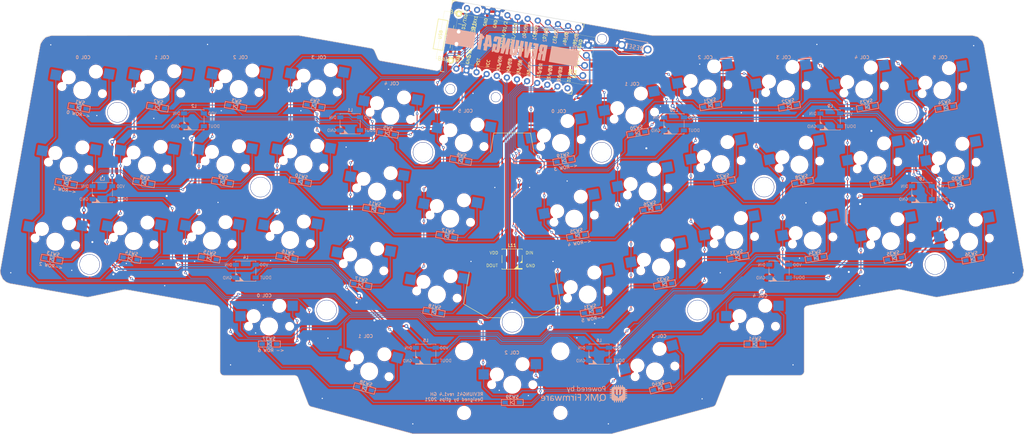
<source format=kicad_pcb>
(kicad_pcb (version 20240108) (generator "pcbnew") (generator_version "8.0")
  (title_block (title "REVIUNG41") (date "2021-05-31") (rev "1.4"))
  (layers (0 "F.Cu" signal) (31 "B.Cu" signal) (34 "B.Paste" user) (35 "F.Paste" user) (36 "B.SilkS" user "B.Silkscreen") (37 "F.SilkS" user "F.Silkscreen") (38 "B.Mask" user) (39 "F.Mask" user) (44 "Edge.Cuts" user))
  (net 0 "")
  (net 1 "BT+")
  (net 2 "row0")
  (net 3 "Net-(D1-A)")
  (net 4 "Net-(D2-A)")
  (net 5 "Net-(D3-A)")
  (net 6 "Net-(D4-A)")
  (net 7 "Net-(D5-A)")
  (net 8 "row1")
  (net 9 "Net-(D6-A)")
  (net 10 "Net-(D7-A)")
  (net 11 "Net-(D8-A)")
  (net 12 "Net-(D9-A)")
  (net 13 "Net-(D10-A)")
  (net 14 "Net-(D11-A)")
  (net 15 "row2")
  (net 16 "Net-(D12-A)")
  (net 17 "Net-(D13-A)")
  (net 18 "Net-(D14-A)")
  (net 19 "Net-(D15-A)")
  (net 20 "Net-(D16-A)")
  (net 21 "Net-(D17-A)")
  (net 22 "row3")
  (net 23 "Net-(D18-A)")
  (net 24 "Net-(D19-A)")
  (net 25 "Net-(D20-A)")
  (net 26 "Net-(D21-A)")
  (net 27 "Net-(D22-A)")
  (net 28 "Net-(D23-A)")
  (net 29 "row4")
  (net 30 "Net-(D24-A)")
  (net 31 "Net-(D25-A)")
  (net 32 "Net-(D26-A)")
  (net 33 "Net-(D27-A)")
  (net 34 "Net-(D28-A)")
  (net 35 "Net-(D29-A)")
  (net 36 "row5")
  (net 37 "Net-(D30-A)")
  (net 38 "Net-(D31-A)")
  (net 39 "Net-(D32-A)")
  (net 40 "Net-(D33-A)")
  (net 41 "Net-(D34-A)")
  (net 42 "Net-(D35-A)")
  (net 43 "row6")
  (net 44 "Net-(D36-A)")
  (net 45 "Net-(D37-A)")
  (net 46 "Net-(D38-A)")
  (net 47 "Net-(D39-A)")
  (net 48 "Net-(D40-A)")
  (net 49 "LED")
  (net 50 "VCC")
  (net 51 "GND")
  (net 52 "col0")
  (net 53 "col1")
  (net 54 "col2")
  (net 55 "col3")
  (net 56 "col4")
  (net 57 "col5")
  (net 58 "reset")
  (net 59 "Net-(D41-A)")
  (net 60 "Net-(L1-DOUT)")
  (net 61 "Net-(L2-DOUT)")
  (net 62 "Net-(L3-DOUT)")
  (net 63 "Net-(L4-DOUT)")
  (net 64 "Net-(L5-DOUT)")
  (net 65 "Net-(L6-DOUT)")
  (net 66 "Net-(L7-DOUT)")
  (net 67 "Net-(L8-DOUT)")
  (net 68 "Net-(L10-DIN)")
  (net 69 "Net-(L10-DOUT)")
  (net 71 "raw")
  (net 75 "SDA")
  (net 76 "SCL")
  (footprint "_reviung-kbd:MXOnly-1U-Hotswap" (layer "F.Cu") (at 38.28 72.1 -10)
    (property "Reference" "SW1")
    (property "Value" "SW_PUSH")
  )
  (footprint "_reviung-kbd:MXOnly-1U-Hotswap" (layer "F.Cu") (at 57.67 71.99 -10)
    (property "Reference" "SW2")
    (property "Value" "SW_PUSH")
  )
  (footprint "_reviung-kbd:MXOnly-1U-Hotswap" (layer "F.Cu") (at 77.02 71.83 -10)
    (property "Reference" "SW3")
    (property "Value" "SW_PUSH")
  )
  (footprint "_reviung-kbd:MXOnly-1U-Hotswap" (layer "F.Cu") (at 96.39 71.69 -10)
    (property "Reference" "SW4")
    (property "Value" "SW_PUSH")
  )
  (footprint "_reviung-kbd:MXOnly-1U-Hotswap" (layer "F.Cu") (at 114.54 78.48 -10)
    (property "Reference" "SW5")
    (property "Value" "SW_PUSH")
  )
  (footprint "_reviung-kbd:MXOnly-1U-Hotswap" (layer "F.Cu") (at 132.71 85.19 -10)
    (property "Reference" "SW6")
    (property "Value" "SW_PUSH")
  )
  (footprint "_reviung-kbd:MXOnly-1U-Hotswap" (layer "F.Cu") (at 34.95 90.83 -10)
    (property "Reference" "SW7")
    (property "Value" "SW_PUSH")
  )
  (footprint "_reviung-kbd:MXOnly-1U-Hotswap" (layer "F.Cu") (at 54.31 90.71 -10)
    (property "Reference" "SW8")
    (property "Value" "SW_PUSH")
  )
  (footprint "_reviung-kbd:MXOnly-1U-Hotswap" (layer "F.Cu") (at 73.71 90.55 -10)
    (property "Reference" "SW9")
    (property "Value" "SW_PUSH")
  )
  (footprint "_reviung-kbd:MXOnly-1U-Hotswap" (layer "F.Cu") (at 93.07 90.44 -10)
    (property "Reference" "SW10")
    (property "Value" "SW_PUSH")
  )
  (footprint "_reviung-kbd:MXOnly-1U-Hotswap" (layer "F.Cu") (at 111.22 97.22 -10)
    (property "Reference" "SW11")
    (property "Value" "SW_PUSH")
  )
  (footprint "_reviung-kbd:MXOnly-1U-Hotswap" (layer "F.Cu") (at 129.37 103.94 -10)
    (property "Reference" "SW12")
    (property "Value" "SW_PUSH")
  )
  (footprint "_reviung-kbd:MXOnly-1U-Hotswap" (layer "F.Cu") (at 31.63 109.62 -10)
    (property "Reference" "SW13")
    (property "Value" "SW_PUSH")
  )
  (footprint "_reviung-kbd:MXOnly-1U-Hotswap" (layer "F.Cu") (at 51.03 109.46 -10)
    (property "Reference" "SW14")
    (property "Value" "SW_PUSH")
  )
  (footprint "_reviung-kbd:MXOnly-1U-Hotswap" (layer "F.Cu") (at 70.37 109.35 -10)
    (property "Reference" "SW15")
    (property "Value" "SW_PUSH")
  )
  (footprint "_reviung-kbd:MXOnly-1U-Hotswap" (layer "F.Cu") (at 89.75462 109.198371 -10)
    (property "Reference" "SW16")
    (property "Value" "SW_PUSH")
  )
  (footprint "_reviung-kbd:MXOnly-1U-Hotswap" (layer "F.Cu") (at 107.91 115.95 -10)
    (property "Reference" "SW17")
    (property "Value" "SW_PUSH")
  )
  (footprint "_reviung-kbd:MXOnly-1U-Hotswap" (layer "F.Cu") (at 126.06 122.71 -10)
    (property "Reference" "SW18")
    (property "Value" "SW_PUSH")
  )
  (footprint "_reviung-kbd:MXOnly-1U-Hotswap" (layer "F.Cu") (at 156.77 85.19 10)
    (property "Reference" "SW19")
    (property "Value" "SW_PUSH")
  )
  (footprint "_reviung-kbd:MXOnly-1U-Hotswap" (layer "F.Cu") (at 174.92 78.41 10)
    (property "Reference" "SW20")
    (property "Value" "SW_PUSH")
  )
  (footprint "_reviung-kbd:MXOnly-1U-Hotswap" (layer "F.Cu") (at 193.05 71.67 10)
    (property "Reference" "SW21")
    (property "Value" "SW_PUSH")
  )
  (footprint "_reviung-kbd:MXOnly-1U-Hotswap" (layer "F.Cu") (at 212.44 71.81 10)
    (property "Reference" "SW22")
    (property "Value" "SW_PUSH")
  )
  (footprint "_reviung-kbd:MXOnly-1U-Hotswap" (layer "F.Cu") (at 231.81 71.94 10)
    (property "Reference" "SW23")
    (property "Value" "SW_PUSH")
  )
  (footprint "_reviung-kbd:MXOnly-1U-Hotswap" (layer "F.Cu") (at 251.15 72.1 10)
    (property "Reference" "SW24")
    (property "Value" "SW_PUSH")
  )
  (footprint "_reviung-kbd:MXOnly-1U-Hotswap" (layer "F.Cu") (at 160.04 103.92 10)
    (property "Reference" "SW25")
    (property "Value" "SW_PUSH")
  )
  (footprint "_reviung-kbd:MXOnly-1U-Hotswap" (layer "F.Cu") (at 178.21 97.18 10)
    (property "Reference" "SW26")
    (property "Value" "SW_PUSH")
  )
  (footprint "_reviung-kbd:MXOnly-1U-Hotswap" (layer "F.Cu") (at 196.34 90.41 10)
    (property "Reference" "SW27")
    (property "Value" "SW_PUSH")
  )
  (footprint "_reviung-kbd:MXOnly-1U-Hotswap" (layer "F.Cu") (at 215.77 90.55 10)
    (property "Reference" "SW28")
    (property "Value" "SW_PUSH")
  )
  (footprint "_reviung-kbd:MXOnly-1U-Hotswap" (layer "F.Cu") (at 235.1 90.71 10)
    (property "Reference" "SW29")
    (property "Value" "SW_PUSH")
  )
  (footprint "_reviung-kbd:MXOnly-1U-Hotswap" (layer "F.Cu") (at 254.49 90.83 10)
    (property "Reference" "SW30")
    (property "Value" "SW_PUSH")
  )
  (footprint "_reviung-kbd:MXOnly-1U-Hotswap" (layer "F.Cu") (at 163.39 122.69 10)
    (property "Reference" "SW31")
    (property "Value" "SW_PUSH")
  )
  (footprint "_reviung-kbd:MXOnly-1U-Hotswap" (layer "F.Cu") (at 181.52 115.93 10)
    (property "Reference" "SW32")
    (property "Value" "SW_PUSH")
  )
  (footprint "_reviung-kbd:MXOnly-1U-Hotswap" (layer "F.Cu") (at 199.67 109.21 10)
    (property "Reference" "SW33")
    (property "Value" "SW_PUSH")
  )
  (footprint "_reviung-kbd:MXOnly-1U-Hotswap" (layer "F.Cu") (at 219.06 109.32 10)
    (property "Reference" "SW34")
    (property "Value" "SW_PUSH")
  )
  (footprint "_reviung-kbd:MXOnly-1U-Hotswap" (layer "F.Cu") (at 238.41 109.48 10)
    (property "Reference" "SW35")
    (property "Value" "SW_PUSH")
  )
  (footprint "_reviung-kbd:MXOnly-1U-Hotswap" (layer "F.Cu") (at 257.78 109.62 10)
    (property "Reference" "SW36")
    (property "Value" "SW_PUSH")
  )
  (footprint "_reviung-kbd:MXOnly-1U-Hotswap" (layer "F.Cu") (at 84.53 130.57)
    (property "Reference" "SW37")
    (property "Value" "SW_PUSH")
  )
  (footprint "_reviung-kbd:MXOnly-1U-Hotswap" (layer "F.Cu") (at 109.302261 141.714882 -15)
    (property "Reference" "SW38")
    (property "Value" "SW_PUSH")
  )
  (footprint "_reviung-kbd:MXOnly-2U-Hotswap-ReversedStabilizers" (layer "F.Cu") (at 144.72 145)
    (property "Reference" "SW39")
    (property "Value" "SW_2U_PUSH")
  )
  (footprint "_reviung-kbd:MXOnly-1U-Hotswap" (layer "F.Cu") (at 180.03 141.71 15)
    (property "Reference" "SW40")
    (property "Value" "SW_PUSH")
  )
  (footprint "_reviung-kbd:MXOnly-1U-Hotswap" (layer "F.Cu") (at 204.77 130.55)
    (property "Reference" "SW41")
    (property "Value" "SW_PUSH")
  )
  (footprint "_reviung-kbd:ProMicro" (layer "F.Cu") (at 146.45 61.82 80)
    (property "Reference" "U1" (hide yes))
    (property "Value" "ProMicro" (hide yes))
  )
  (footprint "_reviung-kbd:LED_WS2812B_PLCC4_5.0x5.0mm_P3.2mm" (layer "F.Cu") (at 144.67 113.92)
    (property "Reference" "L11")
    (property "Value" "WS2812B")
  )
  (footprint "_reviung-kbd:HOLE" (layer "F.Cu") (at 47.01 77.59)
    (property "Reference" "H1")
    (property "Value" "H1")
  )
  (footprint "_reviung-kbd:HOLE" (layer "F.Cu") (at 40.13 115.24)
    (property "Reference" "H2")
    (property "Value" "H2")
  )
  (footprint "_reviung-kbd:HOLE" (layer "F.Cu") (at 82.4 96.1)
    (property "Reference" "H3")
    (property "Value" "H3")
  )
  (footprint "_reviung-kbd:HOLE" (layer "F.Cu") (at 98.77 126.53)
    (property "Reference" "H4")
    (property "Value" "H4")
  )
  (footprint "_reviung-kbd:HOLE" (layer "F.Cu") (at 144.66 129.53)
    (property "Reference" "H6")
    (property "Value" "H6")
  )
  (footprint "_reviung-kbd:HOLE" (layer "F.Cu") (at 190.56 126.53)
    (property "Reference" "H8")
    (property "Value" "H8")
  )
  (footprint "_reviung-kbd:HOLE" (layer "F.Cu") (at 207.05 96.09)
    (property "Reference" "H9")
    (property "Value" "H9")
  )
  (footprint "_reviung-kbd:HOLE" (layer "F.Cu") (at 249.32 115.24)
    (property "Reference" "H10")
    (property "Value" "H10")
  )
  (footprint "_reviung-kbd:HOLE" (layer "F.Cu") (at 242.47 77.58)
    (property "Reference" "H11")
    (property "Value" "H11")
  )
  (footprint "_reviung-kbd:HOLE" (layer "F.Cu") (at 166.84 87.48)
    (property "Reference" "H7")
    (property "Value" "H7")
  )
  (footprint "_reviung-kbd:HOLE" (layer "F.Cu") (at 122.62 87.48)
    (property "Reference" "H5")
    (property "Value" "H5")
  )
  (footprint "_reviung-kbd:HOLE_2.2mm" (layer "F.Cu") (at 166.93 59.42)
    (property "Reference" "H14")
    (property "Value" "H14")
  )
  (footprint "_reviung-kbd:HOLE_2.2mm" (layer "F.Cu") (at 140.63 73.86)
    (property "Reference" "H13")
    (property "Value" "H13")
  )
  (footprint "_reviung-kbd:HOLE_2.2mm" (layer "F.Cu") (at 129.39 71.86)
    (property "Reference" "H12")
    (property "Value" "H12")
  )
  (footprint "Button_Switch_SMD:SW_SPDT_PCM12" (layer "F.Cu") (at 131.5 59.2 -100)
    (property "Reference" "SW_POWER1")
    (property "Value" "SW_SPDT")
  )
  (footprint "rev:batteryhole" (layer "F.Cu") (at 131.5 53.2)
    (property "Reference" "Bat+1")
    (property "Value" "MountingHole_Pad")
  )
  (footprint "rev:SSD1306-0.91-OLED-4pin-128x32" (layer "F.Cu") (at 127.934807 52.505113 -10)
    (property "Reference" "J1")
    (property "Value" "OLED-128x32")
  )
  (footprint "rev:batteryhole" (layer "F.Cu") (at 129.5 64.8)
    (property "Reference" "BatGND1")
    (property "Value" "MountingHole_Pad")
  )
  (footprint "_reviung-kbd:D3_SMD_1side" (layer "B.Cu") (at 37.5 76.43 -10)
    (property "Reference" "D1" (hide yes))
    (property "Value" "1N4148W" (hide yes))
  )
  (footprint "_reviung-kbd:D3_SMD_1side" (layer "B.Cu") (at 56.92 76.32 -10)
    (property "Reference" "D2" (hide yes))
    (property "Value" "1N4148W" (hide yes))
  )
  (footprint "_reviung-kbd:D3_SMD_1side" (layer "B.Cu") (at 76.24 76.13 -10)
    (property "Reference" "D3" (hide yes))
    (property "Value" "1N4148W" (hide yes))
  )
  (footprint "_reviung-kbd:D3_SMD_1side" (layer "B.Cu") (at 95.65 76.03 -10)
    (property "Reference" "D4" (hide yes))
    (property "Value" "1N4148W" (hide yes))
  )
  (footprint "_reviung-kbd:D3_SMD_1side" (layer "B.Cu") (at 113.8 82.82 -10)
    (property "Reference" "D5" (hide yes))
    (property "Value" "1N4148W" (hide yes))
  )
  (footprint "_reviung-kbd:D3_SMD_1side" (layer "B.Cu") (at 131.94 89.52 -10)
    (property "Reference" "D6" (hide yes))
    (property "Value" "1N4148W" (hide yes))
  )
  (footprint "_reviung-kbd:D3_SMD_1side" (layer "B.Cu") (at 34.32 95.19 -10)
    (property "Reference" "D7" (hide yes))
    (property "Value" "1N4148W" (hide yes))
  )
  (footprint "_reviung-kbd:D3_SMD_1side" (layer "B.Cu") (at 53.55 95.04 -10)
    (property "Reference" "D8" (hide yes))
    (property "Value" "1N4148W" (hide yes))
  )
  (footprint "_reviung-kbd:D3_SMD_1side" (layer "B.Cu") (at 73.01 94.89 -10)
    (property "Reference" "D9" (hide yes))
    (property "Value" "1N4148W" (hide yes))
  )
  (footprint "_reviung-kbd:D3_SMD_1side" (layer "B.Cu") (at 92.27 94.77 -10)
    (property "Reference" "D10" (hide yes))
    (property "Value" "1N4148W" (hide yes))
  )
  (footprint "_reviung-kbd:D3_SMD_1side" (layer "B.Cu") (at 110.45 101.55 -10)
    (property "Reference" "D11" (hide yes))
    (property "Value" "1N4148W" (hide yes))
  )
  (footprint "_reviung-kbd:D3_SMD_1side" (layer "B.Cu") (at 128.53 108.25 -10)
    (property "Reference" "D12" (hide yes))
    (property "Value" "1N4148W" (hide yes))
  )
  (footprint "_reviung-kbd:D3_SMD_1side" (layer "B.Cu") (at 30.78 113.94 -10)
    (property "Reference" "D13" (hide yes))
    (property "Value" "1N4148W" (hide yes))
  )
  (footprint "_reviung-kbd:D3_SMD_1side" (layer "B.Cu") (at 50.14 113.77 -10)
    (property "Reference" "D14" (hide yes))
    (property "Value" "1N4148W" (hide yes))
  )
  (footprint "_reviung-kbd:D3_SMD_1side" (layer "B.Cu") (at 69.71 113.7 -10)
    (property "Reference" "D15" (hide yes))
    (property "Value" "1N4148W" (hide yes))
  )
  (footprint "_reviung-kbd:D3_SMD_1side" (layer "B.Cu") (at 88.96 113.53 -10)
    (property "Reference" "D16" (hide yes))
    (property "Value" "1N4148W" (hide yes))
  )
  (footprint "_reviung-kbd:D3_SMD_1side" (layer "B.Cu") (at 107.22 120.3 -10)
    (property "Reference" "D17" (hide yes))
    (property "Value" "1N4148W" (hide yes))
  )
  (footprint "_reviung-kbd:D3_SMD_1side" (layer "B.Cu") (at 125.33 127.04 -10)
    (property "Reference" "D18" (hide yes))
    (property "Value" "1N4148W" (hide yes))
  )
  (footprint "_reviung-kbd:D3_SMD_1side" (layer "B.Cu") (at 157.53 89.53 10)
    (property "Reference" "D19" (hide yes))
    (property "Value" "1N4148W" (hide yes))
  )
  (footprint "_reviung-kbd:D3_SMD_1side" (layer "B.Cu") (at 175.78 82.71 10)
    (property "Reference" "D20" (hide yes))
    (property "Value" "1N4148W" (hide yes))
  )
  (footprint "_reviung-kbd:D3_SMD_1side" (layer "B.Cu") (at 193.8 76.01 10)
    (property "Reference" "D21" (hide yes))
    (property "Value" "1N4148W" (hide yes))
  )
  (footprint "_reviung-kbd:D3_SMD_1side" (layer "B.Cu") (at 213.28 76.11 10)
    (property "Reference" "D22" (hide yes))
    (property "Value" "1N4148W" (hide yes))
  )
  (footprint "_reviung-kbd:D3_SMD_1side" (layer "B.Cu") (at 232.63 76.31 10)
    (property "Reference" "D23" (hide yes))
    (property "Value" "1N4148W" (hide yes))
  )
  (footprint "_reviung-kbd:D3_SMD_1side" (layer "B.Cu") (at 252.04 76.41 10)
    (property "Reference" "D24" (hide yes))
    (property "Value" "1N4148W" (hide yes))
  )
  (footprint "_reviung-kbd:D3_SMD_1side" (layer "B.Cu") (at 160.91 108.21 10)
    (property "Reference" "D25" (hide yes))
    (property "Value" "1N4148W" (hide yes))
  )
  (footprint "_reviung-kbd:D3_SMD_1side" (layer "B.Cu") (at 179 101.52 10)
    (property "Reference" "D26" (hide yes))
    (property "Value" "1N4148W" (hide yes))
  )
  (footprint "_reviung-kbd:D3_SMD_1side" (layer "B.Cu") (at 197.22 94.73 10)
    (property "Reference" "D27" (hide yes))
    (property "Value" "1N4148W" (hide yes))
  )
  (footprint "_reviung-kbd:D3_SMD_1side" (layer "B.Cu") (at 216.59 94.86 10)
    (property "Reference" "D28" (hide yes))
    (property "Value" "1N4148W" (hide yes))
  )
  (footprint "_reviung-kbd:D3_SMD_1side" (layer "B.Cu") (at 235.97 95.03 10)
    (property "Reference" "D29" (hide yes))
    (property "Value" "1N4148W" (hide yes))
  )
  (footprint "_reviung-kbd:D3_SMD_1side" (layer "B.Cu") (at 255.35 95.16 10)
    (property "Reference" "D30" (hide yes))
    (property "Value" "1N4148W" (hide yes))
  )
  (footprint "_reviung-kbd:D3_SMD_1side" (layer "B.Cu") (at 164.29 126.99 10)
    (property "Reference" "D31" (hide yes))
    (property "Value" "1N4148W" (hide yes))
  )
  (footprint "_reviung-kbd:D3_SMD_1side" (layer "B.Cu") (at 182.44 120.24 10)
    (property "Reference" "D32" (hide yes))
    (property "Value" "1N4148W" (hide yes))
  )
  (footprint "_reviung-kbd:D3_SMD_1side" (layer "B.Cu") (at 200.53 113.48 10)
    (property "Reference" "D33" (hide yes))
    (property "Value" "1N4148W" (hide yes))
  )
  (footprint "_reviung-kbd:D3_SMD_1side" (layer "B.Cu") (at 219.94 113.64 10)
    (property "Reference" "D34" (hide yes))
    (property "Value" "1N4148W" (hide yes))
  )
  (footprint "_reviung-kbd:D3_SMD_1side" (layer "B.Cu") (at 239.32 113.78 10)
    (property "Reference" "D35" (hide yes))
    (property "Value" "1N4148W" (hide yes))
  )
  (footprint "_reviung-kbd:D3_SMD_1side" (layer "B.Cu") (at 258.73 113.94 10)
    (property "Reference" "D36" (hide yes))
    (property "Value" "1N4148W" (hide yes))
  )
  (footprint "_reviung-kbd:D3_SMD_1side" (layer "B.Cu") (at 84.61 134.94)
    (property "Reference" "D37" (hide yes))
    (property "Value" "1N4148W" (hide yes))
  )
  (footprint "_reviung-kbd:D3_SMD_1side" (layer "B.Cu") (at 108.14 145.94 -15)
    (property "Reference" "D38" (hide yes))
    (property "Value" "1N4148W" (hide yes))
  )
  (footprint "_reviung-kbd:D3_SMD_1side" (layer "B.Cu") (at 144.73 149.39)
    (property "Reference" "D39" (hide yes))
    (property "Value" "1N4148W" (hide yes))
  )
  (footprint "_reviung-kbd:D3_SMD_1side" (layer "B.Cu") (at 181.39 145.86 15)
    (property "Reference" "D40" (hide yes))
    (property "Value" "1N4148W" (hide yes))
  )
  (footprint "_reviung-kbd:D3_SMD_1side" (layer "B.Cu") (at 204.78 134.95)
    (property "Reference" "D41" (hide yes))
    (property "Value" "1N4148W" (hide yes))
  )
  (footprint "_reviung-kbd:ResetSW_1side" (layer "B.Cu") (at 175 61.5 -10)
    (property "Reference" "RESET1" (hide yes))
    (property "Value" "SW_PUSH" (hide yes))
  )
  (footprint "_reviung-kbd:LED_WS2812B_PLCC4_5.0x5.0mm_P3.2mm" (layer "B.Cu") (at 104.59 80.44 180)
    (property "Reference" "L1")
    (property "Value" "WS2812B")
  )
  (footprint "_reviung-kbd:LED_WS2812B_PLCC4_5.0x5.0mm_P3.2mm" (layer "B.Cu") (at 65.94 79.45 180)
    (property "Reference" "L2")
    (property "Value" "WS2812B")
  )
  (footprint "_reviung-kbd:LED_WS2812B_PLCC4_5.0x5.0mm_P3.2mm" (layer "B.Cu") (at 43.27 97.47 180)
    (property "Reference" "L3")
    (property "Value" "WS2812B")
  )
  (footprint "_reviung-kbd:LED_WS2812B_PLCC4_5.0x5.0mm_P3.2mm" (layer "B.Cu") (at 78.76 116.91 180)
    (property "Reference" "L4")
    (property "Value" "WS2812B")
  )
  (footprint "_reviung-kbd:LED_WS2812B_PLCC4_5.0x5.0mm_P3.2mm" (layer "B.Cu") (at 123.31 137.46 180)
    (property "Reference" "L5")
    (property "Value" "WS2812B")
  )
  (footprint "_reviung-kbd:LED_WS2812B_PLCC4_5.0x5.0mm_P3.2mm" (layer "B.Cu") (at 166.19 137.44 180)
    (property "Reference" "L6")
    (property "Value" "WS2812B")
  )
  (footprint "_reviung-kbd:LED_WS2812B_PLCC4_5.0x5.0mm_P3.2mm" (layer "B.Cu") (at 210.74 116.91 180)
    (property "Reference" "L7")
    (property "Value" "WS2812B")
  )
  (footprint "_reviung-kbd:LED_WS2812B_PLCC4_5.0x5.0mm_P3.2mm" (layer "B.Cu") (at 246.09 97.46 180)
    (property "Reference" "L8")
    (property "Value" "WS2812B")
  )
  (footprint "_reviung-kbd:LED_WS2812B_PLCC4_5.0x5.0mm_P3.2mm" (layer "B.Cu") (at 223.4 79.47 180)
    (property "Reference" "L9")
    (property "Value" "WS2812B")
  )
  (footprint "_reviung-kbd:LED_WS2812B_PLCC4_5.0x5.0mm_P3.2mm" (layer "B.Cu") (at 184.74 80.47 180)
    (property "Reference" "L10")
    (property "Value" "WS2812B")
  )
  (footprint "_reviung-kbd:reviung41-bsilk-center-x4-ver1" (layer "B.Cu") (at 144.74 61.49 170)
    (property "Reference" "G***" (hide yes))
    (property "Value" "LOGO" (hide yes))
  )
  (footprint "_reviung-kbd:QMK-x4-ver1" (layer "B.Cu") (at 162.5 147.25 180)
    (property "Reference" "G***" (hide yes))
    (property "Value" "LOGO" (hide yes))
  )
  (gr_line (start 149.23 82.72) (end 150.09 87.56) (stroke (width 0.12)) (layer "F.SilkS"))
  (gr_line (start 147.12 128.41) (end 150.8 128.41) (stroke (width 0.12)) (layer "F.SilkS"))
  (gr_line (start 156.7 125.03) (end 155.29 116.98) (stroke (width 0.12)) (layer "F.SilkS"))
  (gr_line (start 132.69 125.03) (end 138.5 128.41) (stroke (width 0.12)) (layer "F.SilkS"))
  (gr_line (start 134.07 117.1) (end 132.69 125.03) (stroke (width 0.12)) (layer "F.SilkS"))
  (gr_line (start 150.8 128.41) (end 156.7 125.03) (stroke (width 0.12)) (layer "F.SilkS"))
  (gr_line (start 138.5 128.41) (end 142.27 128.41) (stroke (width 0.12)) (layer "F.SilkS"))
  (gr_line (start 140.14 82.72) (end 149.23 82.72) (stroke (width 0.12)) (layer "F.SilkS"))
  (gr_line (start 139.32 87.52) (end 140.14 82.72) (stroke (width 0.12)) (layer "F.SilkS"))
  (gr_curve (pts (xy 120.098069 157.167762) (xy 120.098069 157.167762) (xy 169.284731 157.167762) (xy 169.284731 157.167762)) (stroke (width 0.1)) (layer "Edge.Cuts"))
  (gr_curve (pts (xy 258.546033 58.566954) (xy 258.546033 58.566954) (xy 179.286705 58.566954) (xy 179.286705 58.566954)) (stroke (width 0.1)) (layer "Edge.Cuts"))
  (gr_curve (pts (xy 110.603226 62.334656) (xy 110.469589 62.027125) (xy 110.190716 61.807041) (xy 109.860547 61.748539)) (stroke (width 0.1)) (layer "Edge.Cuts"))
  (gr_curve (pts (xy 130.935242 50.110192) (xy 130.391325 50.014281) (xy 129.872647 50.377479) (xy 129.776764 50.921401)) (stroke (width 0.1)) (layer "Edge.Cuts"))
  (gr_curve (pts (xy 94.911727 150.436439) (xy 94.911727 150.436439) (xy 120.098069 157.167762) (xy 120.098069 157.167762)) (stroke (width 0.1)) (layer "Edge.Cuts"))
  (gr_curve (pts (xy 195.098354 149.8319) (xy 195.098354 149.8319) (xy 197.605375 143.358841) (xy 197.605375 143.358841)) (stroke (width 0.1)) (layer "Edge.Cuts"))
  (gr_curve (pts (xy 72.39 141.72) (xy 72.39 142.272285) (xy 72.837715 142.72) (xy 73.39 142.72)) (stroke (width 0.1)) (layer "Edge.Cuts"))
  (gr_curve (pts (xy 71.566204 125.484389) (xy 72.04294 125.569728) (xy 72.39 125.984429) (xy 72.39 126.468743)) (stroke (width 0.1)) (layer "Edge.Cuts"))
  (gr_curve (pts (xy 94.237706 149.832241) (xy 94.353149 150.129618) (xy 94.603544 150.354074) (xy 94.911727 150.436439)) (stroke (width 0.1)) (layer "Edge.Cuts"))
  (gr_curve (pts (xy 125.877264 67.271686) (xy 125.877264 67.271686) (xy 112.174798 64.830257) (xy 112.174798 64.830257)) (stroke (width 0.1)) (layer "Edge.Cuts"))
  (gr_curve (pts (xy 90.792187 142.72) (xy 91.204818 142.72) (xy 91.575079 142.973445) (xy 91.724407 143.358107)) (stroke (width 0.1)) (layer "Edge.Cuts"))
  (gr_curve (pts (xy 240.112996 121.489415) (xy 240.366866 121.444103) (xy 240.627103 121.448315) (xy 240.879373 121.501821)) (stroke (width 0.1)) (layer "Edge.Cuts"))
  (gr_curve (pts (xy 18.033669 116.513037) (xy 17.744983 118.145501) (xy 18.835089 119.702656) (xy 20.467783 119.990034)) (stroke (width 0.1)) (layer "Edge.Cuts"))
  (gr_curve (pts (xy 268.847815 119.990145) (xy 270.479733 119.702652) (xy 271.569503 118.146533) (xy 271.281741 116.514663)) (stroke (width 0.1)) (layer "Edge.Cuts"))
  (gr_curve (pts (xy 198.537879 142.72) (xy 198.537879 142.72) (xy 215.957833 142.72) (xy 215.957833 142.72)) (stroke (width 0.1)) (layer "Edge.Cuts"))
  (gr_curve (pts (xy 271.281741 116.514663) (xy 271.281741 116.514663) (xy 261.50045 61.045975) (xy 261.50045 61.045975)) (stroke (width 0.1)) (layer "Edge.Cuts"))
  (gr_curve (pts (xy 179.286705 58.566954) (xy 179.286705 58.566954) (xy 130.935242 50.110192) (xy 130.935242 50.110192)) (stroke (width 0.1)) (layer "Edge.Cuts"))
  (gr_curve (pts (xy 197.605375 143.358841) (xy 197.754504 142.973793) (xy 198.124961 142.72) (xy 198.537879 142.72)) (stroke (width 0.1)) (layer "Edge.Cuts"))
  (gr_curve (pts (xy 48.496357 121.503476) (xy 48.748257 121.450355) (xy 49.008043 121.446366) (xy 49.261455 121.491728)) (stroke (width 0.1)) (layer "Edge.Cuts"))
  (gr_curve (pts (xy 49.261455 121.491728) (xy 49.261455 121.491728) (xy 71.566204 125.484389) (xy 71.566204 125.484389)) (stroke (width 0.1)) (layer "Edge.Cuts"))
  (gr_curve (pts (xy 30.796944 58.56683) (xy 29.341625 58.566827) (xy 28.096202 59.611331) (xy 27.842775 61.044414)) (stroke (width 0.1)) (layer "Edge.Cuts"))
  (gr_curve (pts (xy 249.296488 123.287053) (xy 249.54728 123.340245) (xy 249.80596 123.344723) (xy 250.058442 123.300244)) (stroke (width 0.1)) (layer "Edge.Cuts"))
  (gr_curve (pts (xy 27.842775 61.044414) (xy 27.842775 61.044414) (xy 18.033669 116.513037) (xy 18.033669 116.513037)) (stroke (width 0.1)) (layer "Edge.Cuts"))
  (gr_curve (pts (xy 261.50045 61.045975) (xy 261.247625 59.612229) (xy 260.001901 58.566954) (xy 258.546033 58.566954)) (stroke (width 0.1)) (layer "Edge.Cuts"))
  (gr_curve (pts (xy 20.467783 119.990034) (xy 20.467783 119.990034) (xy 39.275884 123.300537) (xy 39.275884 123.300537)) (stroke (width 0.1)) (layer "Edge.Cuts"))
  (gr_curve (pts (xy 217.782125 125.475147) (xy 217.782125 125.475147) (xy 240.112996 121.489415) (xy 240.112996 121.489415)) (stroke (width 0.1)) (layer "Edge.Cuts"))
  (gr_curve (pts (xy 111.433061 64.244307) (xy 111.433061 64.244307) (xy 110.603226 62.334656) (xy 110.603226 62.334656)) (stroke (width 0.1)) (layer "Edge.Cuts"))
  (gr_curve (pts (xy 91.724407 143.358107) (xy 91.724407 143.358107) (xy 94.237706 149.832241) (xy 94.237706 149.832241)) (stroke (width 0.1)) (layer "Edge.Cuts"))
  (gr_curve (pts (xy 40.035273 123.287775) (xy 40.035273 123.287775) (xy 48.496357 121.503476) (xy 48.496357 121.503476)) (stroke (width 0.1)) (layer "Edge.Cuts"))
  (gr_curve (pts (xy 91.904428 58.566954) (xy 91.904428 58.566954) (xy 30.796944 58.56683) (xy 30.796944 58.56683)) (stroke (width 0.1)) (layer "Edge.Cuts"))
  (gr_curve (pts (xy 194.424486 150.436715) (xy 194.732745 150.35418) (xy 194.983102 150.129478) (xy 195.098354 149.8319)) (stroke (width 0.1)) (layer "Edge.Cuts"))
  (gr_curve (pts (xy 215.957833 142.72) (xy 216.510118 142.72) (xy 216.957833 142.272285) (xy 216.957833 141.72)) (stroke (width 0.1)) (layer "Edge.Cuts"))
  (gr_curve (pts (xy 216.957833 141.72) (xy 216.957833 141.72) (xy 216.957833 126.45959) (xy 216.957833 126.45959)) (stroke (width 0.1)) (layer "Edge.Cuts"))
  (gr_curve (pts (xy 72.39 126.468743) (xy 72.39 126.468743) (xy 72.39 141.72) (xy 72.39 141.72)) (stroke (width 0.1)) (layer "Edge.Cuts"))
  (gr_curve (pts (xy 73.39 142.72) (xy 73.39 142.72) (xy 90.792187 142.72) (xy 90.792187 142.72)) (stroke (width 0.1)) (layer "Edge.Cuts"))
  (gr_curve (pts (xy 250.058442 123.300244) (xy 250.058442 123.300244) (xy 268.847815 119.990145) (xy 268.847815 119.990145)) (stroke (width 0.1)) (layer "Edge.Cuts"))
  (gr_curve (pts (xy 127.037491 66.460793) (xy 126.941489 67.005399) (xy 126.421692 67.368689) (xy 125.877264 67.271686)) (stroke (width 0.1)) (layer "Edge.Cuts"))
  (gr_curve (pts (xy 112.174798 64.830257) (xy 111.845019 64.771499) (xy 111.566563 64.551527) (xy 111.433061 64.244307)) (stroke (width 0.1)) (layer "Edge.Cuts"))
  (gr_curve (pts (xy 169.284731 157.167762) (xy 169.284731 157.167762) (xy 194.424486 150.436715) (xy 194.424486 150.436715)) (stroke (width 0.1)) (layer "Edge.Cuts"))
  (gr_curve (pts (xy 39.275884 123.300537) (xy 39.527505 123.344826) (xy 39.785282 123.340493) (xy 40.035273 123.287775)) (stroke (width 0.1)) (layer "Edge.Cuts"))
  (gr_curve (pts (xy 129.776764 50.921401) (xy 129.776764 50.921401) (xy 127.037491 66.460793) (xy 127.037491 66.460793)) (stroke (width 0.1)) (layer "Edge.Cuts"))
  (gr_curve (pts (xy 240.879373 121.501821) (xy 240.879373 121.501821) (xy 249.296488 123.287053) (xy 249.296488 123.287053)) (stroke (width 0.1)) (layer "Edge.Cuts"))
  (gr_curve (pts (xy 216.957833 126.45959) (xy 216.957833 125.975086) (xy 217.305159 125.560279) (xy 217.782125 125.475147)) (stroke (width 0.1)) (layer "Edge.Cuts"))
  (gr_curve (pts (xy 109.860547 61.748539) (xy 109.860547 61.748539) (xy 91.904428 58.566954) (xy 91.904428 58.566954)) (stroke (width 0.1)) (layer "Edge.Cuts"))
  (gr_text "COL 5" (at 160.51 59.73 80) (layer "B.SilkS") (effects (font (size 0.8 0.8)) (justify mirror)))
  (gr_text "ROW 4" (at 151.6 67.36 80) (layer "B.SilkS") (effects (font (size 0.8 0.8)) (justify mirror)))
  (gr_text "ROW 0" (at 141.59 65.51 80) (layer "B.SilkS") (effects (font (size 0.8 0.8)) (justify mirror)))
  (gr_text "ROW 3" (at 149.08 66.89 80) (layer "B.SilkS") (effects (font (size 0.8 0.8)) (justify mirror)))
  (gr_text "ROW 1" (at 144.07 66.07 80) (layer "B.SilkS") (effects (font (size 0.8 0.8)) (justify mirror)))
  (gr_text "ROW 2" (at 146.6 66.45 80) (layer "B.SilkS") (effects (font (size 0.8 0.8)) (justify mirror)))
  (gr_text "ROW 5" (at 154.08 67.8 80) (layer "B.SilkS") (effects (font (size 0.8 0.8)) (justify mirror)))
  (gr_text "ROW 6" (at 156.51 68.15 80) (layer "B.SilkS") (effects (font (size 0.8 0.8)) (justify mirror)))
  (gr_text "<-ROW 0" (at 37.32 78.05 -10) (layer "B.SilkS") (effects (font (size 0.8 0.8)) (justify mirror)))
  (gr_text "<-ROW 3" (at 157.95 91.2 10) (layer "B.SilkS") (effects (font (size 0.8 0.8)) (justify mirror)))
  (gr_text "<- ROW 6" (at 85 136.5 0) (layer "B.SilkS") (effects (font (size 0.8 0.8)) (justify mirror)))
  (gr_text "REVIUNG41 rev1.4 GH\nDesigned by gtips 2021" (at 137.64 148 0) (layer "B.SilkS") (effects (font (size 0.8 0.8)) (justify left mirror)))
  (gr_text "COL 0" (at 83.33 122.94 0) (layer "B.SilkS") (effects (font (size 0.8 0.8)) (justify mirror)))
  (gr_text "COL 2" (at 144.64 137.09 0) (layer "B.SilkS") (effects (font (size 0.8 0.8)) (justify mirror)))
  (gr_text "COL 2" (at 153.03 58.38 80) (layer "B.SilkS") (effects (font (size 0.8 0.8)) (justify mirror)))
  (gr_text "COL 4" (at 114.88 70.47 0) (layer "B.SilkS") (effects (font (size 0.8 0.8)) (justify mirror)))
  (gr_text "COL 1" (at 58.01 64 0) (layer "B.SilkS") (effects (font (size 0.8 0.8)) (justify mirror)))
  (gr_text "COL 1" (at 174.36 70.58 0) (layer "B.SilkS") (effects (font (size 0.8 0.8)) (justify mirror)))
  (gr_text "COL 3" (at 96.84 64 0) (layer "B.SilkS") (effects (font (size 0.8 0.8)) (justify mirror)))
  (gr_text "<-ROW 4" (at 161.36 109.91 10) (layer "B.SilkS") (effects (font (size 0.8 0.8)) (justify mirror)))
  (gr_text "COL 2" (at 77.45 64 0) (layer "B.SilkS") (effects (font (size 0.8 0.8)) (justify mirror)))
  (gr_text "COL 0" (at 38.5 64 0) (layer "B.SilkS") (effects (font (size 0.8 0.8)) (justify mirror)))
  (gr_text "COL 4" (at 231.26 64 0) (layer "B.SilkS") (effects (font (size 0.8 0.8)) (justify mirror)))
  (gr_text "<-ROW 1" (at 33.86 96.8 -10) (layer "B.SilkS") (effects (font (size 0.8 0.8)) (justify mirror)))
  (gr_text "COL 4" (at 158.03 59.29 80) (layer "B.SilkS") (effects (font (size 0.8 0.8)) (justify mirror)))
  (gr_text "COL 5" (at 250.59 64 0) (layer "B.SilkS") (effects (font (size 0.8 0.8)) (justify mirror)))
  (gr_text "COL 3" (at 155.51 58.82 80) (layer "B.SilkS") (effects (font (size 0.8 0.8)) (justify mirror)))
  (gr_text "COL 3" (at 211.87 64 0) (layer "B.SilkS") (effects (font (size 0.8 0.8)) (justify mirror)))
  (gr_text "COL 1" (at 150.5 58 80) (layer "B.SilkS") (effects (font (size 0.8 0.8)) (justify mirror)))
  (gr_text "COL 5" (at 133.13 77.25 0) (layer "B.SilkS") (effects (font (size 0.8 0.8)) (justify mirror)))
  (gr_text "COL 0" (at 156.23 77.34 0) (layer "B.SilkS") (effects (font (size 0.8 0.8)) (justify mirror)))
  (gr_text "COL 4" (at 206.05 122.96 0) (layer "B.SilkS") (effects (font (size 0.8 0.8)) (justify mirror)))
  (gr_text "COL 0" (at 148 57.5 80) (layer "B.SilkS") (effects (font (size 0.8 0.8)) (justify mirror)))
  (gr_text "<-ROW 5" (at 164.73 128.65 10) (layer "B.SilkS") (effects (font (size 0.8 0.8)) (justify mirror)))
  (gr_text "<-ROW 2" (at 30.52 115.58 -10) (layer "B.SilkS") (effects (font (size 0.8 0.8)) (justify mirror)))
  (gr_text "COL 1" (at 108.41 133 0) (layer "B.SilkS") (effects (font (size 0.8 0.8)) (justify mirror)))
  (gr_text "COL 2" (at 192.49 64 0) (layer "B.SilkS") (effects (font (size 0.8 0.8)) (justify mirror)))
  (gr_text "COL 3" (at 181.05 133 0) (layer "B.SilkS") (effects (font (size 0.8 0.8)) (justify mirror)))
  (segment (start 131.5 53.2) (end 132.57763 53.2) (width 0.4) (layer "F.Cu") (net 1))
  (segment (start 135.5 57.464962) (end 135.5 56.5) (width 0.4) (layer "F.Cu") (net 1))
  (segment (start 132.57763 53.2) (end 135.5 56.12237) (width 0.4) (layer "F.Cu") (net 1))
  (segment (start 132.778039 60.186923) (end 135.5 57.464962) (width 0.4) (layer "F.Cu") (net 1))
  (segment (start 135.5 56.12237) (end 135.5 56.5) (width 0.4) (layer "F.Cu") (net 1))
  (segment (start 96.4 82) (end 96.4 82) (width 0.2) (layer "F.Cu") (net 2))
  (segment (start 96.4 78) (end 96.4 82) (width 0.2) (layer "F.Cu") (net 2))
  (via (at 96.4 78) (size 0.6) (drill 0.3) (layers "F.Cu" "B.Cu") (net 2))
  (via (at 96.4 82) (size 0.6) (drill 0.3) (layers "F.Cu" "B.Cu") (net 2))
  (segment (start 130.191966 89.211774) (end 131.689083 90.708891) (width 0.2) (layer "B.Cu") (net 2))
  (segment (start 89.178186 75.721774) (end 86.64998 78.24998) (width 0.2) (layer "B.Cu") (net 2))
  (segment (start 55.171966 76.011774) (end 56.311774 76.011774) (width 0.2) (layer "B.Cu") (net 2))
  (segment (start 142.95 70.636814) (end 142.95 88.85) (width 0.2) (layer "B.Cu") (net 2))
  (segment (start 50.48375 80.69999) (end 55.171966 76.011774) (width 0.2) (layer "B.Cu") (net 2))
  (segment (start 77.94998 78.24998) (end 86.64998 78.24998) (width 0.2) (layer "B.Cu") (net 2))
  (segment (start 62.841104 75.821774) (end 74.491966 75.821774) (width 0.2) (layer "B.Cu") (net 2))
  (segment (start 93.901966 75.721774) (end 89.178186 75.721774) (width 0.2) (layer "B.Cu") (net 2))
  (segment (start 116.1 85.2) (end 116.1 86.7) (width 0.2) (layer "B.Cu") (net 2))
  (segment (start 35.751966 76.121774) (end 35.751966 76.151966) (width 0.2) (layer "B.Cu") (net 2))
  (segment (start 112.051966 82.511774) (end 113.411774 82.511774) (width 0.2) (layer "B.Cu") (net 2))
  (segment (start 40.29999 80.69999) (end 50.48375 80.69999) (width 0.2) (layer "B.Cu") (net 2))
  (segment (start 75.521774 75.821774) (end 77.94998 78.24998) (width 0.2) (layer "B.Cu") (net 2))
  (segment (start 113.411774 82.511774) (end 116.1 85.2) (width 0.2) (layer "B.Cu") (net 2))
  (segment (start 93.901966 75.721774) (end 94.121774 75.721774) (width 0.2) (layer "B.Cu") (net 2))
  (segment (start 57.808891 77.508891) (end 61.153987 77.508891) (width 0.2) (layer "B.Cu") (net 2))
  (segment (start 120.5 91.1) (end 125 91.1) (width 0.2) (layer "B.Cu") (net 2))
  (segment (start 61.153987 77.508891) (end 62.841104 75.821774) (width 0.2) (layer "B.Cu") (net 2))
  (segment (start 110.26374 84.3) (end 112.051966 82.511774) (width 0.2) (layer "B.Cu") (net 2))
  (segment (start 94.121774 75.721774) (end 96.4 78) (width 0.2) (layer "B.Cu") (net 2))
  (segment (start 35.751966 76.151966) (end 40.29999 80.69999) (width 0.2) (layer "B.Cu") (net 2))
  (segment (start 98.7 84.3) (end 110.26374 84.3) (width 0.2) (layer "B.Cu") (net 2))
  (segment (start 96.4 82) (end 98.7 84.3) (width 0.2) (layer "B.Cu") (net 2))
  (segment (start 116.1 86.7) (end 120.5 91.1) (width 0.2) (layer "B.Cu") (net 2))
  (segment (start 125 91.1) (end 126.888226 89.211774) (width 0.2) (layer "B.Cu") (net 2))
  (segment (start 131.689083 90.708891) (end 141.091109 90.708891) (width 0.2) (layer "B.Cu") (net 2))
  (segment (start 140.876381 68.563195) (end 142.95 70.636814) (width 0.2) (layer "B.Cu") (net 2))
  (segment (start 56.311774 76.011774) (end 57.808891 77.508891) (width 0.2) (layer "B.Cu") (net 2))
  (segment (start 141.091109 90.708891) (end 142.95 88.85) (width 0.2) (layer "B.Cu") (net 2))
  (segment (start 126.888226 89.211774) (end 130.191966 89.211774) (width 0.2) (layer "B.Cu") (net 2))
  (segment (start 74.491966 75.821774) (end 75.521774 75.821774) (width 0.2) (layer "B.Cu") (net 2))
  (segment (start 44.91538 68.111629) (end 44.91538 74.28462) (width 0.2) (layer "B.Cu") (net 3))
  (segment (start 44.91538 74.28462) (end 42.461774 76.738226) (width 0.2) (layer "B.Cu") (net 3))
  (segment (start 42.461774 76.738226) (end 39.248034 76.738226) (width 0.2) (layer "B.Cu") (net 3))
  (segment (start 60.49626 71.810749) (end 64.30538 68.001629) (width 0.2) (layer "B.Cu") (net 4))
  (segment (start 58.668034 76.628226) (end 60.49626 74.8) (width 0.2) (layer "B.Cu") (net 4))
  (segment (start 60.49626 74.8) (end 60.49626 71.810749) (width 0.2) (layer "B.Cu") (net 4))
  (segment (start 83.65538 67.841629) (end 83.65538 74.14462) (width 0.2) (layer "B.Cu") (net 5))
  (segment (start 83.65538 74.14462) (end 81.361774 76.438226) (width 0.2) (layer "B.Cu") (net 5))
  (segment (start 81.361774 76.438226) (end 77.988034 76.438226) (width 0.2) (layer "B.Cu") (net 5))
  (segment (start 103.02538 74.07462) (end 100.761774 76.338226) (width 0.2) (layer "B.Cu") (net 6))
  (segment (start 103.02538 67.701629) (end 103.02538 74.07462) (width 0.2) (layer "B.Cu") (net 6))
  (segment (start 100.761774 76.338226) (end 97.398034 76.338226) (width 0.2) (layer "B.Cu") (net 6))
  (segment (start 119.5 83.1) (end 119.5 83.1) (width 0.2) (layer "F.Cu") (net 7))
  (segment (start 121.17538 77.97538) (end 121.17538 81.42462) (width 0.2) (layer "F.Cu") (net 7))
  (segment (start 121.17538 81.42462) (end 119.5 83.1) (width 0.2) (layer "F.Cu") (net 7))
  (via (at 121.17538 77.97538) (size 0.6) (drill 0.3) (layers "F.Cu" "B.Cu") (net 7))
  (via (at 119.5 83.1) (size 0.6) (drill 0.3) (layers "F.Cu" "B.Cu") (net 7))
  (segment (start 121.17538 77.97538) (end 121.17538 77.97538) (width 0.2) (layer "B.Cu") (net 7))
  (segment (start 115.57626 83.1) (end 115.548034 83.128226) (width 0.2) (layer "B.Cu") (net 7))
  (segment (start 119.5 83.1) (end 115.57626 83.1) (width 0.2) (layer "B.Cu") (net 7))
  (segment (start 121.17538 74.491629) (end 121.17538 77.97538) (width 0.2) (layer "B.Cu") (net 7))
  (segment (start 115.441774 107.941774) (end 126.781966 107.941774) (width 0.2) (layer "B.Cu") (net 8))
  (segment (start 108.741774 101.241774) (end 115.441774 107.941774) (width 0.2) (layer "B.Cu") (net 8))
  (segment (start 77.386807 96.078891) (end 80.745388 92.72031) (width 0.2) (layer "B.Cu") (net 8))
  (segment (start 62.783107 96.228891) (end 64.430224 94.581774) (width 0.2) (layer "B.Cu") (net 8))
  (segment (start 71.261966 94.581774) (end 72.759083 96.078891) (width 0.2) (layer "B.Cu") (net 8))
  (segment (start 72.759083 96.078891) (end 77.386807 96.078891) (width 0.2) (layer "B.Cu") (net 8))
  (segment (start 108.701966 101.241774) (end 108.741774 101.241774) (width 0.2) (layer "B.Cu") (net 8))
  (segment (start 38.286808 96.378891) (end 39.001784 95.663914) (width 0.2) (layer "B.Cu") (net 8))
  (segment (start 128.279083 109.438891) (end 126.781966 107.941774) (width 0.2) (layer "B.Cu") (net 8))
  (segment (start 42.734319 91.931379) (end 47.468621 91.931379) (width 0.2) (layer "B.Cu") (net 8))
  (segment (start 64.430224 94.581774) (end 71.261966 94.581774) (width 0.2) (layer "B.Cu") (net 8))
  (segment (start 48.065468 91.931379) (end 47.468621 91.931379) (width 0.2) (layer "B.Cu") (net 8))
  (segment (start 51.801966 94.731774) (end 53.299083 96.228891) (width 0.2) (layer "B.Cu") (net 8))
  (segment (start 50.865863 94.731774) (end 48.065468 91.931379) (width 0.2) (layer "B.Cu") (net 8))
  (segment (start 88.780502 92.72031) (end 90.521966 94.461774) (width 0.2) (layer "B.Cu") (net 8))
  (segment (start 90.521966 94.461774) (end 97.301966 101.241774) (width 0.2) (layer "B.Cu") (net 8))
  (segment (start 80.745388 92.72031) (end 88.780502 92.72031) (width 0.2) (layer "B.Cu") (net 8))
  (segment (start 34.069083 96.378891) (end 38.286808 96.378891) (width 0.2) (layer "B.Cu") (net 8))
  (segment (start 47.468621 91.931379) (end 48.065469 91.931379) (width 0.2) (layer "B.Cu") (net 8))
  (segment (start 97.301966 101.241774) (end 108.701966 101.241774) (width 0.2) (layer "B.Cu") (net 8))
  (segment (start 39.001784 95.663914) (end 42.734319 91.931379) (width 0.2) (layer "B.Cu") (net 8))
  (segment (start 53.299083 96.228891) (end 62.783107 96.228891) (width 0.2) (layer "B.Cu") (net 8))
  (segment (start 143.377792 69.004262) (end 143.377792 106.222208) (width 0.2) (layer "B.Cu") (net 8))
  (segment (start 143.377792 106.222208) (end 140.161109 109.438891) (width 0.2) (layer "B.Cu") (net 8))
  (segment (start 140.161109 109.438891) (end 128.279083 109.438891) (width 0.2) (layer "B.Cu") (net 8))
  (segment (start 32.571966 94.881774) (end 34.069083 96.378891) (width 0.2) (layer "B.Cu") (net 8))
  (segment (start 51.801966 94.731774) (end 50.865863 94.731774) (width 0.2) (layer "B.Cu") (net 8))
  (segment (start 136.471774 89.828226) (end 133.688034 89.828226) (width 0.2) (layer "B.Cu") (net 9))
  (segment (start 139.34538 86.95462) (end 136.471774 89.828226) (width 0.2) (layer "B.Cu") (net 9))
  (segment (start 139.34538 81.201629) (end 139.34538 86.95462) (width 0.2) (layer "B.Cu") (net 9))
  (segment (start 38.601774 95.498226) (end 36.068034 95.498226) (width 0.2) (layer "B.Cu") (net 10))
  (segment (start 41.58538 86.841629) (end 41.58538 92.51462) (width 0.2) (layer "B.Cu") (net 10))
  (segment (start 41.58538 92.51462) (end 38.601774 95.498226) (width 0.2) (layer "B.Cu") (net 10))
  (segment (start 60.94538 92.95462) (end 58.551774 95.348226) (width 0.2) (layer "B.Cu") (net 11))
  (segment (start 58.551774 95.348226) (end 55.298034 95.348226) (width 0.2) (layer "B.Cu") (net 11))
  (segment (start 60.94538 86.721629) (end 60.94538 92.95462) (width 0.2) (layer "B.Cu") (net 11))
  (segment (start 77.701774 95.198226) (end 74.758034 95.198226) (width 0.2) (layer "B.Cu") (net 12))
  (segment (start 80.34538 92.55462) (end 77.701774 95.198226) (width 0.2) (layer "B.Cu") (net 12))
  (segment (start 80.34538 86.561629) (end 80.34538 92.55462) (width 0.2) (layer "B.Cu") (net 12))
  (segment (start 99.70538 92.59462) (end 97.221774 95.078226) (width 0.2) (layer "B.Cu") (net 13))
  (segment (start 97.221774 95.078226) (end 94.018034 95.078226) (width 0.2) (layer "B.Cu") (net 13))
  (segment (start 99.70538 86.451629) (end 99.70538 92.59462) (width 0.2) (layer "B.Cu") (net 13))
  (segment (start 117.85538 99.84462) (end 115.841774 101.858226) (width 0.2) (layer "B.Cu") (net 14))
  (segment (start 117.85538 93.231629) (end 117.85538 99.84462) (width 0.2) (layer "B.Cu") (net 14))
  (segment (start 115.841774 101.858226) (end 112.198034 101.858226) (width 0.2) (layer "B.Cu") (net 14))
  (segment (start 106.849781 119.991774) (end 105.471966 119.991774) (width 0.2) (layer "B.Cu") (net 15))
  (segment (start 29.031966 113.631774) (end 29.031966 113.631966) (width 0.2) (layer "B.Cu") (net 15))
  (segment (start 42.75374 119.1) (end 48.391966 113.461774) (width 0.2) (layer "B.Cu") (net 15))
  (segment (start 73.876807 114.888891) (end 70.836898 114.888891) (width 0.2) (layer "B.Cu") (net 15))
  (segment (start 75.543924 113.221774) (end 73.876807 114.888891) (width 0.2) (layer "B.Cu") (net 15))
  (segment (start 138.671109 128.228891) (end 125.079083 128.228891) (width 0.2) (layer "B.Cu") (net 15))
  (segment (start 143.777802 123.122198) (end 138.671109 128.228891) (width 0.2) (layer "B.Cu") (net 15))
  (segment (start 57.308226 113.391774) (end 55.741109 114.958891) (width 0.2) (layer "B.Cu") (net 15))
  (segment (start 68.022185 113.451993) (end 67.961966 113.391774) (width 0.2) (layer "B.Cu") (net 15))
  (segment (start 145.879204 69.445328) (end 145.879204 71.0894) (width 0.2) (layer "B.Cu") (net 15))
  (segment (start 105.471966 119.991774) (end 105.391774 119.991774) (width 0.2) (layer "B.Cu") (net 15))
  (segment (start 87.211966 113.221774) (end 75.543924 113.221774) (width 0.2) (layer "B.Cu") (net 15))
  (segment (start 90.086899 114.718891) (end 88.589781 113.221774) (width 0.2) (layer "B.Cu") (net 15))
  (segment (start 125.079083 128.228891) (end 123.581966 126.731774) (width 0.2) (layer "B.Cu") (net 15))
  (segment (start 67.961966 113.391774) (end 57.308226 113.391774) (width 0.2) (layer "B.Cu") (net 15))
  (segment (start 88.589781 113.221774) (end 87.211966 113.221774) (width 0.2) (layer "B.Cu") (net 15))
  (segment (start 145.879204 71.0894) (end 143.777802 73.190802) (width 0.2) (layer "B.Cu") (net 15))
  (segment (start 70.836898 114.888891) (end 69.4 113.451993) (width 0.2) (layer "B.Cu") (net 15))
  (segment (start 143.777802 73.190802) (end 143.777802 123.122198) (width 0.2) (layer "B.Cu") (net 15))
  (segment (start 48.522185 113.591993) (end 48.391966 113.461774) (width 0.2) (layer "B.Cu") (net 15))
  (segment (start 100.118891 114.718891) (end 90.086899 114.718891) (width 0.2) (layer "B.Cu") (net 15))
  (segment (start 29.031966 113.631966) (end 34.5 119.1) (width 0.2) (layer "B.Cu") (net 15))
  (segment (start 113.589781 126.731774) (end 106.849781 119.991774) (width 0.2) (layer "B.Cu") (net 15))
  (segment (start 69.4 113.451993) (end 68.022185 113.451993) (width 0.2) (layer "B.Cu") (net 15))
  (segment (start 105.391774 119.991774) (end 100.118891 114.718891) (width 0.2) (layer "B.Cu") (net 15))
  (segment (start 34.5 119.1) (end 42.75374 119.1) (width 0.2) (layer "B.Cu") (net 15))
  (segment (start 49.9 113.591993) (end 48.522185 113.591993) (width 0.2) (layer "B.Cu") (net 15))
  (segment (start 51.266898 114.958891) (end 49.9 113.591993) (width 0.2) (layer "B.Cu") (net 15))
  (segment (start 123.581966 126.731774) (end 113.589781 126.731774) (width 0.2) (layer "B.Cu") (net 15))
  (segment (start 55.741109 114.958891) (end 51.266898 114.958891) (width 0.2) (layer "B.Cu") (net 15))
  (segment (start 136.00538 105.49462) (end 132.941774 108.558226) (width 0.2) (layer "B.Cu") (net 16))
  (segment (start 136.00538 99.951629) (end 136.00538 105.49462) (width 0.2) (layer "B.Cu") (net 16))
  (segment (start 132.941774 108.558226) (end 130.278034 108.558226) (width 0.2) (layer "B.Cu") (net 16))
  (segment (start 38.26538 105.631629) (end 38.26538 111.73462) (width 0.2) (layer "B.Cu") (net 17))
  (segment (start 35.751774 114.248226) (end 32.528034 114.248226) (width 0.2) (layer "B.Cu") (net 17))
  (segment (start 38.26538 111.73462) (end 35.751774 114.248226) (width 0.2) (layer "B.Cu") (net 17))
  (segment (start 55.921774 114.078226) (end 51.888034 114.078226) (width 0.2) (layer "B.Cu") (net 18))
  (segment (start 57.66538 112.33462) (end 55.921774 114.078226) (width 0.2) (layer "B.Cu") (net 18))
  (segment (start 57.66538 105.471629) (end 57.66538 112.33462) (width 0.2) (layer "B.Cu") (net 18))
  (segment (start 74.191774 114.008226) (end 71.458034 114.008226) (width 0.2) (layer "B.Cu") (net 19))
  (segment (start 77.00538 105.361629) (end 77.00538 111.19462) (width 0.2) (layer "B.Cu") (net 19))
  (segment (start 77.00538 111.19462) (end 74.191774 114.008226) (width 0.2) (layer "B.Cu") (net 19))
  (segment (start 93.661774 113.838226) (end 90.708034 113.838226) (width 0.2) (layer "B.Cu") (net 20))
  (segment (start 96.39 105.21) (end 96.39 111.11) (width 0.2) (layer "B.Cu") (net 20))
  (segment (start 96.39 111.11) (end 93.661774 113.838226) (width 0.2) (layer "B.Cu") (net 20))
  (segment (start 114.54538 111.961629) (end 114.54538 118.35462) (width 0.2) (layer "B.Cu") (net 21))
  (segment (start 112.291774 120.608226) (end 108.968034 120.608226) (width 0.2) (layer "B.Cu") (net 21))
  (segment (start 114.54538 118.35462) (end 112.291774 120.608226) (width 0.2) (layer "B.Cu") (net 21))
  (segment (start 225.6 75.7) (end 229.96374 75.7) (width 0.2) (layer "B.Cu") (net 22))
  (segment (start 218.4 74.7) (end 224.6 74.7) (width 0.2) (layer "B.Cu") (net 22))
  (segment (start 231.63373 77.36999) (end 235.24421 77.36999) (width 0.2) (layer "B.Cu") (net 22))
  (segment (start 179.899999 75.000001) (end 189.399999 75.000001) (width 0.2) (layer "B.Cu") (net 22))
  (segment (start 213.871746 76.828254) (end 216.271746 76.828254) (width 0.2) (layer "B.Cu") (net 22))
  (segment (start 189.399999 75.000001) (end 190.718224 76.318226) (width 0.2) (layer "B.Cu") (net 22))
  (segment (start 174.031966 83.018226) (end 174.691993 83.018226) (width 0.2) (layer "B.Cu") (net 22))
  (segment (start 172.6 87.4) (end 172.6 84.450192) (width 0.2) (layer "B.Cu") (net 22))
  (segment (start 155.781966 89.838226) (end 157.64374 91.7) (width 0.2) (layer "B.Cu") (net 22))
  (segment (start 145.3 89.8) (end 155.74374 89.8) (width 0.2) (layer "B.Cu") (net 22))
  (segment (start 157.64374 91.7) (end 168.3 91.7) (width 0.2) (layer "B.Cu") (net 22))
  (segment (start 168.3 91.7) (end 172.6 87.4) (width 0.2) (layer "B.Cu") (net 22))
  (segment (start 174.691993 83.018226) (end 177.8 79.910219) (width 0.2) (layer "B.Cu") (net 22))
  (segment (start 216.271746 76.828254) (end 218.4 74.7) (width 0.2) (layer "B.Cu") (net 22))
  (segment (start 239.5742 81.69998) (end 244.30002 81.69998) (width 0.2) (layer "B.Cu") (net 22))
  (segment (start 148.380616 69.886395) (end 147.371896 70.895115) (width 0.2) (layer "B.Cu") (net 22))
  (segment (start 144.2 73.334302) (end 144.2 88.7) (width 0.2) (layer "B.Cu") (net 22))
  (segment (start 155.74374 89.8) (end 155.781966 89.838226) (width 0.2) (layer "B.Cu") (net 22))
  (segment (start 249.281774 76.718226) (end 250.291966 76.718226) (width 0.2) (layer "B.Cu") (net 22))
  (segment (start 177.8 79.910219) (end 177.8 77.1) (width 0.2) (layer "B.Cu") (net 22))
  (segment (start 211.531966 76.418226) (end 213.461718 76.418226) (width 0.2) (layer "B.Cu") (net 22))
  (segment (start 172.6 84.450192) (end 174.031966 83.018226) (width 0.2) (layer "B.Cu") (net 22))
  (segment (start 230.881966 76.618226) (end 231.63373 77.36999) (width 0.2) (layer "B.Cu") (net 22))
  (segment (start 190.718224 76.318226) (end 192.051966 76.318226) (width 0.2) (layer "B.Cu") (net 22))
  (segment (start 177.8 77.1) (end 179.899999 75.000001) (width 0.2) (layer "B.Cu") (net 22))
  (segment (start 211.221938 76.728254) (end 211.531966 76.418226) (width 0.2) (layer "B.Cu") (net 22))
  (segment (start 224.6 74.7) (end 225.6 75.7) (width 0.2) (layer "B.Cu") (net 22))
  (segment (start 192.051966 76.318226) (end 192.461994 76.728254) (width 0.2) (layer "B.Cu") (net 22))
  (segment (start 244.30002 81.69998) (end 249.281774 76.718226) (width 0.2) (layer "B.Cu") (net 22))
  (segment (start 144.2 88.7) (end 145.3 89.8) (width 0.2) (layer "B.Cu") (net 22))
  (segment (start 192.461994 76.728254) (end 211.221938 76.728254) (width 0.2) (layer "B.Cu") (net 22))
  (segment (start 146.639187 70.895115) (end 144.2 73.334302) (width 0.2) (layer "B.Cu") (net 22))
  (segment (start 213.461718 76.418226) (end 213.871746 76.828254) (width 0.2) (layer "B.Cu") (net 22))
  (segment (start 235.24421 77.36999) (end 239.5742 81.69998) (width 0.2) (layer "B.Cu") (net 22))
  (segment (start 147.371896 70.895115) (end 146.639187 70.895115) (width 0.2) (layer "B.Cu") (net 22))
  (segment (start 229.96374 75.7) (end 230.881966 76.618226) (width 0.2) (layer "B.Cu") (net 22))
  (segment (start 132.69538 118.721629) (end 132.69538 124.70462) (width 0.2) (layer "B.Cu") (net 23))
  (segment (start 132.69538 124.70462) (end 130.051774 127.348226) (width 0.2) (layer "B.Cu") (net 23))
  (segment (start 130.051774 127.348226) (end 127.078034 127.348226) (width 0.2) (layer "B.Cu") (net 23))
  (segment (start 160.597822 87.901986) (end 159.278034 89.221774) (width 0.2) (layer "B.Cu") (net 24))
  (segment (start 160.597822 80.216016) (end 160.597822 87.901986) (width 0.2) (layer "B.Cu") (net 24))
  (segment (start 161.641114 79.172724) (end 160.597822 80.216016) (width 0.2) (layer "B.Cu") (net 24))
  (segment (start 182.9 74.4) (end 182.9 74.4) (width 0.2) (layer "F.Cu") (net 25))
  (segment (start 182.9 77) (end 182.9 74.4) (width 0.2) (layer "F.Cu") (net 25))
  (segment (start 179.3 80.6) (end 182.9 77) (width 0.2) (layer "F.Cu") (net 25))
  (via (at 179.3 80.6) (size 0.6) (drill 0.3) (layers "F.Cu" "B.Cu") (net 25))
  (via (at 182.9 74.4) (size 0.6) (drill 0.3) (layers "F.Cu" "B.Cu") (net 25))
  (segment (start 179.3 80.6) (end 179.3 80.6) (width 0.2) (layer "B.Cu") (net 25))
  (segment (start 179.791114 72.392724) (end 178.747822 73.436016) (width 0.2) (layer "B.Cu") (net 25))
  (segment (start 180.892724 72.392724) (end 182.9 74.4) (width 0.2) (layer "B.Cu") (net 25))
  (segment (start 177.528034 82.401774) (end 177.528034 82.371966) (width 0.2) (layer "B.Cu") (net 25))
  (segment (start 179.791114 72.392724) (end 180.892724 72.392724) (width 0.2) (layer "B.Cu") (net 25))
  (segment (start 177.528034 82.371966) (end 179.3 80.6) (width 0.2) (layer "B.Cu") (net 25))
  (segment (start 196.877822 74.371986) (end 195.548034 75.701774) (width 0.2) (layer "B.Cu") (net 26))
  (segment (start 197.921114 65.652724) (end 196.877822 66.696016) (width 0.2) (layer "B.Cu") (net 26))
  (segment (start 196.877822 66.696016) (end 196.877822 74.371986) (width 0.2) (layer "B.Cu") (net 26))
  (segment (start 216.267822 66.836016) (end 216.267822 74.561986) (width 0.2) (layer "B.Cu") (net 27))
  (segment (start 217.311114 65.792724) (end 216.267822 66.836016) (width 0.2) (layer "B.Cu") (net 27))
  (segment (start 216.267822 74.561986) (end 215.028034 75.801774) (width 0.2) (layer "B.Cu") (net 27))
  (segment (start 235.637822 66.966016) (end 235.637822 74.741986) (width 0.2) (layer "B.Cu") (net 28))
  (segment (start 235.637822 74.741986) (end 234.378034 76.001774) (width 0.2) (layer "B.Cu") (net 28))
  (segment (start 236.681114 65.922724) (end 235.637822 66.966016) (width 0.2) (layer "B.Cu") (net 28))
  (segment (start 145 105.7) (end 145 88.4) (width 0.2) (layer "F.Cu") (net 29))
  (via (at 145 105.7) (size 0.6) (drill 0.3) (layers "F.Cu" "B.Cu") (net 29))
  (via (at 145 88.4) (size 0.6) (drill 0.3) (layers "F.Cu" "B.Cu") (net 29))
  (segment (start 145 105.7) (end 145 105.7) (width 0.2) (layer "B.Cu") (net 29))
  (segment (start 215.251994 95.578254) (end 233.981938 95.578254) (width 0.2) (layer "B.Cu") (net 29))
  (segment (start 242.172739 91.76887) (end 246.91691 91.76887) (width 0.2) (layer "B.Cu") (net 29))
  (segment (start 159.161966 108.518226) (end 147.818226 108.518226) (width 0.2) (layer "B.Cu") (net 29))
  (segment (start 177.251966 101.828226) (end 177.661994 102.238254) (width 0.2) (layer "B.Cu") (net 29))
  (segment (start 209.4 99.9) (end 201.9 99.9) (width 0.2) (layer "B.Cu") (net 29))
  (segment (start 170.151938 108.928254) (end 177.251966 101.828226) (width 0.2) (layer "B.Cu") (net 29))
  (segment (start 188.4 95.061609) (end 195.448583 95.061609) (width 0.2) (layer "B.Cu") (net 29))
  (segment (start 144.60001 73.49999) (end 144.60001 87.50001) (width 0.2) (layer "B.Cu") (net 29))
  (segment (start 233.981938 95.578254) (end 234.221966 95.338226) (width 0.2) (layer "B.Cu") (net 29))
  (segment (start 197.038226 95.038226) (end 195.471966 95.038226) (width 0.2) (layer "B.Cu") (net 29))
  (segment (start 238.33917 95.602439) (end 242.172739 91.76887) (width 0.2) (layer "B.Cu") (net 29))
  (segment (start 159.571994 108.928254) (end 170.151938 108.928254) (width 0.2) (layer "B.Cu") (net 29))
  (segment (start 150.882027 70.327461) (end 149.914363 71.295125) (width 0.2) (layer "B.Cu") (net 29))
  (segment (start 246.91691 91.76887) (end 250.616266 95.468226) (width 0.2) (layer "B.Cu") (net 29))
  (segment (start 146.804875 71.295125) (end 144.60001 73.49999) (width 0.2) (layer "B.Cu") (net 29))
  (segment (start 195.448583 95.061609) (end 195.471966 95.038226) (width 0.2) (layer "B.Cu") (net 29))
  (segment (start 144.60001 88.00001) (end 145 88.4) (width 0.2) (layer "B.Cu") (net 29))
  (segment (start 214.841966 95.168226) (end 214.131774 95.168226) (width 0.2) (layer "B.Cu") (net 29))
  (segment (start 250.616266 95.468226) (end 253.601966 95.468226) (width 0.2) (layer "B.Cu") (net 29))
  (segment (start 149.914363 71.295125) (end 146.804875 71.295125) (width 0.2) (layer "B.Cu") (net 29))
  (segment (start 147.818226 108.518226) (end 145 105.7) (width 0.2) (layer "B.Cu") (net 29))
  (segment (start 214.841966 95.168226) (end 215.251994 95.578254) (width 0.2) (layer "B.Cu") (net 29))
  (segment (start 181.223355 102.238254) (end 188.4 95.061609) (width 0.2) (layer "B.Cu") (net 29))
  (segment (start 144.60001 87.50001) (end 144.60001 88.00001) (width 0.2) (layer "B.Cu") (net 29))
  (segment (start 234.221966 95.338226) (end 234.486179 95.602439) (width 0.2) (layer "B.Cu") (net 29))
  (segment (start 159.161966 108.518226) (end 159.571994 108.928254) (width 0.2) (layer "B.Cu") (net 29))
  (segment (start 234.486179 95.602439) (end 238.33917 95.602439) (width 0.2) (layer "B.Cu") (net 29))
  (segment (start 201.9 99.9) (end 197.038226 95.038226) (width 0.2) (layer "B.Cu") (net 29))
  (segment (start 177.661994 102.238254) (end 181.223355 102.238254) (width 0.2) (layer "B.Cu") (net 29))
  (segment (start 214.131774 95.168226) (end 209.4 99.9) (width 0.2) (layer "B.Cu") (net 29))
  (segment (start 254.977822 74.911986) (end 253.788034 76.101774) (width 0.2) (layer "B.Cu") (net 30))
  (segment (start 256.021114 66.082724) (end 254.977822 67.126016) (width 0.2) (layer "B.Cu") (net 30))
  (segment (start 254.977822 67.126016) (end 254.977822 74.911986) (width 0.2) (layer "B.Cu") (net 30))
  (segment (start 163.867822 98.946016) (end 163.867822 106.691986) (width 0.2) (layer "B.Cu") (net 31))
  (segment (start 164.911114 97.902724) (end 163.867822 98.946016) (width 0.2) (layer "B.Cu") (net 31))
  (segment (start 163.867822 106.691986) (end 162.658034 107.901774) (width 0.2) (layer "B.Cu") (net 31))
  (segment (start 182.037822 99.921986) (end 180.748034 101.211774) (width 0.2) (layer "B.Cu") (net 32))
  (segment (start 182.037822 92.206016) (end 182.037822 99.921986) (width 0.2) (layer "B.Cu") (net 32))
  (segment (start 183.081114 91.162724) (end 182.037822 92.206016) (width 0.2) (layer "B.Cu") (net 32))
  (segment (start 201.211114 84.392724) (end 200.167822 85.436016) (width 0.2) (layer "B.Cu") (net 33))
  (segment (start 200.167822 93.221986) (end 198.968034 94.421774) (width 0.2) (layer "B.Cu") (net 33))
  (segment (start 200.167822 85.436016) (end 200.167822 93.221986) (width 0.2) (layer "B.Cu") (net 33))
  (segment (start 220.641114 84.532724) (end 219.597822 85.576016) (width 0.2) (layer "B.Cu") (net 34))
  (segment (start 219.597822 85.576016) (end 219.597822 93.291986) (width 0.2) (layer "B.Cu") (net 34))
  (segment (start 219.597822 93.291986) (end 218.338034 94.551774) (width 0.2) (layer "B.Cu") (net 34))
  (segment (start 239.971114 84.692724) (end 238.927822 85.736016) (width 0.2) (layer "B.Cu") (net 35))
  (segment (start 238.927822 85.736016) (end 238.927822 93.511986) (width 0.2) (layer "B.Cu") (net 35))
  (segment (start 238.927822 93.511986) (end 237.718034 94.721774) (width 0.2) (layer "B.Cu") (net 35))
  (segment (start 145.600001 107.499999) (end 145.600001 107.499999) (width 0.2) (layer "F.Cu") (net 36))
  (segment (start 145.7 87.8) (end 145.7 88.80001) (width 0.2) (layer "F.Cu") (net 36))
  (segment (start 145.40001 89.1) (end 145.40001 104.80001) (width 0.2) (layer "F.Cu") (net 36))
  (segment (start 145.7 88.80001) (end 145.40001 89.1) (width 0.2) (layer "F.Cu") (net 36))
  (segment (start 145.40001 104.80001) (end 145.600001 105.000001) (width 0.2) (layer "F.Cu") (net 36))
  (segment (start 145.600001 105.000001) (end 145.600001 107.499999) (width 0.2) (layer "F.Cu") (net 36))
  (via (at 145.600001 107.499999) (size 0.6) (drill 0.3) (layers "F.Cu" "B.Cu") (net 36))
  (via (at 145.7 87.8) (size 0.6) (drill 0.3) (layers "F.Cu" "B.Cu") (net 36))
  (segment (start 145.7 87.8) (end 145.7 87.8) (width 0.2) (layer "B.Cu") (net 36))
  (segment (start 166.791746 127.708254) (end 173.951774 120.548226) (width 0.2) (layer "B.Cu") (net 36))
  (segment (start 219.05373 114.80999) (end 236.850202 114.80999) (width 0.2) (layer "B.Cu") (net 36))
  (segment (start 205 112.8) (end 217.04374 112.8) (width 0.2) (layer "B.Cu") (net 36))
  (segment (start 145.00002 86.5) (end 145.00002 87.10002) (width 0.2) (layer "B.Cu") (net 36))
  (segment (start 145.00002 86.5) (end 145.00002 86.50002) (width 0.2) (layer "B.Cu") (net 36))
  (segment (start 145.600001 107.499999) (end 145.600001 123.196453) (width 0.2) (layer "B.Cu") (net 36))
  (segment (start 203.747561 114.052439) (end 205 112.8) (width 0.2) (layer "B.Cu") (net 36))
  (segment (start 180.691966 120.548226) (end 180.956179 120.812439) (width 0.2) (layer "B.Cu") (net 36))
  (segment (start 184.887561 120.812439) (end 191.911774 113.788226) (width 0.2) (layer "B.Cu") (net 36))
  (segment (start 191.911774 113.788226) (end 198.781966 113.788226) (width 0.2) (layer "B.Cu") (net 36))
  (segment (start 241.701746 114.498254) (end 244.5 111.7) (width 0.2) (layer "B.Cu") (net 36))
  (segment (start 162.541966 127.298226) (end 162.951994 127.708254) (width 0.2) (layer "B.Cu") (net 36))
  (segment (start 173.951774 120.548226) (end 180.691966 120.548226) (width 0.2) (layer "B.Cu") (net 36))
  (segment (start 217.04374 112.8) (end 218.191966 113.948226) (width 0.2) (layer "B.Cu") (net 36))
  (segment (start 244.5 111.7) (end 251.9 111.7) (width 0.2) (layer "B.Cu") (net 36))
  (segment (start 200.588226 113.788226) (end 200.852439 114.052439) (width 0.2) (layer "B.Cu") (net 36))
  (segment (start 145.600001 123.196453) (end 149.701774 127.298226) (width 0.2) (layer "B.Cu") (net 36))
  (segment (start 162.951994 127.708254) (end 166.791746 127.708254) (width 0.2) (layer "B.Cu") (net 36))
  (segment (start 149.701774 127.298226) (end 162.541966 127.298226) (width 0.2) (layer "B.Cu") (net 36))
  (segment (start 145.00002 87.10002) (end 145.7 87.8) (width 0.2) (layer "B.Cu") (net 36))
  (segment (start 153.383439 70.768527) (end 152.456831 71.695135) (width 0.2) (layer "B.Cu") (net 36))
  (segment (start 251.9 111.7) (end 254.448226 114.248226) (width 0.2) (layer "B.Cu") (net 36))
  (segment (start 146.970563 71.695135) (end 145.00002 73.665678) (width 0.2) (layer "B.Cu") (net 36))
  (segment (start 200.852439 114.052439) (end 203.747561 114.052439) (width 0.2) (layer "B.Cu") (net 36))
  (segment (start 237.571966 114.088226) (end 237.981994 114.498254) (width 0.2) (layer "B.Cu") (net 36))
  (segment (start 198.781966 113.788226) (end 200.588226 113.788226) (width 0.2) (layer "B.Cu") (net 36))
  (segment (start 254.448226 114.248226) (end 256.981966 114.248226) (width 0.2) (layer "B.Cu") (net 36))
  (segment (start 145.00002 73.665678) (end 145.00002 86.5) (width 0.2) (layer "B.Cu") (net 36))
  (segment (start 236.850202 114.80999) (end 237.571966 114.088226) (width 0.2) (layer "B.Cu") (net 36))
  (segment (start 237.981994 114.498254) (end 241.701746 114.498254) (width 0.2) (layer "B.Cu") (net 36))
  (segment (start 152.456831 71.695135) (end 146.970563 71.695135) (width 0.2) (layer "B.Cu") (net 36))
  (segment (start 218.191966 113.948226) (end 219.05373 114.80999) (width 0.2) (layer "B.Cu") (net 36))
  (segment (start 180.956179 120.812439) (end 184.887561 120.812439) (width 0.2) (layer "B.Cu") (net 36))
  (segment (start 258.317822 85.856016) (end 258.317822 93.631986) (width 0.2) (layer "B.Cu") (net 37))
  (segment (start 259.361114 84.812724) (end 258.317822 85.856016) (width 0.2) (layer "B.Cu") (net 37))
  (segment (start 258.317822 93.631986) (end 257.098034 94.851774) (width 0.2) (layer "B.Cu") (net 37))
  (segment (start 167.217822 125.501986) (end 166.038034 126.681774) (width 0.2) (layer "B.Cu") (net 38))
  (segment (start 167.217822 117.716016) (end 167.217822 125.501986) (width 0.2) (layer "B.Cu") (net 38))
  (segment (start 168.261114 116.672724) (end 167.217822 117.716016) (width 0.2) (layer "B.Cu") (net 38))
  (segment (start 185.347822 118.771986) (end 184.188034 119.931774) (width 0.2) (layer "B.Cu") (net 39))
  (segment (start 186.391114 109.912724) (end 185.347822 110.956016) (width 0.2) (layer "B.Cu") (net 39))
  (segment (start 185.347822 110.956016) (end 185.347822 118.771986) (width 0.2) (layer "B.Cu") (net 39))
  (segment (start 203.497822 104.236016) (end 203.497822 111.951986) (width 0.2) (layer "B.Cu") (net 40))
  (segment (start 203.497822 111.951986) (end 202.278034 113.171774) (width 0.2) (layer "B.Cu") (net 40))
  (segment (start 204.541114 103.192724) (end 203.497822 104.236016) (width 0.2) (layer "B.Cu") (net 40))
  (segment (start 223.931114 103.302724) (end 222.887822 104.346016) (width 0.2) (layer "B.Cu") (net 41))
  (segment (start 222.887822 104.346016) (end 222.887822 112.131986) (width 0.2) (layer "B.Cu") (net 41))
  (segment (start 222.887822 112.131986) (end 221.688034 113.331774) (width 0.2) (layer "B.Cu") (net 41))
  (segment (start 242.237822 112.301986) (end 241.068034 113.471774) (width 0.2) (layer "B.Cu") (net 42))
  (segment (start 242.237822 104.506016) (end 242.237822 112.301986) (width 0.2) (layer "B.Cu") (net 42))
  (segment (start 243.281114 103.462724) (end 242.237822 104.506016) (width 0.2) (layer "B.Cu") (net 42))
  (segment (start 146.5 94.5) (end 146.5 94.5) (width 0.2) (layer "F.Cu") (net 43))
  (segment (start 145.80002 93.80002) (end 146.5 94.5) (width 0.2) (layer "F.Cu") (net 43))
  (segment (start 75 131.9) (end 75 124.5) (width 0.2) (layer "F.Cu") (net 43))
  (segment (start 146.4 87.2) (end 146.4 88.732874) (width 0.2) (layer "F.Cu") (net 43))
  (segment (start 145.80002 89.332854) (end 145.80002 93.80002) (width 0.2) (layer "F.Cu") (net 43))
  (segment (start 146.4 88.732874) (end 145.80002 89.332854) (width 0.2) (layer "F.Cu") (net 43))
  (segment (start 75 124.5) (end 76.9 122.6) (width 0.2) (layer "F.Cu") (net 43))
  (via (at 146.5 94.5) (size 0.6) (drill 0.3) (layers "F.Cu" "B.Cu") (net 43))
  (via (at 146.4 87.2) (size 0.6) (drill 0.3) (layers "F.Cu" "B.Cu") (net 43))
  (via (at 76.9 122.6) (size 0.6) (drill 0.3) (layers "F.Cu" "B.Cu") (net 43))
  (via (at 75 131.9) (size 0.6) (drill 0.3) (layers "F.Cu" "B.Cu") (net 43))
  (segment (start 146.4 87.2) (end 146.4 87.2) (width 0.2) (layer "B.Cu") (net 43))
  (segment (start 75 131.9) (end 75 131.9) (width 0.2) (layer "B.Cu") (net 43))
  (segment (start 82.835 134.94) (end 82.835 134.265) (width 0.2) (layer "B.Cu") (net 43))
  (segment (start 87.7 140.7) (end 94.7 140.7) (width 0.2) (layer "B.Cu") (net 43))
  (segment (start 180.063317 146.707239) (end 184.358459 146.707239) (width 0.2) (layer "B.Cu") (net 43))
  (segment (start 123.425997 128.628901) (end 121.929916 127.132819) (width 0.2) (layer "B.Cu") (net 43))
  (segment (start 82.835 134.94) (end 82.835 135.835) (width 0.2) (layer "B.Cu") (net 43))
  (segment (start 145.40003 86.20003) (end 146.4 87.2) (width 0.2) (layer "B.Cu") (net 43))
  (segment (start 145.40003 85.40003) (end 145.40003 86.20003) (width 0.2) (layer "B.Cu") (net 43))
  (segment (start 145.40003 73.831366) (end 145.40003 85.40003) (width 0.2) (layer "B.Cu") (net 43))
  (segment (start 155.884851 71.209594) (end 154.9993 72.095145) (width 0.2) (layer "B.Cu") (net 43))
  (segment (start 184.358459 146.707239) (end 196 135.065698) (width 0.2) (layer "B.Cu") (net 43))
  (segment (start 82.835 135.835) (end 87.7 140.7) (width 0.2) (layer "B.Cu") (net 43))
  (segment (start 149.400697 150.165001) (end 152.9 146.665698) (width 0.2) (layer "B.Cu") (net 43))
  (segment (start 143.730001 150.165001) (end 149.400697 150.165001) (width 0.2) (layer "B.Cu") (net 43))
  (segment (start 144.3 123.165699) (end 138.836798 128.628901) (width 0.2) (layer "B.Cu") (net 43))
  (segment (start 104.998517 127.132819) (end 100.719292 122.853593) (width 0.2) (layer "B.Cu") (net 43))
  (segment (start 196 135.065698) (end 202.889302 135.065698) (width 0.2) (layer "B.Cu") (net 43))
  (segment (start 142.955 149.39) (end 143.730001 150.165001) (width 0.2) (layer "B.Cu") (net 43))
  (segment (start 146.5 94.5) (end 146.5 96.6) (width 0.2) (layer "B.Cu") (net 43))
  (segment (start 146.5 96.6) (end 144.3 98.8) (width 0.2) (layer "B.Cu") (net 43))
  (segment (start 77.946407 122.6) (end 76.9 122.6) (width 0.2) (layer "B.Cu") (net 43))
  (segment (start 154.9993 72.095145) (end 147.136251 72.095145) (width 0.2) (layer "B.Cu") (net 43))
  (segment (start 142.955 149.39) (end 110.334886 149.39) (width 0.2) (layer "B.Cu") (net 43))
  (segment (start 144.3 98.8) (end 144.3 123.165699) (width 0.2) (layer "B.Cu") (net 43))
  (segment (start 179.329188 146.665698) (end 179.675482 146.319404) (width 0.2) (layer "B.Cu") (net 43))
  (segment (start 82.835 134.265) (end 82.37001 133.80001) (width 0.2) (layer "B.Cu") (net 43))
  (segment (start 94.7 140.7) (end 99.480596 145.480596) (width 0.2) (layer "B.Cu") (net 43))
  (segment (start 202.889302 135.065698) (end 203.005 134.95) (width 0.2) (layer "B.Cu") (net 43))
  (segment (start 76.90001 133.80001) (end 75 131.9) (width 0.2) (layer "B.Cu") (net 43))
  (segment (start 121.929916 127.132819) (end 104.998517 127.132819) (width 0.2) (layer "B.Cu") (net 43))
  (segment (start 138.836798 128.628901) (end 123.425997 128.628901) (width 0.2) (layer "B.Cu") (net 43))
  (segment (start 110.334886 149.39) (end 106.425482 145.480596) (width 0.2) (layer "B.Cu") (net 43))
  (segment (start 82.37001 133.80001) (end 76.90001 133.80001) (width 0.2) (layer "B.Cu") (net 43))
  (segment (start 99.480596 145.480596) (end 106.425482 145.480596) (width 0.2) (layer "B.Cu") (net 43))
  (segment (start 100.719292 122.853593) (end 78.2 122.853593) (width 0.2) (layer "B.Cu") (net 43))
  (segment (start 78.2 122.853593) (end 77.946407 122.6) (width 0.2) (layer "B.Cu") (net 43))
  (segment (start 152.9 146.665698) (end 179.329188 146.665698) (width 0.2) (layer "B.Cu") (net 43))
  (segment (start 179.675482 146.319404) (end 180.063317 146.707239) (width 0.2) (layer "B.Cu") (net 43))
  (segment (start 147.136251 72.095145) (end 145.40003 73.831366) (width 0.2) (layer "B.Cu") (net 43))
  (segment (start 261.607822 104.646016) (end 261.607822 112.501986) (width 0.2) (layer "B.Cu") (net 44))
  (segment (start 262.651114 103.602724) (end 261.607822 104.646016) (width 0.2) (layer "B.Cu") (net 44))
  (segment (start 261.607822 112.501986) (end 260.478034 113.631774) (width 0.2) (layer "B.Cu") (net 44))
  (segment (start 91.5 134.1) (end 91.5 134.1) (width 0.2) (layer "F.Cu") (net 45))
  (segment (start 91.5 129.2) (end 91.5 134.1) (width 0.2) (layer "F.Cu") (net 45))
  (via (at 91.5 134.1) (size 0.6) (drill 0.3) (layers "F.Cu" "B.Cu") (net 45))
  (via (at 91.5 129.2) (size 0.6) (drill 0.3) (layers "F.Cu" "B.Cu") (net 45))
  (segment (start 91.5 129.2) (end 91.5 129.2) (width 0.2) (layer "B.Cu") (net 45))
  (segment (start 86.385 134.94) (end 90.66 134.94) (width 0.2) (layer "B.Cu") (net 45))
  (segment (start 90.372 128.072) (end 91.5 129.2) (width 0.2) (layer "B.Cu") (net 45))
  (segment (start 90.66 134.94) (end 91.5 134.1) (width 0.2) (layer "B.Cu") (net 45))
  (segment (start 90.372 125.49) (end 90.372 128.072) (width 0.2) (layer "B.Cu") (net 45))
  (segment (start 113.700596 146.399404) (end 109.854518 146.399404) (width 0.2) (layer "B.Cu") (net 46))
  (segment (start 116.26 138.32) (end 116.26 143.84) (width 0.2) (layer "B.Cu") (net 46))
  (segment (start 116.26 143.84) (end 113.700596 146.399404) (width 0.2) (layer "B.Cu") (net 46))
  (segment (start 151.7 143.9) (end 150.562 142.762) (width 0.2) (layer "F.Cu") (net 47))
  (segment (start 151.7 146.6) (end 151.7 143.9) (width 0.2) (layer "F.Cu") (net 47))
  (via (at 151.7 146.6) (size 0.6) (drill 0.3) (layers "F.Cu" "B.Cu") (net 47))
  (via (at 150.562 142.762) (size 0.6) (drill 0.3) (layers "F.Cu" "B.Cu") (net 47))
  (segment (start 150.562 142.762) (end 150.562 142.762) (width 0.2) (layer "B.Cu") (net 47))
  (segment (start 151.7 146.6) (end 151.7 147.3) (width 0.2) (layer "B.Cu") (net 47))
  (segment (start 149.61 149.39) (end 146.505 149.39) (width 0.2) (layer "B.Cu") (net 47))
  (segment (start 151.7 147.3) (end 149.61 149.39) (width 0.2) (layer "B.Cu") (net 47))
  (segment (start 150.562 139.92) (end 150.562 142.762) (width 0.2) (layer "B.Cu") (net 47))
  (segment (start 186.7 143.8) (end 185.099404 145.400596) (width 0.2) (layer "B.Cu") (net 48))
  (segment (start 184.358138 135.291076) (end 186.7 137.632938) (width 0.2) (layer "B.Cu") (net 48))
  (segment (start 186.7 137.632938) (end 186.7 143.8) (width 0.2) (layer "B.Cu") (net 48))
  (segment (start 185.099404 145.400596) (end 183.104518 145.400596) (width 0.2) (layer "B.Cu") (net 48))
  (segment (start 133.513659 51.810156) (end 136.1 54.396497) (width 0.2) (layer "F.Cu") (net 49))
  (segment (start 132.310145 71.210145) (end 132.310145 71.589855) (width 0.2) (layer "F.Cu") (net 49))
  (segment (start 136.1 54.396497) (end 136.1 62.868825) (width 0.2) (layer "F.Cu") (net 49))
  (segment (start 132.310145 75.589855) (end 132.310145 71.210145) (width 0.2) (layer "F.Cu") (net 49))
  (segment (start 132.310145 66.65868) (end 132.310145 71.210145) (width 0.2) (layer "F.Cu") (net 49))
  (segment (start 126.526089 81.373911) (end 132.310145 75.589855) (width 0.2) (layer "F.Cu") (net 49))
  (segment (start 136.1 62.868825) (end 132.310145 66.65868) (width 0.2) (layer "F.Cu") (net 49))
  (segment (start 122.526089 81.373911) (end 126.526089 81.373911) (width 0.2) (layer "F.Cu") (net 49))
  (via (at 122.526089 81.373911) (size 0.6) (drill 0.3) (layers "F.Cu" "B.Cu") (net 49))
  (segment (start 122.526089 81.373911) (end 122.526089 81.373911) (width 0.2) (layer "B.Cu") (net 49))
  (segment (start 107.132881 79.640001) (end 108.866791 81.373911) (width 0.2) (layer "B.Cu") (net 49))
  (segment (start 108.866791 81.373911) (end 122.526089 81.373911) (width 0.2) (layer "B.Cu") (net 49))
  (segment (start 102.14 78.84) (end 104.33288 78.84) (width 0.2) (layer "B.Cu") (net 49))
  (segment (start 105.132881 79.640001) (end 107.132881 79.640001) (width 0.2) (layer "B.Cu") (net 49))
  (segment (start 104.33288 78.84) (end 105.132881 79.640001) (width 0.2) (layer "B.Cu") (net 49))
  (segment (start 245.198871 92.518871) (end 244.6 91.92) (width 0.4) (layer "F.Cu") (net 50))
  (segment (start 160.6 74.1) (end 160.5 74) (width 0.4) (layer "F.Cu") (net 50))
  (segment (start 38.7 105) (end 43.993693 110.293693) (width 0.4) (layer "F.Cu") (net 50))
  (segment (start 160.4 74.1) (end 163.5 74.1) (width 0.4) (layer "F.Cu") (net 50))
  (segment (start 44 113.6) (end 46.8 116.4) (width 0.4) (layer "F.Cu") (net 50))
  (segment (start 242.99 115.31) (end 253.1 105.2) (width 0.4) (layer "F.Cu") (net 50))
  (segment (start 180.7 69.9) (end 175.8 69.9) (width 0.4) (layer "F.Cu") (net 50))
  (segment (start 184.4 76) (end 184.4 73.6) (width 0.4) (layer "F.Cu") (net 50))
  (segment (start 163.5 74.1) (end 160.6 74.1) (width 0.4) (layer "F.Cu") (net 50))
  (segment (start 253.4 104.9) (end 253.1 105.2) (width 0.4) (layer "F.Cu") (net 50))
  (segment (start 253.4 100.7) (end 253.4 104.9) (width 0.4) (layer "F.Cu") (net 50))
  (segment (start 142.230001 112.309999) (end 142.230001 85.069999) (width 0.4) (layer "F.Cu") (net 50))
  (segment (start 43.993693 113.593693) (end 44 113.6) (width 0.4) (layer "F.Cu") (net 50))
  (segment (start 184.4 73.6) (end 180.7 69.9) (width 0.4) (layer "F.Cu") (net 50))
  (segment (start 146.5 80.8) (end 153.7 80.8) (width 0.4) (layer "F.Cu") (net 50))
  (segment (start 244.59645 87.89645) (end 244.59645 86.40355) (width 0.4) (layer "F.Cu") (net 50))
  (segment (start 43.993693 110.293693) (end 43.993693 113.593693) (width 0.4) (layer "F.Cu") (net 50))
  (segment (start 38.7 101.8) (end 38.7 105) (width 0.4) (layer "F.Cu") (net 50))
  (segment (start 142.22 112.32) (end 142.230001 112.309999) (width 0.4) (layer "F.Cu") (net 50))
  (segment (start 244.59645 86.40355) (end 245.198871 85.801129) (width 0.4) (layer "F.Cu") (net 50))
  (segment (start 45.72 93.18) (end 45.72 84.92) (width 0.4) (layer "F.Cu") (net 50))
  (segment (start 114.3 130.5) (end 118.5 130.5) (width 0.4) (layer "F.Cu") (net 50))
  (segment (start 171.6 74.1) (end 175.8 69.9) (width 0.4) (layer "F.Cu") (net 50))
  (segment (start 163.5 74.1) (end 171.6 74.1) (width 0.4) (layer "F.Cu") (net 50))
  (segment (start 245.198871 85.801129) (end 245.198871 84.098871) (width 0.4) (layer "F.Cu") (net 50))
  (segment (start 244.6 91.92) (end 244.6 87.9) (width 0.4) (layer "F.Cu") (net 50))
  (segment (start 142.230001 85.069999) (end 146.5 80.8) (width 0.4) (layer "F.Cu") (net 50))
  (segment (start 153.7 80.8) (end 160 74.5) (width 0.4) (layer "F.Cu") (net 50))
  (segment (start 160 74.5) (end 160.5 74) (width 0.4) (layer "F.Cu") (net 50))
  (segment (start 160 74.5) (end 160.4 74.1) (width 0.4) (layer "F.Cu") (net 50))
  (segment (start 106.8 123) (end 114.3 130.5) (width 0.4) (layer "F.Cu") (net 50))
  (segment (start 244.6 87.9) (end 244.59645 87.89645) (width 0.4) (layer "F.Cu") (net 50))
  (via (at 45.72 93.18) (size 0.9) (drill 0.5) (layers "F.Cu" "B.Cu") (net 50))
  (via (at 245.198871 92.518871) (size 0.9) (drill 0.5) (layers "F.Cu" "B.Cu") (net 50))
  (via (at 184.4 76) (size 0.9) (drill 0.5) (layers "F.Cu" "B.Cu") (net 50))
  (via (at 253.4 100.7) (size 0.9) (drill 0.5) (layers "F.Cu" "B.Cu") (net 50))
  (via (at 245.198871 84.098871) (size 0.9) (drill 0.5) (layers "F.Cu" "B.Cu") (net 50))
  (via (at 45.72 84.92) (size 0.9) (drill 0.5) (layers "F.Cu" "B.Cu") (net 50))
  (via (at 242.99 115.31) (size 0.9) (drill 0.5) (layers "F.Cu" "B.Cu") (net 50))
  (via (at 46.8 116.4) (size 0.9) (drill 0.5) (layers "F.Cu" "B.Cu") (net 50))
  (via (at 106.8 123) (size 0.9) (drill 0.5) (layers "F.Cu" "B.Cu") (net 50))
  (via (at 160.5 74) (size 0.6) (drill 0.3) (layers "F.Cu" "B.Cu") (net 50))
  (via (at 118.5 130.5) (size 0.9) (drill 0.5) (layers "F.Cu" "B.Cu") (net 50))
  (via (at 38.7 101.8) (size 0.9) (drill 0.5) (layers "F.Cu" "B.Cu") (net 50))
  (segment (start 45.72 84.92) (end 45.72 84.92) (width 0.4) (layer "B.Cu") (net 50))
  (segment (start 38.7 101.8) (end 38.7 101.8) (width 0.4) (layer "B.Cu") (net 50))
  (segment (start 118.5 130.5) (end 118.5 130.5) (width 0.4) (layer "B.Cu") (net 50))
  (segment (start 106.8 123) (end 106.8 123) (width 0.4) (layer "B.Cu") (net 50))
  (segment (start 242.99 115.31) (end 240.09 115.31) (width 0.4) (layer "B.Cu") (net 50))
  (segment (start 245.198871 84.098871) (end 245.198871 84.098871) (width 0.4) (layer "B.Cu") (net 50))
  (segment (start 245.198871 92.518871) (end 248.54 95.86) (width 0.4) (layer "B.Cu") (net 50))
  (segment (start 253.4 100.7) (end 253.4 100.7) (width 0.4) (layer "B.Cu") (net 50))
  (segment (start 97.095663 79.540001) (end 96.305652 78.74999) (width 0.4) (layer "B.Cu") (net 50))
  (segment (start 80.169999 116.350001) (end 80.81 115.71) (width 0.4) (layer "B.Cu") (net 50))
  (segment (start 68.39 77.85) (end 67.85 77.85) (width 0.4) (layer "B.Cu") (net 50))
  (segment (start 245.198871 92.518871) (end 245.198871 92.518871) (width 0.4) (layer "B.Cu") (net 50))
  (segment (start 184.4 76.1) (end 184.4 76) (width 0.4) (layer "B.Cu") (net 50))
  (segment (start 45.72 95.87) (end 45.72 95.98) (width 0.4) (layer "B.Cu") (net 50))
  (segment (start 99.559999 79.540001) (end 97.095663 79.540001) (width 0.4) (layer "B.Cu") (net 50))
  (segment (start 142.127202 134.30002) (end 140.827202 133.00002) (width 0.4) (layer "B.Cu") (net 50))
  (segment (start 163.867868 64.310346) (end 163.058934 63.501412) (width 0.4) (layer "B.Cu") (net 50))
  (segment (start 212.11 115.31) (end 213.19 115.31) (width 0.4) (layer "B.Cu") (net 50))
  (segment (start 125.76 135.86) (end 123.86 135.86) (width 0.4) (layer "B.Cu") (net 50))
  (segment (start 240.09 115.31) (end 213.19 115.31) (width 0.4) (layer "B.Cu") (net 50))
  (segment (start 40.419998 97.5) (end 38.7 99.219998) (width 0.4) (layer "B.Cu") (net 50))
  (segment (start 81.21 115.31) (end 100.00288 115.31) (width 0.4) (layer "B.Cu") (net 50))
  (segment (start 96.305652 78.74999) (end 69.28999 78.74999) (width 0.4) (layer "B.Cu") (net 50))
  (segment (start 80.81 115.71) (end 81.21 115.31) (width 0.4) (layer "B.Cu") (net 50))
  (segment (start 73.91001 115.81001) (end 74.5 116.4) (width 0.4) (layer "B.Cu") (net 50))
  (segment (start 107.04 78.84) (end 109.073901 80.873901) (width 0.4) (layer "B.Cu") (net 50))
  (segment (start 162.85001 132.25001) (end 154.022808 132.25001) (width 0.4) (layer "B.Cu") (net 50))
  (segment (start 154.022808 132.25001) (end 151.972798 134.30002) (width 0.4) (layer "B.Cu") (net 50))
  (segment (start 45.72 95.87) (end 45.72 93.18) (width 0.4) (layer "B.Cu") (net 50))
  (segment (start 124.873704 76.426296) (end 130.070802 76.426296) (width 0.4) (layer "B.Cu") (net 50))
  (segment (start 140.827202 133.00002) (end 131.59998 133.00002) (width 0.4) (layer "B.Cu") (net 50))
  (segment (start 120.426099 80.873901) (end 124.873704 76.426296) (width 0.4) (layer "B.Cu") (net 50))
  (segment (start 248.56 95.86) (end 253.4 100.7) (width 0.4) (layer "B.Cu") (net 50))
  (segment (start 46.8 116.4) (end 62.056002 116.4) (width 0.4) (layer "B.Cu") (net 50))
  (segment (start 188.09999 121.79999) (end 196.70713 121.79999) (width 0.4) (layer "B.Cu") (net 50))
  (segment (start 69.28999 78.74999) (end 68.39 77.85) (width 0.4) (layer "B.Cu") (net 50))
  (segment (start 49.44 81.2) (end 58.169998 81.2) (width 0.4) (layer "B.Cu") (net 50))
  (segment (start 225.85 77.85) (end 223.20001 75.20001) (width 0.4) (layer "B.Cu") (net 50))
  (segment (start 210.1 113.3) (end 212.11 115.31) (width 0.4) (layer "B.Cu") (net 50))
  (segment (start 107.04 78.84) (end 105.04 78.84) (width 0.4) (layer "B.Cu") (net 50))
  (segment (start 123.86 135.86) (end 118.5 130.5) (width 0.4) (layer "B.Cu") (net 50))
  (segment (start 80.12 116.4) (end 80.81 115.71) (width 0.4) (layer "B.Cu") (net 50))
  (segment (start 137.148549 69.348549) (end 138.374969 68.122129) (width 0.4) (layer "B.Cu") (net 50))
  (segment (start 218.60711 75.20001) (end 214.93712 78.87) (width 0.4) (layer "B.Cu") (net 50))
  (segment (start 58.169998 81.2) (end 62.419999 76.949999) (width 0.4) (layer "B.Cu") (net 50))
  (segment (start 242.99 115.31) (end 242.99 115.31) (width 0.4) (layer "B.Cu") (net 50))
  (segment (start 101.160001 77.939999) (end 99.559999 79.540001) (width 0.4) (layer "B.Cu") (net 50))
  (segment (start 187.17 78.87) (end 184.4 76.1) (width 0.4) (layer "B.Cu") (net 50))
  (segment (start 214.93712 78.87) (end 213.87 78.87) (width 0.4) (layer "B.Cu") (net 50))
  (segment (start 109.073901 80.873901) (end 120.426099 80.873901) (width 0.4) (layer "B.Cu") (net 50))
  (segment (start 100.00288 115.31) (end 104.349348 119.656468) (width 0.4) (layer "B.Cu") (net 50))
  (segment (start 104.139999 77.939999) (end 101.160001 77.939999) (width 0.4) (layer "B.Cu") (net 50))
  (segment (start 170.56 135.84) (end 184.6 121.8) (width 0.4) (layer "B.Cu") (net 50))
  (segment (start 160.5 74) (end 163.867868 70.632132) (width 0.4) (layer "B.Cu") (net 50))
  (segment (start 168.64 135.84) (end 166.44 135.84) (width 0.4) (layer "B.Cu") (net 50))
  (segment (start 105.04 78.84) (end 104.139999 77.939999) (width 0.4) (layer "B.Cu") (net 50))
  (segment (start 62.056002 116.4) (end 62.645992 115.81001) (width 0.4) (layer "B.Cu") (net 50))
  (segment (start 223.20001 75.20001) (end 218.60711 75.20001) (width 0.4) (layer "B.Cu") (net 50))
  (segment (start 239.36709 82.19999) (end 235.0371 77.87) (width 0.4) (layer "B.Cu") (net 50))
  (segment (start 41.6 97.5) (end 40.419998 97.5) (width 0.4) (layer "B.Cu") (net 50))
  (segment (start 62.419999 76.949999) (end 67.489999 76.949999) (width 0.4) (layer "B.Cu") (net 50))
  (segment (start 184.6 121.8) (end 188.09998 121.8) (width 0.4) (layer "B.Cu") (net 50))
  (segment (start 68.39 77.85) (end 68.45 77.85) (width 0.4) (layer "B.Cu") (net 50))
  (segment (start 45.72 95.98) (end 44.2 97.5) (width 0.4) (layer "B.Cu") (net 50))
  (segment (start 44.2 97.5) (end 41.6 97.5) (width 0.4) (layer "B.Cu") (net 50))
  (segment (start 104.349348 119.656468) (end 104.349348 120.549348) (width 0.4) (layer "B.Cu") (net 50))
  (segment (start 38.7 99.219998) (end 38.7 101.8) (width 0.4) (layer "B.Cu") (net 50))
  (segment (start 187.19 78.87) (end 213.87 78.87) (width 0.4) (layer "B.Cu") (net 50))
  (segment (start 225.85 77.87) (end 234.83 77.87) (width 0.4) (layer "B.Cu") (net 50))
  (segment (start 205.20712 113.3) (end 210.1 113.3) (width 0.4) (layer "B.Cu") (net 50))
  (segment (start 45.72 84.92) (end 49.44 81.2) (width 0.4) (layer "B.Cu") (net 50))
  (segment (start 188.09998 121.8) (end 188.09999 121.79999) (width 0.4) (layer "B.Cu") (net 50))
  (segment (start 67.489999 76.949999) (end 68.39 77.85) (width 0.4) (layer "B.Cu") (net 50))
  (segment (start 168.64 135.84) (end 170.56 135.84) (width 0.4) (layer "B.Cu") (net 50))
  (segment (start 62.645992 115.81001) (end 73.91001 115.81001) (width 0.4) (layer "B.Cu") (net 50))
  (segment (start 128.74 135.86) (end 125.76 135.86) (width 0.4) (layer "B.Cu") (net 50))
  (segment (start 130.070802 76.426296) (end 137.148549 69.348549) (width 0.4) (layer "B.Cu") (net 50))
  (segment (start 166.44 135.84) (end 162.85001 132.25001) (width 0.4) (layer "B.Cu") (net 50))
  (segment (start 243.29999 82.19999) (end 239.36709 82.19999) (width 0.4) (layer "B.Cu") (net 50))
  (segment (start 151.972798 134.30002) (end 142.127202 134.30002) (width 0.4) (layer "B.Cu") (net 50))
  (segment (start 196.70713 121.79999) (end 205.20712 113.3) (width 0.4) (layer "B.Cu") (net 50))
  (segment (start 235.0371 77.87) (end 234.83 77.87) (width 0.4) (layer "B.Cu") (net 50))
  (segment (start 163.867868 70.632132) (end 163.867868 64.310346) (width 0.4) (layer "B.Cu") (net 50))
  (segment (start 187.19 78.87) (end 187.17 78.87) (width 0.4) (layer "B.Cu") (net 50))
  (segment (start 74.5 116.4) (end 80.12 116.4) (width 0.4) (layer "B.Cu") (net 50))
  (segment (start 104.349348 120.549348) (end 106.8 123) (width 0.4) (layer "B.Cu") (net 50))
  (segment (start 245.198871 84.098871) (end 243.29999 82.19999) (width 0.4) (layer "B.Cu") (net 50))
  (segment (start 248.54 95.86) (end 248.56 95.86) (width 0.4) (layer "B.Cu") (net 50))
  (segment (start 225.85 77.87) (end 225.85 77.85) (width 0.4) (layer "B.Cu") (net 50))
  (segment (start 131.59998 133.00002) (end 128.74 135.86) (width 0.4) (layer "B.Cu") (net 50))
  (segment (start 63.4 84) (end 63.4 84) (width 0.6) (layer "F.Cu") (net 51))
  (segment (start 40.8 109.7) (end 40.8 109.7) (width 0.6) (layer "F.Cu") (net 51))
  (segment (start 110.6 129.084002) (end 110.6 129.084002) (width 0.6) (layer "F.Cu") (net 51))
  (segment (start 230.8 100.3) (end 230.8 100.3) (width 0.6) (layer "F.Cu") (net 51))
  (segment (start 233.6 82.2) (end 233.6 82.2) (width 0.6) (layer "F.Cu") (net 51))
  (segment (start 43.293683 112.193683) (end 40.8 109.7) (width 0.6) (layer "F.Cu") (net 51))
  (segment (start 242.4 92.8) (end 242.4 87.986829) (width 0.6) (layer "F.Cu") (net 51))
  (segment (start 166.417824 107.666178) (end 156.355572 117.72843) (width 0.6) (layer "F.Cu") (net 51))
  (segment (start 106.2 124.684002) (end 110.6 129.084002) (width 0.6) (layer "F.Cu") (net 51))
  (segment (start 228 103.1) (end 230.8 100.3) (width 0.6) (layer "F.Cu") (net 51))
  (segment (start 166.417824 97.982176) (end 166.417824 107.666178) (width 0.6) (layer "F.Cu") (net 51))
  (segment (start 140.576828 52.692289) (end 141.017894 53.133355) (width 0.6) (layer "F.Cu") (net 51))
  (segment (start 156.355572 117.72843) (end 149.32843 117.72843) (width 0.6) (layer "F.Cu") (net 51))
  (segment (start 236.613171 82.2) (end 233.6 82.2) (width 0.6) (layer "F.Cu") (net 51))
  (segment (start 149.32843 117.72843) (end 147.12 115.52) (width 0.6) (layer "F.Cu") (net 51))
  (segment (start 138.516482 52.692289) (end 138.516482 62.09566) (width 0.6) (layer "F.Cu") (net 51))
  (segment (start 44.5 115.089962) (end 43.293683 113.883646) (width 0.6) (layer "F.Cu") (net 51))
  (segment (start 44.5 116.2) (end 44.5 115.089962) (width 0.6) (layer "F.Cu") (net 51))
  (segment (start 228 117.1) (end 228 103.1) (width 0.6) (layer "F.Cu") (net 51))
  (segment (start 43.293683 113.883646) (end 43.293683 112.193683) (width 0.6) (layer "F.Cu") (net 51))
  (segment (start 63.4 94.1) (end 63.4 84) (width 0.6) (layer "F.Cu") (net 51))
  (segment (start 138.516482 52.692289) (end 140.576828 52.692289) (width 0.6) (layer "F.Cu") (net 51))
  (segment (start 177.9 86.5) (end 166.417824 97.982176) (width 0.6) (layer "F.Cu") (net 51))
  (segment (start 242.4 87.986829) (end 236.613171 82.2) (width 0.6) (layer "F.Cu") (net 51))
  (segment (start 46 117.7) (end 44.5 116.2) (width 0.6) (layer "F.Cu") (net 51))
  (segment (start 59.2 98.3) (end 63.4 94.1) (width 0.6) (layer "F.Cu") (net 51))
  (segment (start 138.516482 62.09566) (end 133.372146 67.239996) (width 0.6) (layer "F.Cu") (net 51))
  (via (at 63.4 84) (size 0.9) (drill 0.5) (layers "F.Cu" "B.Cu") (net 51))
  (via (at 43.3 93.4) (size 0.6) (drill 0.3) (layers "F.Cu" "B.Cu") (net 51))
  (via (at 140.4 96.2) (size 0.6) (drill 0.3) (layers "F.Cu" "B.Cu") (net 51))
  (via (at 110.6 129.084002) (size 0.9) (drill 0.5) (layers "F.Cu" "B.Cu") (net 51))
  (via (at 35.7 116.7) (size 0.6) (drill 0.3) (layers "F.Cu" "B.Cu") (net 51))
  (via (at 160.7 133.4) (size 0.6) (drill 0.3) (layers "F.Cu" "B.Cu") (net 51))
  (via (at 59.2 98.3) (size 0.9) (drill 0.5) (layers "F.Cu" "B.Cu") (net 51))
  (via (at 58.2 115.1) (size 0.6) (drill 0.3) (layers "F.Cu" "B.Cu") (net 51))
  (via (at 216.7 78.5) (size 0.6) (drill 0.3) (layers "F.Cu" "B.Cu") (net 51))
  (via (at 135 72.9) (size 0.6) (drill 0.3) (layers "F.Cu" "B.Cu") (net 51))
  (via (at 181.4 76.1) (size 0.6) (drill 0.3) (layers "F.Cu" "B.Cu") (net 51))
  (via (at 83.1 125.3) (size 0.6) (drill 0.3) (layers "F.Cu" "B.Cu") (net 51))
  (via (at 66.1 114.5) (size 0.6) (drill 0.3) (layers "F.Cu" "B.Cu") (net 51))
  (via (at 106.2 124.684002) (size 0.9) (drill 0.5) (layers "F.Cu" "B.Cu") (net 51))
  (via (at 201.4 77.7) (size 0.6) (drill 0.3) (layers "F.Cu" "B.Cu") (net 51))
  (via (at 191.1 65.7) (size 0.6) (drill 0.3) (layers "F.Cu" "B.Cu") (net 51))
  (via (at 97.7 148.4) (size 0.6) (drill 0.3) (layers "F.Cu" "B.Cu") (net 51))
  (via (at 191.7 148.5) (size 0.6) (drill 0.3) (layers "F.Cu" "B.Cu") (net 51))
  (via (at 56 79.1) (size 0.6) (drill 0.3) (layers "F.Cu" "B.Cu") (net 51))
  (via (at 228 117.1) (size 0.9) (drill 0.5) (layers "F.Cu" "B.Cu") (net 51))
  (via (at 92.4 77.2) (size 0.6) (drill 0.3) (layers "F.Cu" "B.Cu") (net 51))
  (via (at 220.1 60.8) (size 0.6) (drill 0.3) (layers "F.Cu" "B.Cu") (net 51))
  (via (at 165.1 129.9) (size 0.6) (drill 0.3) (layers "F.Cu" "B.Cu") (net 51))
  (via (at 258.9 61.1) (size 0.6) (drill 0.3) (layers "F.Cu" "B.Cu") (net 51))
  (via (at 134.5 114.5) (size 0.6) (drill 0.3) (layers "F.Cu" "B.Cu") (net 51))
  (via (at 120.1 154.7) (size 0.6) (drill 0.3) (layers "F.Cu" "B.Cu") (net 51))
  (via (at 196.2 117.3) (size 0.6) (drill 0.3) (layers "F.Cu" "B.Cu") (net 51))
  (via (at 114.1 71.9) (size 0.6) (drill 0.3) (layers "F.Cu" "B.Cu") (net 51))
  (via (at 154.8 114.5) (size 0.6) (drill 0.3) (layers "F.Cu" "B.Cu") (net 51))
  (via (at 81.2 132.2) (size 0.6) (drill 0.3) (layers "F.Cu" "B.Cu") (net 51))
  (via (at 144.7 124.7) (size 0.6) (drill 0.3) (layers "F.Cu" "B.Cu") (net 51))
  (via (at 58.7 120.5) (size 0.6) (drill 0.3) (layers "F.Cu" "B.Cu") (net 51))
  (via (at 168.5 154.7) (size 0.6) (drill 0.3) (layers "F.Cu" "B.Cu") (net 51))
  (via (at 103.6 86.2) (size 0.6) (drill 0.3) (layers "F.Cu" "B.Cu") (net 51))
  (via (at 230.8 100.3) (size 0.9) (drill 0.5) (layers "F.Cu" "B.Cu") (net 51))
  (via (at 233.6 82.2) (size 0.9) (drill 0.5) (layers "F.Cu" "B.Cu") (net 51))
  (via (at 268.7 117.3) (size 0.6) (drill 0.3) (layers "F.Cu" "B.Cu") (net 51))
  (via (at 217.4 100) (size 0.6) (drill 0.3) (layers "F.Cu" "B.Cu") (net 51))
  (via (at 49.2 115) (size 0.6) (drill 0.3) (layers "F.Cu" "B.Cu") (net 51))
  (via (at 40.8 109.7) (size 0.9) (drill 0.5) (layers "F.Cu" "B.Cu") (net 51))
  (via (at 215.8 113.7) (size 0.6) (drill 0.3) (layers "F.Cu" "B.Cu") (net 51))
  (via (at 242.4 92.8) (size 0.9) (drill 0.5) (layers "F.Cu" "B.Cu") (net 51))
  (via (at 149 96.2) (size 0.6) (drill 0.3) (layers "F.Cu" "B.Cu") (net 51))
  (via (at 99.1 133.5) (size 0.6) (drill 0.3) (layers "F.Cu" "B.Cu") (net 51))
  (via (at 71.9 99.9) (size 0.6) (drill 0.3) (layers "F.Cu" "B.Cu") (net 51))
  (via (at 214.2 140.1) (size 0.6) (drill 0.3) (layers "F.Cu" "B.Cu") (net 51))
  (via (at 41.9 78.4) (size 0.6) (drill 0.3) (layers "F.Cu" "B.Cu") (net 51))
  (via (at 158.3 94.6) (size 0.6) (drill 0.3) (layers "F.Cu" "B.Cu") (net 51))
  (via (at 69.3 60.8) (size 0.6) (drill 0.3) (layers "F.Cu" "B.Cu") (net 51))
  (via (at 30.5 60.9) (size 0.6) (drill 0.3) (layers "F.Cu" "B.Cu") (net 51))
  (via (at 230.7 120.5) (size 0.6) (drill 0.3) (layers "F.Cu" "B.Cu") (net 51))
  (via (at 148.7 147.7) (size 0.6) (drill 0.3) (layers "F.Cu" "B.Cu") (net 51))
  (via (at 84.9 114.3) (size 0.6) (drill 0.3) (layers "F.Cu" "B.Cu") (net 51))
  (via (at 46 117.7) (size 0.9) (drill 0.5) (layers "F.Cu" "B.Cu") (net 51))
  (via (at 141.5 146.4) (size 0.6) (drill 0.3) (layers "F.Cu" "B.Cu") (net 51))
  (via (at 20.6 117.3) (size 0.6) (drill 0.3) (layers "F.Cu" "B.Cu") (net 51))
  (via (at 177.9 86.5) (size 0.9) (drill 0.5) (layers "F.Cu" "B.Cu") (net 51))
  (via (at 72.7 77.2) (size 0.6) (drill 0.3) (layers "F.Cu" "B.Cu") (net 51))
  (via (at 75 140.1) (size 0.6) (drill 0.3) (layers "F.Cu" "B.Cu") (net 51))
  (via (at 228.8 76.7) (size 0.6) (drill 0.3) (layers "F.Cu" "B.Cu") (net 51))
  (segment (start 59.2 98.3) (end 59.2 98.3) (width 0.6) (layer "B.Cu") (net 51))
  (segment (start 46 117.7) (end 46 117.7) (width 0.6) (layer "B.Cu") (net 51))
  (segment (start 106.2 124.684002) (end 106.2 124.684002) (width 0.6) (layer "B.Cu") (net 51))
  (segment (start 228 117.1) (end 228 117.1) (width 0.6) (layer "B.Cu") (net 51))
  (segment (start 242.4 92.8) (end 242.4 92.8) (width 0.6) (layer "B.Cu") (net 51))
  (segment (start 177.9 86.5) (end 177.9 86.5) (width 0.6) (layer "B.Cu") (net 51))
  (segment (start 201.552782 118.51) (end 197.162773 122.900009) (width 0.6) (layer "B.Cu") (net 51))
  (segment (start 163.74 139.04) (end 163.74 138.788542) (width 0.6) (layer "B.Cu") (net 51))
  (segment (start 185.055652 122.90001) (end 188.80001 122.90001) (width 0.6) (layer "B.Cu") (net 51))
  (segment (start 82.360001 119.510001) (end 85.459982 116.41002) (width 0.6) (layer "B.Cu") (net 51))
  (segment (start 224.829998 82.2) (end 223.699998 81.07) (width 0.6) (layer "B.Cu") (net 51))
  (segment (start 154.47845 133.35003) (end 158.301488 133.35003) (width 0.6) (layer "B.Cu") (net 51))
  (segment (start 188.148532 122.90001) (end 188.80001 122.90001) (width 0.6) (layer "B.Cu") (net 51))
  (segment (start 140.37156 134.10004) (end 141.67156 135.40004) (width 0.6) (layer "B.Cu") (net 51))
  (segment (start 73.7 116.705001) (end 73.7 116.6) (width 0.6) (layer "B.Cu") (net 51))
  (segment (start 133.157973 140.060001) (end 139.117934 134.10004) (width 0.6) (layer "B.Cu") (net 51))
  (segment (start 182.29 82.07) (end 183.290001 81.069999) (width 0.6) (layer "B.Cu") (net 51))
  (segment (start 208.29 118.51) (end 201.552782 118.51) (width 0.6) (layer "B.Cu") (net 51))
  (segment (start 243.64 99.06) (end 244.74 99.06) (width 0.6) (layer "B.Cu") (net 51))
  (segment (start 171.3 136.655662) (end 185.055652 122.90001) (width 0.6) (layer "B.Cu") (net 51))
  (segment (start 43.63 99.07) (end 40.82 99.07) (width 0.6) (layer "B.Cu") (net 51))
  (segment (start 208.29 118.51) (end 209.290001 119.510001) (width 0.6) (layer "B.Cu") (net 51))
  (segment (start 139.492141 61.120001) (end 133.372146 67.239996) (width 0.6) (layer "B.Cu") (net 51))
  (segment (start 243.303561 93.703561) (end 242.4 92.8) (width 0.6) (layer "B.Cu") (net 51))
  (segment (start 197.162773 122.900009) (end 196.399991 122.900009) (width 0.6) (layer "B.Cu") (net 51))
  (segment (start 163.74 139.04) (end 164.740001 140.040001) (width 0.6) (layer "B.Cu") (net 51))
  (segment (start 188.80001 122.90001) (end 196.399991 122.900009) (width 0.6) (layer "B.Cu") (net 51))
  (segment (start 225.589999 119.510001) (end 228 117.1) (width 0.6) (layer "B.Cu") (net 51))
  (segment (start 102.468609 119.331391) (end 102.468609 120.952611) (width 0.6) (layer "B.Cu") (net 51))
  (segment (start 171.3 138.530002) (end 171.3 136.655662) (width 0.6) (layer "B.Cu") (net 51))
  (segment (start 85.459982 116.41002) (end 99.547238 116.41002) (width 0.6) (layer "B.Cu") (net 51))
  (segment (start 182.29 82.11) (end 177.9 86.5) (width 0.6) (layer "B.Cu") (net 51))
  (segment (start 139.117934 134.10004) (end 140.37156 134.10004) (width 0.6) (layer "B.Cu") (net 51))
  (segment (start 163.74 138.788542) (end 161.575729 136.624271) (width 0.6) (layer "B.Cu") (net 51))
  (segment (start 73.7 116.6) (end 73.61002 116.51002) (width 0.6) (layer "B.Cu") (net 51))
  (segment (start 168.440001 140.040001) (end 169.759999 140.040001) (width 0.6) (layer "B.Cu") (net 51))
  (segment (start 183.290001 81.069999) (end 219.6 81.07) (width 0.6) (layer "B.Cu") (net 51))
  (segment (start 67.34999 79.85001) (end 66.15 81.05) (width 0.6) (layer "B.Cu") (net 51))
  (segment (start 152.428441 135.400039) (end 154.47845 133.35003) (width 0.6) (layer "B.Cu") (net 51))
  (segment (start 233.6 82.2) (end 224.829998 82.2) (width 0.6) (layer "B.Cu") (net 51))
  (segment (start 245.9 97.9) (end 245.9 95.6) (width 0.6) (layer "B.Cu") (net 51))
  (segment (start 63.4 84) (end 63.4 81.14) (width 0.6) (layer "B.Cu") (net 51))
  (segment (start 76.31 118.51) (end 75.504999 118.51) (width 0.6) (layer "B.Cu") (net 51))
  (segment (start 63.4 81.14) (end 63.49 81.05) (width 0.6) (layer "B.Cu") (net 51))
  (segment (start 98.04 82.04) (end 95.85001 79.85001) (width 0.6) (layer "B.Cu") (net 51))
  (segment (start 102.14 82.04) (end 98.04 82.04) (width 0.6) (layer "B.Cu") (net 51))
  (segment (start 164.740001 140.040001) (end 168.440001 140.040001) (width 0.6) (layer "B.Cu") (net 51))
  (segment (start 47.1 98.3) (end 46.869999 98.069999) (width 0.6) (layer "B.Cu") (net 51))
  (segment (start 66.15 81.05) (end 63.49 81.05) (width 0.6) (layer "B.Cu") (net 51))
  (segment (start 209.290001 119.510001) (end 225.589999 119.510001) (width 0.6) (layer "B.Cu") (net 51))
  (segment (start 46.906002 117.7) (end 46 117.7) (width 0.6) (layer "B.Cu") (net 51))
  (segment (start 161.575729 136.624271) (end 162.151458 137.2) (width 0.6) (layer "B.Cu") (net 51))
  (segment (start 46.869999 98.069999) (end 44.630001 98.069999) (width 0.6) (layer "B.Cu") (net 51))
  (segment (start 95.85001 79.85001) (end 67.34999 79.85001) (width 0.6) (layer "B.Cu") (net 51))
  (segment (start 244.003561 93.703561) (end 243.303561 93.703561) (width 0.6) (layer "B.Cu") (net 51))
  (segment (start 158.301488 133.35003) (end 161.575729 136.624271) (width 0.6) (layer "B.Cu") (net 51))
  (segment (start 219.6 81.07) (end 220.95 81.07) (width 0.6) (layer "B.Cu") (net 51))
  (segment (start 40.8 109.7) (end 40.8 99.09) (width 0.6) (layer "B.Cu") (net 51))
  (segment (start 102.14 82.04) (end 102.14 81.94) (width 0.6) (layer "B.Cu") (net 51))
  (segment (start 120.86 139.06) (end 121.860001 140.060001) (width 0.6) (layer "B.Cu") (net 51))
  (segment (start 102.23 82.05) (end 102.3 82.05) (width 0.4) (layer "B.Cu") (net 51))
  (segment (start 59.2 98.3) (end 47.1 98.3) (width 0.6) (layer "B.Cu") (net 51))
  (segment (start 169.790001 140.040001) (end 171.3 138.530002) (width 0.6) (layer "B.Cu") (net 51))
  (segment (start 120.575998 139.06) (end 120.86 139.06) (width 0.6) (layer "B.Cu") (net 51))
  (segment (start 223.699998 81.07) (end 220.95 81.07) (width 0.6) (layer "B.Cu") (net 51))
  (segment (start 171.799375 60.935643) (end 171.615017 61.120001) (width 0.6) (layer "B.Cu") (net 51))
  (segment (start 232.04 99.06) (end 230.8 100.3) (width 0.6) (layer "B.Cu") (net 51))
  (segment (start 243.64 99.06) (end 232.04 99.06) (width 0.6) (layer "B.Cu") (net 51))
  (segment (start 75.504999 118.51) (end 73.7 116.705001) (width 0.6) (layer "B.Cu") (net 51))
  (segment (start 182.29 82.07) (end 182.29 82.11) (width 0.6) (layer "B.Cu") (net 51))
  (segment (start 244.74 99.06) (end 245.9 97.9) (width 0.6) (layer "B.Cu") (net 51))
  (segment (start 73.61002 116.51002) (end 62.935945 116.51002) (width 0.6) (layer "B.Cu") (net 51))
  (segment (start 62.345955 117.10001) (end 47.505992 117.10001) (width 0.6) (layer "B.Cu") (net 51))
  (segment (start 121.860001 140.060001) (end 133.157973 140.060001) (width 0.6) (layer "B.Cu") (net 51))
  (segment (start 102.468609 120.952611) (end 106.2 124.684002) (width 0.6) (layer "B.Cu") (net 51))
  (segment (start 47.505992 117.10001) (end 46.906002 117.7) (width 0.6) (layer "B.Cu") (net 51))
  (segment (start 76.31 118.51) (end 77.310001 119.510001) (width 0.6) (layer "B.Cu") (net 51))
  (segment (start 99.547238 116.41002) (end 102.468609 119.331391) (width 0.6) (layer "B.Cu") (net 51))
  (segment (start 110.6 129.084002) (end 120.575998 139.06) (width 0.6) (layer "B.Cu") (net 51))
  (segment (start 40.8 99.09) (end 40.82 99.07) (width 0.6) (layer "B.Cu") (net 51))
  (segment (start 245.9 95.6) (end 244.003561 93.703561) (width 0.6) (layer "B.Cu") (net 51))
  (segment (start 44.630001 98.069999) (end 43.63 99.07) (width 0.6) (layer "B.Cu") (net 51))
  (segment (start 168.440001 140.040001) (end 169.790001 140.040001) (width 0.6) (layer "B.Cu") (net 51))
  (segment (start 62.935945 116.51002) (end 62.345955 117.10001) (width 0.6) (layer "B.Cu") (net 51))
  (segment (start 77.310001 119.510001) (end 82.360001 119.510001) (width 0.6) (layer "B.Cu") (net 51))
  (segment (start 141.67156 135.40004) (end 152.428441 135.400039) (width 0.6) (layer "B.Cu") (net 51))
  (segment (start 171.615017 61.120001) (end 139.492141 61.120001) (width 0.6) (layer "B.Cu") (net 51))
  (segment (start 149.351571 76.848429) (end 149.351571 71.048429) (width 0.2) (layer "F.Cu") (net 52))
  (segment (start 155.971571 108.771571) (end 154.5 107.3) (width 0.2) (layer "F.Cu") (net 52))
  (segment (start 149.820026 70.579974) (end 149.820026 55.754451) (width 0.2) (layer "F.Cu") (net 52))
  (segment (start 155.971571 125.928429) (end 155.971571 129.028429) (width 0.2) (layer "F.Cu") (net 52))
  (segment (start 155.971571 116.928429) (end 155.971571 108.771571) (width 0.2) (layer "F.Cu") (net 52))
  (segment (start 149.351571 71.048429) (end 149.820026 70.579974) (width 0.2) (layer "F.Cu") (net 52))
  (segment (start 155.971571 129.028429) (end 154.1 130.9) (width 0.2) (layer "F.Cu") (net 52))
  (segment (start 149.820026 55.754451) (end 148.522129 54.456554) (width 0.2) (layer "F.Cu") (net 52))
  (segment (start 152.621571 90.021571) (end 151.25 88.65) (width 0.2) (layer "F.Cu") (net 52))
  (segment (start 152.621571 98.178429) (end 152.621571 90.021571) (width 0.2) (layer "F.Cu") (net 52))
  (via (at 154.1 130.9) (size 0.6) (drill 0.3) (layers "F.Cu" "B.Cu") (net 52))
  (via (at 155.971571 116.928429) (size 0.6) (drill 0.3) (layers "F.Cu" "B.Cu") (net 52))
  (via (at 151.25 88.65) (size 0.6) (drill 0.3) (layers "F.Cu" "B.Cu") (net 52))
  (via (at 149.351571 76.848429) (size 0.6) (drill 0.3) (layers "F.Cu" "B.Cu") (net 52))
  (via (at 155.971571 125.928429) (size 0.6) (drill 0.3) (layers "F.Cu" "B.Cu") (net 52))
  (via (at 154.5 107.3) (size 0.6) (drill 0.3) (layers "F.Cu" "B.Cu") (net 52))
  (via (at 152.621571 98.178429) (size 0.6) (drill 0.3) (layers "F.Cu" "B.Cu") (net 52))
  (segment (start 151.25 88.65) (end 149.351571 86.751571) (width 0.2) (layer "B.Cu") (net 52))
  (segment (start 154.5 107.3) (end 152.621571 105.421571) (width 0.2) (layer "B.Cu") (net 52))
  (segment (start 155.971571 125.928429) (end 155.971571 121.418886) (width 0.2) (layer "B.Cu") (net 52))
  (segment (start 149.351571 83.918886) (end 149.218886 83.918886) (width 0.2) (layer "B.Cu") (net 52))
  (segment (start 155.971571 121.418886) (end 155.971571 116.928429) (width 0.2) (layer "B.Cu") (net 52))
  (segment (start 149.351571 83.918886) (end 149.351571 76.848429) (width 0.2) (layer "B.Cu") (net 52))
  (segment (start 31.743703 68.368291) (end 31.743703 83.768291) (width 0.2) (layer "B.Cu") (net 52))
  (segment (start 92.7 130.9) (end 90.2 133.4) (width 0.2) (layer "B.Cu") (net 52))
  (segment (start 90.2 133.4) (end 79.3 133.4) (width 0.2) (layer "B.Cu") (net 52))
  (segment (start 31.743703 83.768291) (end 28.413703 87.098291) (width 0.2) (layer "B.Cu") (net 52))
  (segment (start 101.4 130.9) (end 92.7 130.9) (width 0.2) (layer "B.Cu") (net 52))
  (segment (start 28.413703 102.568291) (end 25.093703 105.888291) (width 0.2) (layer "B.Cu") (net 52))
  (segment (start 121.598538 127.932839) (end 104.36716 127.932839) (width 0.2) (layer "B.Cu") (net 52))
  (segment (start 142.5 133.4) (end 141.2 132.1) (width 0.2) (layer "B.Cu") (net 52))
  (segment (start 27.30001 119.50001) (end 68.91501 119.50001) (width 0.2) (layer "B.Cu") (net 52))
  (segment (start 25.093703 105.888291) (end 25.093703 117.293703) (width 0.2) (layer "B.Cu") (net 52))
  (segment (start 141.2 132.1) (end 125.765698 132.1) (width 0.2) (layer "B.Cu") (net 52))
  (segment (start 28.413703 87.098291) (end 28.413703 102.568291) (width 0.2) (layer "B.Cu") (net 52))
  (segment (start 151.6 133.4) (end 142.5 133.4) (width 0.2) (layer "B.Cu") (net 52))
  (segment (start 68.91501 119.50001) (end 77.445 128.03) (width 0.2) (layer "B.Cu") (net 52))
  (segment (start 25.093703 117.293703) (end 27.30001 119.50001) (width 0.2) (layer "B.Cu") (net 52))
  (segment (start 149.351571 86.751571) (end 149.351571 83.918886) (width 0.2) (layer "B.Cu") (net 52))
  (segment (start 125.765698 132.1) (end 121.598538 127.932839) (width 0.2) (layer "B.Cu") (net 52))
  (segment (start 152.621571 102.648886) (end 152.621571 98.178429) (width 0.2) (layer "B.Cu") (net 52))
  (segment (start 104.36716 127.932839) (end 101.4 130.9) (width 0.2) (layer "B.Cu") (net 52))
  (segment (start 79.3 133.4) (end 77.445 131.545) (width 0.2) (layer "B.Cu") (net 52))
  (segment (start 154.1 130.9) (end 151.6 133.4) (width 0.2) (layer "B.Cu") (net 52))
  (segment (start 152.621571 105.421571) (end 152.621571 102.648886) (width 0.2) (layer "B.Cu") (net 52))
  (segment (start 77.445 131.545) (end 77.445 128.03) (width 0.2) (layer "B.Cu") (net 52))
  (segment (start 47.773703 102.573703) (end 47.773703 102.573703) (width 0.2) (layer "F.Cu") (net 53))
  (segment (start 94.5 134.8) (end 94.5 134.8) (width 0.2) (layer "F.Cu") (net 53))
  (segment (start 50.5 118.8) (end 50.5 118.8) (width 0.2) (layer "F.Cu") (net 53))
  (segment (start 170.8 100.5) (end 170.8 100.5) (width 0.2) (layer "F.Cu") (net 53))
  (segment (start 167.5 81.3) (end 167.5 81.3) (width 0.2) (layer "F.Cu") (net 53))
  (segment (start 159.39998 67.919446) (end 159.39998 58.831376) (width 0.2) (layer "F.Cu") (net 53))
  (segment (start 170.791571 84.591571) (end 167.5 81.3) (width 0.2) (layer "F.Cu") (net 53))
  (segment (start 51.133703 83.618291) (end 51.133703 72.166297) (width 0.2) (layer "F.Cu") (net 53))
  (segment (start 159.39998 58.831376) (end 158.847995 58.279391) (width 0.2) (layer "F.Cu") (net 53))
  (segment (start 174.101571 103.801571) (end 170.8 100.5) (width 0.2) (layer "F.Cu") (net 53))
  (segment (start 164.857378 70.054236) (end 161.53477 70.054236) (width 0.2) (layer "F.Cu") (net 53))
  (segment (start 44.493703 109.706297) (end 44.493703 113.386583) (width 0.2) (layer "F.Cu") (net 53))
  (segment (start 174.101571 110.198429) (end 174.101571 103.801571) (width 0.2) (layer "F.Cu") (net 53))
  (segment (start 167.501571 72.698429) (end 164.857378 70.054236) (width 0.2) (layer "F.Cu") (net 53))
  (segment (start 161.53477 70.054236) (end 159.39998 67.919446) (width 0.2) (layer "F.Cu") (net 53))
  (segment (start 47.773703 90.873703) (end 47.773703 102.573703) (width 0.2) (layer "F.Cu") (net 53))
  (segment (start 154.405311 58.279391) (end 151.023541 54.897621) (width 0.2) (layer "F.Cu") (net 53))
  (segment (start 158.847995 58.279391) (end 154.405311 58.279391) (width 0.2) (layer "F.Cu") (net 53))
  (segment (start 46.757119 115.649999) (end 47.349999 115.649999) (width 0.2) (layer "F.Cu") (net 53))
  (segment (start 170.791571 91.308429) (end 170.791571 84.591571) (width 0.2) (layer "F.Cu") (net 53))
  (segment (start 94.5 126.552998) (end 94.5 134.8) (width 0.2) (layer "F.Cu") (net 53))
  (segment (start 174.101571 126.298429) (end 174.101571 117.898429) (width 0.2) (layer "F.Cu") (net 53))
  (segment (start 44.493703 113.386583) (end 46.757119 115.649999) (width 0.2) (layer "F.Cu") (net 53))
  (segment (start 47.349999 115.649999) (end 50.5 118.8) (width 0.2) (layer "F.Cu") (net 53))
  (via (at 174.101571 117.898429) (size 0.6) (drill 0.3) (layers "F.Cu" "B.Cu") (net 53))
  (via (at 174.101571 110.198429) (size 0.6) (drill 0.3) (layers "F.Cu" "B.Cu") (net 53))
  (via (at 174.101571 126.298429) (size 0.6) (drill 0.3) (layers "F.Cu" "B.Cu") (net 53))
  (via (at 47.773703 90.873703) (size 0.6) (drill 0.3) (layers "F.Cu" "B.Cu") (net 53))
  (via (at 170.791571 91.308429) (size 0.6) (drill 0.3) (layers "F.Cu" "B.Cu") (net 53))
  (via (at 51.133703 72.166297) (size 0.6) (drill 0.3) (layers "F.Cu" "B.Cu") (net 53))
  (via (at 47.773703 102.573703) (size 0.6) (drill 0.3) (layers "F.Cu" "B.Cu") (net 53))
  (via (at 94.5 134.8) (size 0.6) (drill 0.3) (layers "F.Cu" "B.Cu") (net 53))
  (via (at 50.5 118.8) (size 0.6) (drill 0.3) (layers "F.Cu" "B.Cu") (net 53))
  (via (at 51.133703 83.618291) (size 0.6) (drill 0.3) (layers "F.Cu" "B.Cu") (net 53))
  (via (at 167.501571 72.698429) (size 0.6) (drill 0.3) (layers "F.Cu" "B.Cu") (net 53))
  (via (at 170.8 100.5) (size 0.6) (drill 0.3) (layers "F.Cu" "B.Cu") (net 53))
  (via (at 44.493703 109.706297) (size 0.6) (drill 0.3) (layers "F.Cu" "B.Cu") (net 53))
  (via (at 167.5 81.3) (size 0.6) (drill 0.3) (layers "F.Cu" "B.Cu") (net 53))
  (via (at 94.5 126.552998) (size 0.6) (drill 0.3) (layers "F.Cu" "B.Cu") (net 53))
  (segment (start 51.133703 83.618291) (end 51.133703 83.618291) (width 0.2) (layer "B.Cu") (net 53))
  (segment (start 47.773703 90.873703) (end 47.773703 90.873703) (width 0.2) (layer "B.Cu") (net 53))
  (segment (start 94.5 126.552998) (end 94.5 126.552998) (width 0.2) (layer "B.Cu") (net 53))
  (segment (start 174.101571 117.898429) (end 174.101571 114.658886) (width 0.2) (layer "B.Cu") (net 53))
  (segment (start 167.501571 72.698429) (end 167.501571 72.698429) (width 0.2) (layer "B.Cu") (net 53))
  (segment (start 174.101571 110.198429) (end 174.101571 110.198429) (width 0.2) (layer "B.Cu") (net 53))
  (segment (start 170.791571 91.308429) (end 170.791571 91.308429) (width 0.2) (layer "B.Cu") (net 53))
  (segment (start 103.116077 137.427697) (end 97.127697 137.427697) (width 0.2) (layer "B.Cu") (net 53))
  (segment (start 104.532849 128.332849) (end 103.116077 129.749621) (width 0.2) (layer "B.Cu") (net 53))
  (segment (start 51.133703 68.258291) (end 51.133703 72.166297) (width 0.2) (layer "B.Cu") (net 53))
  (segment (start 91.637001 123.689999) (end 94.5 126.552998) (width 0.2) (layer "B.Cu") (net 53))
  (segment (start 47.773703 102.573703) (end 44.619115 105.728291) (width 0.2) (layer "B.Cu") (net 53))
  (segment (start 167.5 77.140457) (end 167.501571 77.138886) (width 0.2) (layer "B.Cu") (net 53))
  (segment (start 168.65 131.75) (end 153.815698 131.75) (width 0.2) (layer "B.Cu") (net 53))
  (segment (start 151.765688 133.80001) (end 142.334312 133.80001) (width 0.2) (layer "B.Cu") (net 53))
  (segment (start 44.493703 105.728291) (end 44.493703 109.706297) (width 0.2) (layer "B.Cu") (net 53))
  (segment (start 97.127697 137.427697) (end 94.5 134.8) (width 0.2) (layer "B.Cu") (net 53))
  (segment (start 174.101571 114.658886) (end 174.101571 110.198429) (width 0.2) (layer "B.Cu") (net 53))
  (segment (start 44.619115 105.728291) (end 44.493703 105.728291) (width 0.2) (layer "B.Cu") (net 53))
  (segment (start 142.334312 133.80001) (end 141.034312 132.50001) (width 0.2) (layer "B.Cu") (net 53))
  (segment (start 153.815698 131.75) (end 151.765688 133.80001) (width 0.2) (layer "B.Cu") (net 53))
  (segment (start 121.432849 128.332849) (end 104.532849 128.332849) (width 0.2) (layer "B.Cu") (net 53))
  (segment (start 50.8 119.1) (end 69.080699 119.1) (width 0.2) (layer "B.Cu") (net 53))
  (segment (start 167.5 81.3) (end 167.5 77.140457) (width 0.2) (layer "B.Cu") (net 53))
  (segment (start 103.116077 129.749621) (end 103.116077 137.427697) (width 0.2) (layer "B.Cu") (net 53))
  (segment (start 170.8 100.5) (end 170.8 95.917315) (width 0.2) (layer "B.Cu") (net 53))
  (segment (start 174.101571 126.298429) (end 168.65 131.75) (width 0.2) (layer "B.Cu") (net 53))
  (segment (start 50.5 118.8) (end 50.8 119.1) (width 0.2) (layer "B.Cu") (net 53))
  (segment (start 167.501571 77.138886) (end 167.501571 72.698429) (width 0.2) (layer "B.Cu") (net 53))
  (segment (start 47.773703 86.978291) (end 47.773703 90.873703) (width 0.2) (layer "B.Cu") (net 53))
  (segment (start 125.60001 132.50001) (end 121.432849 128.332849) (width 0.2) (layer "B.Cu") (net 53))
  (segment (start 73.670698 123.689999) (end 91.637001 123.689999) (width 0.2) (layer "B.Cu") (net 53))
  (segment (start 174.101571 126.298429) (end 174.101571 126.298429) (width 0.2) (layer "B.Cu") (net 53))
  (segment (start 170.791571 95.908886) (end 170.791571 91.308429) (width 0.2) (layer "B.Cu") (net 53))
  (segment (start 69.080699 119.1) (end 73.670698 123.689999) (width 0.2) (layer "B.Cu") (net 53))
  (segment (start 170.8 95.917315) (end 170.791571 95.908886) (width 0.2) (layer "B.Cu") (net 53))
  (segment (start 51.133703 83.618291) (end 47.773703 86.978291) (width 0.2) (layer "B.Cu") (net 53))
  (segment (start 141.034312 132.50001) (end 125.60001 132.50001) (width 0.2) (layer "B.Cu") (net 53))
  (segment (start 70.483703 83.583703) (end 70.483703 83.583703) (width 0.2) (layer "F.Cu") (net 54))
  (segment (start 63.833703 117.333703) (end 63.833703 117.333703) (width 0.2) (layer "F.Cu") (net 54))
  (segment (start 173.1 131.7) (end 173.1 131.7) (width 0.2) (layer "F.Cu") (net 54))
  (segment (start 192.3 111.6) (end 192.3 111.6) (width 0.2) (layer "F.Cu") (net 54))
  (segment (start 185.6 74.4) (end 185.6 74.4) (width 0.2) (layer "F.Cu") (net 54))
  (segment (start 136.9 129.5) (end 136.9 129.5) (width 0.2) (layer "F.Cu") (net 54))
  (segment (start 188.921571 104.608886) (end 188.921571 93.378429) (width 0.2) (layer "F.Cu") (net 54))
  (segment (start 170.9 133.9) (end 173.1 131.7) (width 0.2) (layer "F.Cu") (net 54))
  (segment (start 156.065647 57.879381) (end 153.524953 55.338687) (width 0.2) (layer "F.Cu") (net 54))
  (segment (start 190.1 84.6) (end 190.1 78.9) (width 0.2) (layer "F.Cu") (net 54))
  (segment (start 183.35 68.15) (end 183.2 68) (width 0.2) (layer "F.Cu") (net 54))
  (segment (start 175.338657 69.654236) (end 161.700455 69.654236) (width 0.2) (layer "F.Cu") (net 54))
  (segment (start 190.1 78.9) (end 185.6 74.4) (width 0.2) (layer "F.Cu") (net 54))
  (segment (start 192.3 119.2) (end 192.3 111.6) (width 0.2) (layer "F.Cu") (net 54))
  (segment (start 70.483703 72.083703) (end 70.483703 83.583703) (width 0.2) (layer "F.Cu") (net 54))
  (segment (start 137.5 139.5) (end 137.5 130.1) (width 0.2) (layer "F.Cu") (net 54))
  (segment (start 183.2 68) (end 176.992893 68) (width 0.2) (layer "F.Cu") (net 54))
  (segment (start 169.7 144.1) (end 170.9 142.9) (width 0.2) (layer "F.Cu") (net 54))
  (segment (start 170.9 142.9) (end 170.9 133.9) (width 0.2) (layer "F.Cu") (net 54))
  (segment (start 67.173703 102.278291) (end 67.173703 90.926297) (width 0.2) (layer "F.Cu") (net 54))
  (segment (start 63.833703 109.633703) (end 63.833703 117.333703) (width 0.2) (layer "F.Cu") (net 54))
  (segment (start 137.5 130.1) (end 136.9 129.5) (width 0.2) (layer "F.Cu") (net 54))
  (segment (start 159.79999 67.753771) (end 159.79999 58.665688) (width 0.2) (layer "F.Cu") (net 54))
  (segment (start 161.700455 69.654236) (end 159.79999 67.753771) (width 0.2) (layer "F.Cu") (net 54))
  (segment (start 159.013683 57.879381) (end 156.065647 57.879381) (width 0.2) (layer "F.Cu") (net 54))
  (segment (start 176.992893 68) (end 175.338657 69.654236) (width 0.2) (layer "F.Cu") (net 54))
  (segment (start 159.79999 58.665688) (end 159.013683 57.879381) (width 0.2) (layer "F.Cu") (net 54))
  (via (at 169.7 144.1) (size 0.6) (drill 0.3) (layers "F.Cu" "B.Cu") (net 54))
  (via (at 67.173703 102.278291) (size 0.6) (drill 0.3) (layers "F.Cu" "B.Cu") (net 54))
  (via (at 63.833703 117.333703) (size 0.6) (drill 0.3) (layers "F.Cu" "B.Cu") (net 54))
  (via (at 136.9 129.5) (size 0.6) (drill 0.3) (layers "F.Cu" "B.Cu") (net 54))
  (via (at 192.3 111.6) (size 0.6) (drill 0.3) (layers "F.Cu" "B.Cu") (net 54))
  (via (at 192.3 119.2) (size 0.6) (drill 0.3) (layers "F.Cu" "B.Cu") (net 54))
  (via (at 70.483703 72.083703) (size 0.6) (drill 0.3) (layers "F.Cu" "B.Cu") (net 54))
  (via (at 188.921571 93.378429) (size 0.6) (drill 0.3) (layers "F.Cu" "B.Cu") (net 54))
  (via (at 185.6 74.4) (size 0.6) (drill 0.3) (layers "F.Cu" "B.Cu") (net 54))
  (via (at 173.1 131.7) (size 0.6) (drill 0.3) (layers "F.Cu" "B.Cu") (net 54))
  (via (at 183.35 68.15) (size 0.6) (drill 0.3) (layers "F.Cu" "B.Cu") (net 54))
  (via (at 188.921571 104.608886) (size 0.6) (drill 0.3) (layers "F.Cu" "B.Cu") (net 54))
  (via (at 137.5 139.5) (size 0.6) (drill 0.3) (layers "F.Cu" "B.Cu") (net 54))
  (via (at 190.1 84.6) (size 0.6) (drill 0.3) (layers "F.Cu" "B.Cu") (net 54))
  (via (at 67.173703 90.926297) (size 0.6) (drill 0.3) (layers "F.Cu" "B.Cu") (net 54))
  (via (at 63.833703 109.633703) (size 0.6) (drill 0.3) (layers "F.Cu" "B.Cu") (net 54))
  (via (at 70.483703 83.583703) (size 0.6) (drill 0.3) (layers "F.Cu" "B.Cu") (net 54))
  (segment (start 70.483703 72.083703) (end 70.483703 72.083703) (width 0.2) (layer "B.Cu") (net 54))
  (segment (start 67.173703 102.278291) (end 67.173703 102.278291) (width 0.2) (layer "B.Cu") (net 54))
  (segment (start 63.833703 109.633703) (end 63.833703 109.633703) (width 0.2) (layer "B.Cu") (net 54))
  (segment (start 169.7 144.1) (end 169.7 144.1) (width 0.2) (layer "B.Cu") (net 54))
  (segment (start 137.5 139.5) (end 137.5 142.325) (width 0.2) (layer "B.Cu") (net 54))
  (segment (start 192.3 119.2) (end 192.3 119.2) (width 0.2) (layer "B.Cu") (net 54))
  (segment (start 188.921571 93.378429) (end 188.921571 89.138886) (width 0.2) (layer "B.Cu") (net 54))
  (segment (start 190.1 84.6) (end 190.1 84.6) (width 0.2) (layer "B.Cu") (net 54))
  (segment (start 67.249115 86.818291) (end 67.173703 86.818291) (width 0.2) (layer "B.Cu") (net 54))
  (segment (start 104.832829 127.532829) (end 121.764227 127.532829) (width 0.2) (layer "B.Cu") (net 54))
  (segment (start 185.6 74.4) (end 185.6 70.430457) (width 0.2) (layer "B.Cu") (net 54))
  (segment (start 137.635 145.635) (end 139.8 147.8) (width 0.2) (layer "B.Cu") (net 54))
  (segment (start 100.553603 123.253603) (end 104.832829 127.532829) (width 0.2) (layer "B.Cu") (net 54))
  (segment (start 185.6 70.430457) (end 185.631571 70.398886) (width 0.2) (layer "B.Cu") (net 54))
  (segment (start 70.483703 68.098291) (end 70.483703 72.083703) (width 0.2) (layer "B.Cu") (net 54))
  (segment (start 183.35 68.15) (end 185.598886 70.398886) (width 0.2) (layer "B.Cu") (net 54))
  (segment (start 151.000001 145.999999) (end 150.5 146.5) (width 0.2) (layer "B.Cu") (net 54))
  (segment (start 137.635 142.46) (end 137.635 145.635) (width 0.2) (layer "B.Cu") (net 54))
  (segment (start 123.260308 129.028911) (end 136.428911 129.028911) (width 0.2) (layer "B.Cu") (net 54))
  (segment (start 70.483703 83.583703) (end 67.249115 86.818291) (width 0.2) (layer "B.Cu") (net 54))
  (segment (start 63.833703 117.333703) (end 65.19999 118.69999) (width 0.2) (layer "B.Cu") (net 54))
  (segment (start 188.921571 89.138886) (end 188.921571 85.778429) (width 0.2) (layer "B.Cu") (net 54))
  (segment (start 150.5 146.5) (end 147.1 146.5) (width 0.2) (layer "B.Cu") (net 54))
  (segment (start 137.5 142.325) (end 137.635 142.46) (width 0.2) (layer "B.Cu") (net 54))
  (segment (start 169.7 144.1) (end 167.534312 146.265688) (width 0.2) (layer "B.Cu") (net 54))
  (segment (start 173.1 131.7) (end 174.7 130.1) (width 0.2) (layer "B.Cu") (net 54))
  (segment (start 145.8 147.8) (end 144.8 147.8) (width 0.2) (layer "B.Cu") (net 54))
  (segment (start 67.173703 86.818291) (end 67.173703 90.926297) (width 0.2) (layer "B.Cu") (net 54))
  (segment (start 73.8 123.253603) (end 100.553603 123.253603) (width 0.2) (layer "B.Cu") (net 54))
  (segment (start 192.3 107.987315) (end 192.251571 107.938886) (width 0.2) (layer "B.Cu") (net 54))
  (segment (start 152.8 146.265688) (end 152.534311 145.999999) (width 0.2) (layer "B.Cu") (net 54))
  (segment (start 136.428911 129.028911) (end 136.9 129.5) (width 0.2) (layer "B.Cu") (net 54))
  (segment (start 152.534311 145.999999) (end 151.000001 145.999999) (width 0.2) (layer "B.Cu") (net 54))
  (segment (start 139.8 147.8) (end 144.8 147.8) (width 0.2) (layer "B.Cu") (net 54))
  (segment (start 122.865699 128.634301) (end 123.260308 129.028911) (width 0.2) (layer "B.Cu") (net 54))
  (segment (start 69.246388 118.69999) (end 73.8 123.253603) (width 0.2) (layer "B.Cu") (net 54))
  (segment (start 65.19999 118.69999) (end 69.246388 118.69999) (width 0.2) (layer "B.Cu") (net 54))
  (segment (start 121.764227 127.532829) (end 122.865699 128.634301) (width 0.2) (layer "B.Cu") (net 54))
  (segment (start 175.79288 129.9) (end 184.480431 121.212449) (width 0.2) (layer "B.Cu") (net 54))
  (segment (start 184.480431 121.212449) (end 190.287551 121.212449) (width 0.2) (layer "B.Cu") (net 54))
  (segment (start 192.3 111.6) (end 192.3 107.987315) (width 0.2) (layer "B.Cu") (net 54))
  (segment (start 167.534312 146.265688) (end 152.8 146.265688) (width 0.2) (layer "B.Cu") (net 54))
  (segment (start 185.598886 70.398886) (end 185.631571 70.398886) (width 0.2) (layer "B.Cu") (net 54))
  (segment (start 67.173703 102.278291) (end 63.833703 105.618291) (width 0.2) (layer "B.Cu") (net 54))
  (segment (start 174.9 129.9) (end 175.79288 129.9) (width 0.2) (layer "B.Cu") (net 54))
  (segment (start 147.1 146.5) (end 145.8 147.8) (width 0.2) (layer "B.Cu") (net 54))
  (segment (start 190.287551 121.212449) (end 192.3 119.2) (width 0.2) (layer "B.Cu") (net 54))
  (segment (start 188.921571 104.608886) (end 188.921571 104.608886) (width 0.2) (layer "B.Cu") (net 54))
  (segment (start 188.921571 85.778429) (end 190.1 84.6) (width 0.2) (layer "B.Cu") (net 54))
  (segment (start 192.251571 107.938886) (end 188.921571 104.608886) (width 0.2) (layer "B.Cu") (net 54))
  (segment (start 63.833703 105.618291) (end 63.833703 109.633703) (width 0.2) (layer "B.Cu") (net 54))
  (segment (start 174.7 130.1) (end 174.9 129.9) (width 0.2) (layer "B.Cu") (net 54))
  (segment (start 89.853703 83.546297) (end 89.853703 83.546297) (width 0.2) (layer "F.Cu") (net 55))
  (segment (start 86.533703 102.166297) (end 86.533703 102.166297) (width 0.2) (layer "F.Cu") (net 55))
  (segment (start 202.073889 68.026111) (end 202.073889 68.026111) (width 0.2) (layer "F.Cu") (net 55))
  (segment (start 157.725982 57.479371) (end 159.179371 57.479371) (width 0.2) (layer "F.Cu") (net 55))
  (segment (start 211.641571 111.541571) (end 211.641571 116.892731) (width 0.2) (layer "F.Cu") (net 55))
  (segment (start 211.641571 116.892731) (end 206.5 122.034302) (width 0.2) (layer "F.Cu") (net 55))
  (segment (start 89.853703 71.946297) (end 89.853703 83.546297) (width 0.2) (layer "F.Cu") (net 55))
  (segment (start 205.086343 74.843201) (end 205.021571 74.778429) (width 0.2) (layer "F.Cu") (net 55))
  (segment (start 191.726111 68.026111) (end 200.126111 68.026111) (width 0.2) (layer "F.Cu") (net 55))
  (segment (start 211.641571 103.558429) (end 211.641571 94.045529) (width 0.2) (layer "F.Cu") (net 55))
  (segment (start 160.2 65.211302) (end 162.141522 67.152824) (width 0.2) (layer "F.Cu") (net 55))
  (segment (start 156.026364 55.779753) (end 157.725982 57.479371) (width 0.2) (layer "F.Cu") (net 55))
  (segment (start 200.126111 68.026111) (end 202.073889 68.026111) (width 0.2) (layer "F.Cu") (net 55))
  (segment (start 190.852824 67.152824) (end 191.726111 68.026111) (width 0.2) (layer "F.Cu") (net 55))
  (segment (start 162.141522 67.152824) (end 190.852824 67.152824) (width 0.2) (layer "F.Cu") (net 55))
  (segment (start 159.179371 57.479371) (end 160.2 58.5) (width 0.2) (layer "F.Cu") (net 55))
  (segment (start 205.086343 86.013657) (end 205.086343 74.843201) (width 0.2) (layer "F.Cu") (net 55))
  (segment (start 200.673889 68.026111) (end 200.126111 68.026111) (width 0.2) (layer "F.Cu") (net 55))
  (segment (start 86.533703 90.833703) (end 86.533703 102.166297) (width 0.2) (layer "F.Cu") (net 55))
  (segment (start 160.2 58.5) (end 160.2 65.211302) (width 0.2) (layer "F.Cu") (net 55))
  (via (at 202.073889 68.026111) (size 0.6) (drill 0.3) (layers "F.Cu" "B.Cu") (net 55))
  (via (at 86.533703 102.166297) (size 0.6) (drill 0.3) (layers "F.Cu" "B.Cu") (net 55))
  (via (at 86.533703 90.833703) (size 0.6) (drill 0.3) (layers "F.Cu" "B.Cu") (net 55))
  (via (at 211.641571 94.045529) (size 0.6) (drill 0.3) (layers "F.Cu" "B.Cu") (net 55))
  (via (at 211.641571 103.558429) (size 0.6) (drill 0.3) (layers "F.Cu" "B.Cu") (net 55))
  (via (at 206.5 122.034302) (size 0.6) (drill 0.3) (layers "F.Cu" "B.Cu") (net 55))
  (via (at 89.853703 83.546297) (size 0.6) (drill 0.3) (layers "F.Cu" "B.Cu") (net 55))
  (via (at 89.853703 71.946297) (size 0.6) (drill 0.3) (layers "F.Cu" "B.Cu") (net 55))
  (via (at 205.021571 74.778429) (size 0.6) (drill 0.3) (layers "F.Cu" "B.Cu") (net 55))
  (via (at 211.641571 111.541571) (size 0.6) (drill 0.3) (layers "F.Cu" "B.Cu") (net 55))
  (via (at 205.086343 86.013657) (size 0.6) (drill 0.3) (layers "F.Cu" "B.Cu") (net 55))
  (segment (start 89.853703 71.946297) (end 89.853703 71.946297) (width 0.2) (layer "B.Cu") (net 55))
  (segment (start 86.533703 90.833703) (end 86.533703 90.833703) (width 0.2) (layer "B.Cu") (net 55))
  (segment (start 206.5 122.034302) (end 206.5 122.034302) (width 0.2) (layer "B.Cu") (net 55))
  (segment (start 211.641571 111.541571) (end 211.641571 111.541571) (width 0.2) (layer "B.Cu") (net 55))
  (segment (start 211.641571 94.045529) (end 208.351571 90.755529) (width 0.2) (layer "B.Cu") (net 55))
  (segment (start 205.021571 74.778429) (end 205.021571 70.538886) (width 0.2) (layer "B.Cu") (net 55))
  (segment (start 205.086343 86.013657) (end 205.021571 85.948886) (width 0.2) (layer "B.Cu") (net 55))
  (segment (start 128.038 67.262) (end 128.038 63.896315) (width 0.2) (layer "B.Cu") (net 55))
  (segment (start 89.853703 67.958291) (end 89.853703 66.689008) (width 0.2) (layer "B.Cu") (net 55))
  (segment (start 199.434311 122.49999) (end 194.667151 127.267151) (width 0.2) (layer "B.Cu") (net 55))
  (segment (start 112.2 68.8) (end 126.5 68.8) (width 0.2) (layer "B.Cu") (net 55))
  (segment (start 202.508796 68.026111) (end 205.021571 70.538886) (width 0.2) (layer "B.Cu") (net 55))
  (segment (start 92.742711 63.8) (end 107.2 63.8) (width 0.2) (layer "B.Cu") (net 55))
  (segment (start 86.533703 86.708291) (end 86.533703 90.833703) (width 0.2) (layer "B.Cu") (net 55))
  (segment (start 206.034312 122.49999) (end 199.434311 122.49999) (width 0.2) (layer "B.Cu") (net 55))
  (segment (start 205.021571 70.538886) (end 205.021571 69.721571) (width 0.2) (layer "B.Cu") (net 55))
  (segment (start 89.853703 66.689008) (end 92.742711 63.8) (width 0.2) (layer "B.Cu") (net 55))
  (segment (start 180.125201 132.2) (end 172.529015 139.796186) (width 0.2) (layer "B.Cu") (net 55))
  (segment (start 128.038 63.896315) (end 128.967157 62.967157) (width 0.2) (layer "B.Cu") (net 55))
  (segment (start 107.2 63.8) (end 112.2 68.8) (width 0.2) (layer "B.Cu") (net 55))
  (segment (start 211.641571 108.048886) (end 211.641571 103.558429) (width 0.2) (layer "B.Cu") (net 55))
  (segment (start 194.667151 127.267151) (end 194.667151 128.932849) (width 0.2) (layer "B.Cu") (net 55))
  (segment (start 191.4 132.2) (end 180.125201 132.2) (width 0.2) (layer "B.Cu") (net 55))
  (segment (start 155.264365 56.541752) (end 156.026364 55.779753) (width 0.2) (layer "B.Cu") (net 55))
  (segment (start 202.073889 68.026111) (end 202.508796 68.026111) (width 0.2) (layer "B.Cu") (net 55))
  (segment (start 211.641571 108.048886) (end 211.641571 111.541571) (width 0.2) (layer "B.Cu") (net 55))
  (segment (start 138.5 56.541752) (end 155.264365 56.541752) (width 0.2) (layer "B.Cu") (net 55))
  (segment (start 128.967157 62.967157) (end 131.967157 62.967157) (width 0.2) (layer "B.Cu") (net 55))
  (segment (start 86.533703 86.708291) (end 86.691709 86.708291) (width 0.2) (layer "B.Cu") (net 55))
  (segment (start 126.5 68.8) (end 128.038 67.262) (width 0.2) (layer "B.Cu") (net 55))
  (segment (start 208.351571 90.755529) (end 208.351571 89.278886) (width 0.2) (layer "B.Cu") (net 55))
  (segment (start 83.233338 105.466662) (end 83.218323 105.466662) (width 0.2) (layer "B.Cu") (net 55))
  (segment (start 86.691709 86.708291) (end 89.853703 83.546297) (width 0.2) (layer "B.Cu") (net 55))
  (segment (start 211.641571 94.045529) (end 211.641571 94.045529) (width 0.2) (layer "B.Cu") (net 55))
  (segment (start 86.533703 102.166297) (end 83.233338 105.466662) (width 0.2) (layer "B.Cu") (net 55))
  (segment (start 194.667151 128.932849) (end 191.4 132.2) (width 0.2) (layer "B.Cu") (net 55))
  (segment (start 89.853703 67.958291) (end 89.853703 71.946297) (width 0.2) (layer "B.Cu") (net 55))
  (segment (start 138.392562 56.541752) (end 138.5 56.541752) (width 0.2) (layer "B.Cu") (net 55))
  (segment (start 172.529015 139.796186) (end 172.529015 141.090281) (width 0.2) (layer "B.Cu") (net 55))
  (segment (start 208.351571 89.278886) (end 205.086343 86.013657) (width 0.2) (layer "B.Cu") (net 55))
  (segment (start 131.967157 62.967157) (end 138.392562 56.541752) (width 0.2) (layer "B.Cu") (net 55))
  (segment (start 206.5 122.034302) (end 206.034312 122.49999) (width 0.2) (layer "B.Cu") (net 55))
  (segment (start 104.7 90.1) (end 104.7 90.1) (width 0.2) (layer "F.Cu") (net 56))
  (segment (start 104.683703 108.783703) (end 104.683703 108.783703) (width 0.2) (layer "F.Cu") (net 56))
  (segment (start 183.5 64.426109) (end 170.725303 64.426109) (width 0.2) (layer "F.Cu") (net 56))
  (segment (start 219.326109 64.426109) (end 221 66.1) (width 0.2) (layer "F.Cu") (net 56))
  (segment (start 227.681571 98.418429) (end 227.681571 94.118429) (width 0.2) (layer "F.Cu") (net 56))
  (segment (start 231 111.8) (end 230.991571 111.791571) (width 0.2) (layer "F.Cu") (net 56))
  (segment (start 183.5 64.426109) (end 219.326109 64.426109) (width 0.2) (layer "F.Cu") (net 56))
  (segment (start 170.725303 64.426109) (end 170.5 64.651412) (width 0.2) (layer "F.Cu") (net 56))
  (segment (start 170.5 64.651412) (end 162.582588 64.651412) (width 0.2) (layer "F.Cu") (net 56))
  (segment (start 227.681571 75.435529) (end 227.346042 75.1) (width 0.2) (layer "F.Cu") (net 56))
  (segment (start 231 117.1) (end 231 111.8) (width 0.2) (layer "F.Cu") (net 56))
  (segment (start 182.908192 64.426109) (end 183.5 64.426109) (width 0.2) (layer "F.Cu") (net 56))
  (segment (start 162.582588 64.651412) (end 160.629178 62.698002) (width 0.2) (layer "F.Cu") (net 56))
  (segment (start 110.1 84.7) (end 104.7 90.1) (width 0.2) (layer "F.Cu") (net 56))
  (segment (start 104.683703 97.983703) (end 104.683703 108.783703) (width 0.2) (layer "F.Cu") (net 56))
  (segment (start 160.629178 62.698002) (end 160.629178 58.322222) (width 0.2) (layer "F.Cu") (net 56))
  (segment (start 110.1 79.899692) (end 110.1 84.7) (width 0.2) (layer "F.Cu") (net 56))
  (segment (start 227.681571 85.118429) (end 227.681571 75.435529) (width 0.2) (layer "F.Cu") (net 56))
  (segment (start 160.629178 58.322222) (end 158.527776 56.22082) (width 0.2) (layer "F.Cu") (net 56))
  (via (at 104.7 90.1) (size 0.6) (drill 0.3) (layers "F.Cu" "B.Cu") (net 56))
  (via (at 110.1 79.899692) (size 0.6) (drill 0.3) (layers "F.Cu" "B.Cu") (net 56))
  (via (at 227.681571 98.418429) (size 0.6) (drill 0.3) (layers "F.Cu" "B.Cu") (net 56))
  (via (at 221 66.1) (size 0.6) (drill 0.3) (layers "F.Cu" "B.Cu") (net 56))
  (via (at 104.683703 97.983703) (size 0.6) (drill 0.3) (layers "F.Cu" "B.Cu") (net 56))
  (via (at 231 117.1) (size 0.6) (drill 0.3) (layers "F.Cu" "B.Cu") (net 56))
  (via (at 227.346042 75.1) (size 0.6) (drill 0.3) (layers "F.Cu" "B.Cu") (net 56))
  (via (at 227.681571 85.118429) (size 0.6) (drill 0.3) (layers "F.Cu" "B.Cu") (net 56))
  (via (at 230.991571 111.791571) (size 0.6) (drill 0.3) (layers "F.Cu" "B.Cu") (net 56))
  (via (at 227.681571 94.118429) (size 0.6) (drill 0.3) (layers "F.Cu" "B.Cu") (net 56))
  (via (at 104.683703 108.783703) (size 0.6) (drill 0.3) (layers "F.Cu" "B.Cu") (net 56))
  (segment (start 110.1 79.899692) (end 110.1 79.899692) (width 0.2) (layer "B.Cu") (net 56))
  (segment (start 104.683703 97.983703) (end 104.683703 97.983703) (width 0.2) (layer "B.Cu") (net 56))
  (segment (start 230.991571 111.791571) (end 230.991571 111.791571) (width 0.2) (layer "B.Cu") (net 56))
  (segment (start 231 117.1) (end 231 117.1) (width 0.2) (layer "B.Cu") (net 56))
  (segment (start 227.681571 98.418429) (end 227.681571 104.898886) (width 0.2) (layer "B.Cu") (net 56))
  (segment (start 227.346042 75.1) (end 227.346042 75.1) (width 0.2) (layer "B.Cu") (net 56))
  (segment (start 227.681571 85.118429) (end 227.681571 85.118429) (width 0.2) (layer "B.Cu") (net 56))
  (segment (start 221 66.1) (end 221 66.1) (width 0.2) (layer "B.Cu") (net 56))
  (segment (start 104.683703 93.488291) (end 104.683703 97.983703) (width 0.2) (layer "B.Cu") (net 56))
  (segment (start 157.806834 56.941762) (end 158.527776 56.22082) (width 0.2) (layer "B.Cu") (net 56))
  (segment (start 138.558238 56.941762) (end 157.806834 56.941762) (width 0.2) (layer "B.Cu") (net 56))
  (segment (start 132 63.5) (end 138.558238 56.941762) (width 0.2) (layer "B.Cu") (net 56))
  (segment (start 197.685 124.815) (end 197.685 128.01) (width 0.2) (layer "B.Cu") (net 56))
  (segment (start 108.003703 74.748291) (end 108.003703 73.396297) (width 0.2) (layer "B.Cu") (net 56))
  (segment (start 112.19999 69.20001) (end 126.665689 69.20001) (width 0.2) (layer "B.Cu") (net 56))
  (segment (start 227.681571 104.898886) (end 230.991571 108.208886) (width 0.2) (layer "B.Cu") (net 56))
  (segment (start 126.665689 69.20001) (end 128.438 67.427698) (width 0.2) (layer "B.Cu") (net 56))
  (segment (start 224.391571 72.145529) (end 227.346042 75.1) (width 0.2) (layer "B.Cu") (net 56))
  (segment (start 128.438 67.427698) (end 128.438 64.062) (width 0.2) (layer "B.Cu") (net 56))
  (segment (start 231 117.1) (end 225.2 122.9) (width 0.2) (layer "B.Cu") (net 56))
  (segment (start 224.391571 70.668886) (end 224.391571 69.491571) (width 0.2) (layer "B.Cu") (net 56))
  (segment (start 199.6 122.9) (end 197.685 124.815) (width 0.2) (layer "B.Cu") (net 56))
  (segment (start 227.681571 89.438886) (end 227.681571 94.118429) (width 0.2) (layer "B.Cu") (net 56))
  (segment (start 224.391571 70.668886) (end 224.391571 72.145529) (width 0.2) (layer "B.Cu") (net 56))
  (segment (start 101.373703 112.093703) (end 101.373703 112.218291) (width 0.2) (layer "B.Cu") (net 56))
  (segment (start 104.7 90.1) (end 104.7 93.471994) (width 0.2) (layer "B.Cu") (net 56))
  (segment (start 104.7 93.471994) (end 104.683703 93.488291) (width 0.2) (layer "B.Cu") (net 56))
  (segment (start 225.2 122.9) (end 199.6 122.9) (width 0.2) (layer "B.Cu") (net 56))
  (segment (start 108.003703 74.748291) (end 108.003703 77.803395) (width 0.2) (layer "B.Cu") (net 56))
  (segment (start 108.003703 73.396297) (end 112.19999 69.20001) (width 0.2) (layer "B.Cu") (net 56))
  (segment (start 129 63.5) (end 132 63.5) (width 0.2) (layer "B.Cu") (net 56))
  (segment (start 224.391571 69.491571) (end 221 66.1) (width 0.2) (layer "B.Cu") (net 56))
  (segment (start 104.683703 108.783703) (end 101.373703 112.093703) (width 0.2) (layer "B.Cu") (net 56))
  (segment (start 128.438 64.062) (end 129 63.5) (width 0.2) (layer "B.Cu") (net 56))
  (segment (start 230.991571 108.208886) (end 230.991571 111.791571) (width 0.2) (layer "B.Cu") (net 56))
  (segment (start 108.003703 77.803395) (end 110.1 79.899692) (width 0.2) (layer "B.Cu") (net 56))
  (segment (start 227.681571 89.438886) (end 227.681571 85.118429) (width 0.2) (layer "B.Cu") (net 56))
  (segment (start 122.85 96.55) (end 122.8 96.6) (width 0.2) (layer "F.Cu") (net 57))
  (segment (start 122.833703 115.666297) (end 122.833703 115.666297) (width 0.2) (layer "F.Cu") (net 57))
  (segment (start 127.7 86.3) (end 127.7 91.7) (width 0.2) (layer "F.Cu") (net 57))
  (segment (start 247.05 76.85) (end 247.05 85.006858) (width 0.2) (layer "F.Cu") (net 57))
  (segment (start 238.726099 64.026099) (end 183 64.026099) (width 0.2) (layer "F.Cu") (net 57))
  (segment (start 170.674687 64.026099) (end 169 62.351412) (width 0.2) (layer "F.Cu") (net 57))
  (segment (start 161.029188 56.661886) (end 161.029188 61) (width 0.2) (layer "F.Cu") (net 57))
  (segment (start 122.833703 104.533703) (end 122.833703 115.666297) (width 0.2) (layer "F.Cu") (net 57))
  (segment (start 162.3806 62.351412) (end 169 62.351412) (width 0.2) (layer "F.Cu") (net 57))
  (segment (start 126.173703 70.257693) (end 126.215698 70.215698) (width 0.2) (layer "F.Cu") (net 57))
  (segment (start 183 64.026099) (end 182.742503 64.026099) (width 0.2) (layer "F.Cu") (net 57))
  (segment (start 240.2 65.5) (end 238.726099 64.026099) (width 0.2) (layer "F.Cu") (net 57))
  (segment (start 247.05 85.006858) (end 247.071571 85.028429) (width 0.2) (layer "F.Cu") (net 57))
  (segment (start 127.7 91.7) (end 122.85 96.55) (width 0.2) (layer "F.Cu") (net 57))
  (segment (start 126.173703 77.126297) (end 126.173703 70.257693) (width 0.2) (layer "F.Cu") (net 57))
  (segment (start 161.029188 61) (end 162.3806 62.351412) (width 0.2) (layer "F.Cu") (net 57))
  (segment (start 250.361571 104.038429) (end 250.361571 94.325529) (width 0.2) (layer "F.Cu") (net 57))
  (segment (start 183 64.026099) (end 170.674687 64.026099) (width 0.2) (layer "F.Cu") (net 57))
  (via (at 122.833703 104.533703) (size 0.6) (drill 0.3) (layers "F.Cu" "B.Cu") (net 57))
  (via (at 126.215698 70.215698) (size 0.6) (drill 0.3) (layers "F.Cu" "B.Cu") (net 57))
  (via (at 250.361571 94.325529) (size 0.6) (drill 0.3) (layers "F.Cu" "B.Cu") (net 57))
  (via (at 247.05 76.85) (size 0.6) (drill 0.3) (layers "F.Cu" "B.Cu") (net 57))
  (via (at 126.173703 77.126297) (size 0.6) (drill 0.3) (layers "F.Cu" "B.Cu") (net 57))
  (via (at 250.361571 104.038429) (size 0.6) (drill 0.3) (layers "F.Cu" "B.Cu") (net 57))
  (via (at 122.833703 115.666297) (size 0.6) (drill 0.3) (layers "F.Cu" "B.Cu") (net 57))
  (via (at 240.2 65.5) (size 0.6) (drill 0.3) (layers "F.Cu" "B.Cu") (net 57))
  (via (at 122.85 96.55) (size 0.6) (drill 0.3) (layers "F.Cu" "B.Cu") (net 57))
  (via (at 127.7 86.3) (size 0.6) (drill 0.3) (layers "F.Cu" "B.Cu") (net 57))
  (via (at 247.071571 85.028429) (size 0.6) (drill 0.3) (layers "F.Cu" "B.Cu") (net 57))
  (segment (start 127.7 86.3) (end 127.7 86.3) (width 0.2) (layer "B.Cu") (net 57))
  (segment (start 122.833703 104.533703) (end 122.833703 104.533703) (width 0.2) (layer "B.Cu") (net 57))
  (segment (start 250.361571 94.325529) (end 250.361571 94.325529) (width 0.2) (layer "B.Cu") (net 57))
  (segment (start 250.361571 104.038429) (end 250.361571 104.038429) (width 0.2) (layer "B.Cu") (net 57))
  (segment (start 240.2 65.5) (end 240.2 65.5) (width 0.2) (layer "B.Cu") (net 57))
  (segment (start 247.05 76.85) (end 243.731571 73.531571) (width 0.2) (layer "B.Cu") (net 57))
  (segment (start 126.215698 70.215698) (end 126.915698 69.515698) (width 0.2) (layer "B.Cu") (net 57))
  (segment (start 122.85 100.191994) (end 122.833703 100.208291) (width 0.2) (layer "B.Cu") (net 57))
  (segment (start 128.965698 67.465698) (end 126.915698 69.515698) (width 0.2) (layer "B.Cu") (net 57))
  (segment (start 138.825997 57.341772) (end 139.5 57.341772) (width 0.2) (layer "B.Cu") (net 57))
  (segment (start 128.965698 67.465698) (end 129.808734 66.622662) (width 0.2) (layer "B.Cu") (net 57))
  (segment (start 247.071571 91.035529) (end 247.071571 89.558886) (width 0.2) (layer "B.Cu") (net 57))
  (segment (start 129.050018 67.381379) (end 128.965698 67.465698) (width 0.2) (layer "B.Cu") (net 57))
  (segment (start 160.349302 57.341772) (end 139.5 57.341772) (width 0.2) (layer "B.Cu") (net 57))
  (segment (start 126.173703 84.773703) (end 127.7 86.3) (width 0.2) (layer "B.Cu") (net 57))
  (segment (start 129.808734 66.359035) (end 138.825997 57.341772) (width 0.2) (layer "B.Cu") (net 57))
  (segment (start 122.833703 100.208291) (end 122.833703 104.533703) (width 0.2) (layer "B.Cu") (net 57))
  (segment (start 122.833703 115.666297) (end 119.523703 118.976297) (width 0.2) (layer "B.Cu") (net 57))
  (segment (start 129.808734 66.622662) (end 129.808734 66.359035) (width 0.2) (layer "B.Cu") (net 57))
  (segment (start 250.361571 94.325529) (end 247.071571 91.035529) (width 0.2) (layer "B.Cu") (net 57))
  (segment (start 243.731571 69.031571) (end 240.2 65.5) (width 0.2) (layer "B.Cu") (net 57))
  (segment (start 250.361571 108.348886) (end 250.361571 104.038429) (width 0.2) (layer "B.Cu") (net 57))
  (segment (start 119.523703 118.976297) (end 119.523703 118.978291) (width 0.2) (layer "B.Cu") (net 57))
  (segment (start 243.731571 73.531571) (end 243.731571 70.828886) (width 0.2) (layer "B.Cu") (net 57))
  (segment (start 126.915698 69.515698) (end 126.631397 69.8) (width 0.2) (layer "B.Cu") (net 57))
  (segment (start 161.029188 56.661886) (end 160.349302 57.341772) (width 0.2) (layer "B.Cu") (net 57))
  (segment (start 122.85 96.55) (end 122.85 100.191994) (width 0.2) (layer "B.Cu") (net 57))
  (segment (start 247.071571 89.558886) (end 247.071571 85.028429) (width 0.2) (layer "B.Cu") (net 57))
  (segment (start 126.173703 81.458291) (end 126.173703 84.773703) (width 0.2) (layer "B.Cu") (net 57))
  (segment (start 126.173703 81.458291) (end 126.173703 77.126297) (width 0.2) (layer "B.Cu") (net 57))
  (segment (start 243.731571 70.828886) (end 243.731571 69.031571) (width 0.2) (layer "B.Cu") (net 57))
  (segment (start 126.173703 70.257693) (end 126.215698 70.215698) (width 0.2) (layer "B.Cu") (net 57))
  (segment (start 126.173703 81.458291) (end 126.173703 81.426297) (width 0.2) (layer "B.Cu") (net 57))
  (segment (start 247.071571 76.871571) (end 247.05 76.85) (width 0.2) (layer "B.Cu") (net 57))
  (segment (start 171.164356 63.064356) (end 169.820011 61.720011) (width 0.2) (layer "B.Cu") (net 58))
  (segment (start 177.200626 63.064356) (end 171.164356 63.064356) (width 0.2) (layer "B.Cu") (net 58))
  (segment (start 169.820011 61.720011) (end 139.740673 61.720011) (width 0.2) (layer "B.Cu") (net 58))
  (segment (start 178.200625 62.064357) (end 177.200626 63.064356) (width 0.2) (layer "B.Cu") (net 58))
  (segment (start 139.740673 61.720011) (end 135.873557 65.587127) (width 0.2) (layer "B.Cu") (net 58))
  (segment (start 135.873557 65.587127) (end 135.873557 67.681063) (width 0.2) (layer "B.Cu") (net 58))
  (segment (start 210.612 125.47) (end 210.612 126.612) (width 0.2) (layer "B.Cu") (net 59))
  (segment (start 211.9 132.2) (end 209.15 134.95) (width 0.2) (layer "B.Cu") (net 59))
  (segment (start 211.9 127.9) (end 211.9 132.2) (width 0.2) (layer "B.Cu") (net 59))
  (segment (start 209.15 134.95) (end 206.555 134.95) (width 0.2) (layer "B.Cu") (net 59))
  (segment (start 210.612 126.612) (end 211.9 127.9) (width 0.2) (layer "B.Cu") (net 59))
  (segment (start 107.04 82.04) (end 107.04 80.64) (width 0.2) (layer "B.Cu") (net 60))
  (segment (start 107.04 80.64) (end 106.440011 80.040011) (width 0.2) (layer "B.Cu") (net 60))
  (segment (start 96.888553 80.040011) (end 96.098542 79.25) (width 0.2) (layer "B.Cu") (net 60))
  (segment (start 66.2 77.450009) (end 64.850009 77.450009) (width 0.2) (layer "B.Cu") (net 60))
  (segment (start 64.850009 77.450009) (end 64.450018 77.85) (width 0.2) (layer "B.Cu") (net 60))
  (segment (start 107.04 82.04) (end 107.04 81.99) (width 0.2) (layer "B.Cu") (net 60))
  (segment (start 106.440011 80.040011) (end 96.888553 80.040011) (width 0.2) (layer "B.Cu") (net 60))
  (segment (start 96.098542 79.25) (end 67.999991 79.25) (width 0.2) (layer "B.Cu") (net 60))
  (segment (start 67.999991 79.25) (end 66.2 77.450009) (width 0.2) (layer "B.Cu") (net 60))
  (segment (start 64.450018 77.85) (end 63.49 77.85) (width 0.2) (layer "B.Cu") (net 60))
  (segment (start 63.2 96.7) (end 63.2 96.7) (width 0.2) (layer "F.Cu") (net 61))
  (segment (start 65.42 94.48) (end 63.2 96.7) (width 0.2) (layer "F.Cu") (net 61))
  (segment (start 65.42 84.02) (end 65.42 94.48) (width 0.2) (layer "F.Cu") (net 61))
  (via (at 65.42 84.02) (size 0.6) (drill 0.3) (layers "F.Cu" "B.Cu") (net 61))
  (via (at 63.2 96.7) (size 0.6) (drill 0.3) (layers "F.Cu" "B.Cu") (net 61))
  (segment (start 65.42 84.02) (end 68.39 81.05) (width 0.2) (layer "B.Cu") (net 61))
  (segment (start 52.268391 96.7) (end 53.1 96.7) (width 0.2) (layer "B.Cu") (net 61))
  (segment (start 40.82 94.411397) (end 42.900008 92.331389) (width 0.2) (layer "B.Cu") (net 61))
  (segment (start 40.82 95.87) (end 40.82 94.411397) (width 0.2) (layer "B.Cu") (net 61))
  (segment (start 65.401003 84.038997) (end 65.42 84.02) (width 0.2) (layer "B.Cu") (net 61))
  (segment (start 42.900008 92.331389) (end 47.89978 92.331389) (width 0.2) (layer "B.Cu") (net 61))
  (segment (start 47.89978 92.331389) (end 52.268391 96.7) (width 0.2) (layer "B.Cu") (net 61))
  (segment (start 63.2 96.7) (end 53.1 96.7) (width 0.2) (layer "B.Cu") (net 61))
  (segment (start 60.6 101.4) (end 60.6 101.4) (width 0.2) (layer "F.Cu") (net 62))
  (segment (start 62.11 115.31) (end 60.6 113.8) (width 0.2) (layer "F.Cu") (net 62))
  (segment (start 60.6 113.8) (end 60.6 101.4) (width 0.2) (layer "F.Cu") (net 62))
  (via (at 62.11 115.31) (size 0.6) (drill 0.3) (layers "F.Cu" "B.Cu") (net 62))
  (via (at 60.6 101.4) (size 0.6) (drill 0.3) (layers "F.Cu" "B.Cu") (net 62))
  (segment (start 62.11 115.31) (end 62.11 115.31) (width 0.2) (layer "B.Cu") (net 62))
  (segment (start 76.31 115.31) (end 62.11 115.31) (width 0.2) (layer "B.Cu") (net 62))
  (segment (start 58.27 99.07) (end 60.6 101.4) (width 0.2) (layer "B.Cu") (net 62))
  (segment (start 45.72 99.07) (end 58.27 99.07) (width 0.2) (layer "B.Cu") (net 62))
  (segment (start 114.39288 131.3) (end 106.842881 123.750001) (width 0.2) (layer "F.Cu") (net 63))
  (segment (start 106.450001 123.750001) (end 103.65 120.95) (width 0.2) (layer "F.Cu") (net 63))
  (segment (start 106.842881 123.750001) (end 106.450001 123.750001) (width 0.2) (layer "F.Cu") (net 63))
  (segment (start 114.4 131.3) (end 114.39288 131.3) (width 0.2) (layer "F.Cu") (net 63))
  (via (at 103.65 120.95) (size 0.6) (drill 0.3) (layers "F.Cu" "B.Cu") (net 63))
  (via (at 114.4 131.3) (size 0.6) (drill 0.3) (layers "F.Cu" "B.Cu") (net 63))
  (segment (start 99.79577 115.81001) (end 83.90999 115.81001) (width 0.2) (layer "B.Cu") (net 63))
  (segment (start 103.65 119.66424) (end 99.79577 115.81001) (width 0.2) (layer "B.Cu") (net 63))
  (segment (start 103.65 120.95) (end 103.65 119.66424) (width 0.2) (layer "B.Cu") (net 63))
  (segment (start 83.90999 115.81001) (end 81.21 118.51) (width 0.2) (layer "B.Cu") (net 63))
  (segment (start 118.96 135.86) (end 114.4 131.3) (width 0.2) (layer "B.Cu") (net 63))
  (segment (start 120.86 135.86) (end 118.96 135.86) (width 0.2) (layer "B.Cu") (net 63))
  (segment (start 141.920092 134.80003) (end 152.179908 134.80003) (width 0.2) (layer "B.Cu") (net 64))
  (segment (start 154.229918 132.75002) (end 158.55002 132.75002) (width 0.2) (layer "B.Cu") (net 64))
  (segment (start 126.29359 139.06) (end 131.85356 133.50003) (width 0.2) (layer "B.Cu") (net 64))
  (segment (start 152.179908 134.80003) (end 154.229918 132.75002) (width 0.2) (layer "B.Cu") (net 64))
  (segment (start 161.64 135.84) (end 163.74 135.84) (width 0.2) (layer "B.Cu") (net 64))
  (segment (start 140.620092 133.50003) (end 141.920092 134.80003) (width 0.2) (layer "B.Cu") (net 64))
  (segment (start 125.76 139.06) (end 126.29359 139.06) (width 0.2) (layer "B.Cu") (net 64))
  (segment (start 158.55002 132.75002) (end 161.64 135.84) (width 0.2) (layer "B.Cu") (net 64))
  (segment (start 131.85356 133.50003) (end 140.620092 133.50003) (width 0.2) (layer "B.Cu") (net 64))
  (segment (start 168.64 138.46712) (end 168.64 139.04) (width 0.2) (layer "B.Cu") (net 65))
  (segment (start 208.29 115.31) (end 203.90424 115.31) (width 0.2) (layer "B.Cu") (net 65))
  (segment (start 203.90424 115.31) (end 196.91424 122.3) (width 0.2) (layer "B.Cu") (net 65))
  (segment (start 184.80712 122.3) (end 168.64 138.46712) (width 0.2) (layer "B.Cu") (net 65))
  (segment (start 196.91424 122.3) (end 184.80712 122.3) (width 0.2) (layer "B.Cu") (net 65))
  (segment (start 230.7 98.3) (end 230.7 98.3) (width 0.2) (layer "F.Cu") (net 66))
  (segment (start 227.3 114.1) (end 227.3 101.7) (width 0.2) (layer "F.Cu") (net 66))
  (segment (start 222.89 118.51) (end 227.3 114.1) (width 0.2) (layer "F.Cu") (net 66))
  (segment (start 227.3 101.7) (end 230.7 98.3) (width 0.2) (layer "F.Cu") (net 66))
  (via (at 222.89 118.51) (size 0.6) (drill 0.3) (layers "F.Cu" "B.Cu") (net 66))
  (via (at 230.7 98.3) (size 0.6) (drill 0.3) (layers "F.Cu" "B.Cu") (net 66))
  (segment (start 243.64 95.86) (end 241.2 98.3) (width 0.2) (layer "B.Cu") (net 66))
  (segment (start 241.2 98.3) (end 230.7 98.3) (width 0.2) (layer "B.Cu") (net 66))
  (segment (start 213.19 118.51) (end 222.89 118.51) (width 0.2) (layer "B.Cu") (net 66))
  (segment (start 244.09644 84.59644) (end 244.09644 92.90356) (width 0.2) (layer "F.Cu") (net 67))
  (via (at 244.09644 84.59644) (size 0.6) (drill 0.3) (layers "F.Cu" "B.Cu") (net 67))
  (via (at 244.09644 92.90356) (size 0.6) (drill 0.3) (layers "F.Cu" "B.Cu") (net 67))
  (segment (start 244.09644 84.59644) (end 244.09644 84.59644) (width 0.2) (layer "B.Cu") (net 67))
  (segment (start 244.09644 84.59644) (end 242.2 82.7) (width 0.2) (layer "B.Cu") (net 67))
  (segment (start 247.4 97.2) (end 247.85 97.65) (width 0.2) (layer "B.Cu") (net 67))
  (segment (start 248.54 98.34) (end 247.85 97.65) (width 0.2) (layer "B.Cu") (net 67))
  (segment (start 239.15998 82.7) (end 234.82999 78.37001) (width 0.2) (layer "B.Cu") (net 67))
  (segment (start 248.54 99.06) (end 248.54 98.34) (width 0.2) (layer "B.Cu") (net 67))
  (segment (start 227.329999 78.670001) (end 221.750001 78.670001) (width 0.2) (layer "B.Cu") (net 67))
  (segment (start 221.750001 78.670001) (end 220.95 77.87) (width 0.2) (layer "B.Cu") (net 67))
  (segment (start 247.4 96.20712) (end 247.4 97.2) (width 0.2) (layer "B.Cu") (net 67))
  (segment (start 244.09644 92.90356) (end 247.4 96.20712) (width 0.2) (layer "B.Cu") (net 67))
  (segment (start 242.2 82.7) (end 239.15998 82.7) (width 0.2) (layer "B.Cu") (net 67))
  (segment (start 227.62999 78.37001) (end 227.329999 78.670001) (width 0.2) (layer "B.Cu") (net 67))
  (segment (start 234.82999 78.37001) (end 227.62999 78.37001) (width 0.2) (layer "B.Cu") (net 67))
  (segment (start 189.22999 79.37001) (end 224.15001 79.37001) (width 0.2) (layer "B.Cu") (net 68))
  (segment (start 224.15001 79.37001) (end 225.85 81.07) (width 0.2) (layer "B.Cu") (net 68))
  (segment (start 182.29 78.87) (end 183.090001 79.670001) (width 0.2) (layer "B.Cu") (net 68))
  (segment (start 183.090001 79.670001) (end 188.929999 79.670001) (width 0.2) (layer "B.Cu") (net 68))
  (segment (start 188.929999 79.670001) (end 189.22999 79.37001) (width 0.2) (layer "B.Cu") (net 68))
  (segment (start 145.80002 104.634321) (end 145.80002 97.69998) (width 0.2) (layer "F.Cu") (net 69))
  (segment (start 146.000011 107.000011) (end 146.000011 104.834312) (width 0.2) (layer "F.Cu") (net 69))
  (segment (start 145.80002 97.69998) (end 147.2 96.3) (width 0.2) (layer "F.Cu") (net 69))
  (segment (start 147.12 112.32) (end 147.12 108.12) (width 0.2) (layer "F.Cu") (net 69))
  (segment (start 147.2 96.3) (end 151.3 92.2) (width 0.2) (layer "F.Cu") (net 69))
  (segment (start 147.12 108.12) (end 146.000011 107.000011) (width 0.2) (layer "F.Cu") (net 69))
  (segment (start 146.000011 104.834312) (end 145.80002 104.634321) (width 0.2) (layer "F.Cu") (net 69))
  (via (at 151.3 92.2) (size 0.6) (drill 0.3) (layers "F.Cu" "B.Cu") (net 69))
  (segment (start 151.3 92.2) (end 151.3 92.2) (width 0.2) (layer "B.Cu") (net 69))
  (segment (start 187.13 82.07) (end 180.21715 88.98285) (width 0.2) (layer "B.Cu") (net 69))
  (segment (start 168.465689 92.10001) (end 157.478051 92.10001) (width 0.2) (layer "B.Cu") (net 69))
  (segment (start 152.781109 90.718891) (end 151.3 92.2) (width 0.2) (layer "B.Cu") (net 69))
  (segment (start 157.478051 92.10001) (end 156.096932 90.718891) (width 0.2) (layer "B.Cu") (net 69))
  (segment (start 187.19 82.07) (end 187.13 82.07) (width 0.2) (layer "B.Cu") (net 69))
  (segment (start 180.21715 88.98285) (end 171.58285 88.98285) (width 0.2) (layer "B.Cu") (net 69))
  (segment (start 156.096932 90.718891) (end 152.781109 90.718891) (width 0.2) (layer "B.Cu") (net 69))
  (segment (start 171.58285 88.98285) (end 168.465689 92.10001) (width 0.2) (layer "B.Cu") (net 69))
  (segment (start 133 64.669664) (end 133 62.146568) (width 0.4) (layer "F.Cu") (net 71))
  (segment (start 130.870734 66.79893) (end 133 64.669664) (width 0.4) (layer "F.Cu") (net 71))
  (segment (start 133 62.146568) (end 132.517566 61.664134) (width 0.4) (layer "F.Cu") (net 71))
  (segment (start 143.519306 53.574421) (end 145.339994 55.395109) (width 0.2) (layer "F.Cu") (net 75))
  (segment (start 145.339994 55.395109) (end 145.339994 63.660006) (width 0.2) (layer "F.Cu") (net 75))
  (via (at 145.339994 63.660006) (size 0.6) (drill 0.3) (layers "F.Cu" "B.Cu") (net 75))
  (segment (start 150.184225 68.504236) (end 162.176801 68.504236) (width 0.2) (layer "B.Cu") (net 75))
  (segment (start 145.339994 63.660006) (end 150.184225 68.504236) (width 0.2) (layer "B.Cu") (net 75))
  (segment (start 146 63) (end 146.020718 62.979282) (width 0.2) (layer "F.Cu") (net 76))
  (segment (start 146.020718 62.979282) (end 146.020718 54.015488) (width 0.2) (layer "F.Cu") (net 76))
  (via (at 146 63) (size 0.6) (drill 0.3) (layers "F.Cu" "B.Cu") (net 76))
  (segment (start 149.002824 66.002824) (end 162.617868 66.002824) (width 0.2) (layer "B.Cu") (net 76))
  (segment (start 146 63) (end 149.002824 66.002824) (width 0.2) (layer "B.Cu") (net 76))
  (zone (net 51) (net_name "GND") (layer "F.Cu") (connect_pads (clearance 0.508)) (min_thickness 0.254) (fill yes (thermal_gap 0.508) (thermal_bridge_width 0.508))
    (polygon (pts (xy 28.1 60.58) (xy 28.59 59.81) (xy 29.27 59.12) (xy 30.61 58.69) (xy 91.9 58.64) (xy 109.86 61.83) (xy 110.24 62) (xy 110.55 62.38) (xy 111.38 64.31) (xy 111.58 64.62) (xy 111.94 64.88) (xy 112.35 64.94) (xy 125.98 67.36) (xy 126.35 67.34) (xy 126.8 67.11) (xy 127.07 66.78) (xy 129.86 50.88) (xy 130.05 50.5) (xy 130.43 50.23) (xy 130.97 50.18) (xy 179.3 58.65) (xy 258.62 58.66) (xy 259.9 59) (xy 261.02 60.03) (xy 261.42 61.05) (xy 271.23 116.72) (xy 271.01 118.09) (xy 270.11 119.31) (xy 268.92 119.89) (xy 249.92 123.25) (xy 249.67 123.26) (xy 249.14 123.17) (xy 240.78 121.39) (xy 240.48 121.35) (xy 240.11 121.39) (xy 217.72 125.4) (xy 217.31 125.55) (xy 216.95 125.98) (xy 216.87 126.35) (xy 216.89 141.74) (xy 216.81 142.08) (xy 216.39 142.5) (xy 216 142.64) (xy 198.5 142.63) (xy 198.155 142.675) (xy 197.765 142.925) (xy 197.52 143.32) (xy 194.99 149.89) (xy 194.79 150.15) (xy 194.47 150.35) (xy 169.28 157.1) (xy 120.12 157.09) (xy 94.87 150.35) (xy 94.53 150.16) (xy 94.28 149.74) (xy 91.81 143.32) (xy 91.56 142.91) (xy 91.26 142.73) (xy 90.93 142.64) (xy 73.37 142.66) (xy 72.91 142.52) (xy 72.62 142.24) (xy 72.46 141.74) (xy 72.48 126.38) (xy 72.35 125.92) (xy 71.95 125.51) (xy 71.6 125.4) (xy 49.22 121.4) (xy 48.88 121.37) (xy 48.48 121.43) (xy 39.88 123.25) (xy 39.61 123.27) (xy 39.31 123.24) (xy 20.37 119.89) (xy 19.54 119.57) (xy 18.72 118.86) (xy 18.16 117.65) (xy 18.09 116.75) (xy 27.98 61.01)))
  )
  (zone (net 51) (net_name "GND") (layer "B.Cu") (connect_pads (clearance 0.508)) (min_thickness 0.254) (fill yes (thermal_gap 0.508) (thermal_bridge_width 0.508))
    (polygon (pts (xy 27.98 61.02) (xy 28.1 60.58) (xy 28.6 59.8) (xy 29.28 59.11) (xy 30.62 58.69) (xy 91.9 58.64) (xy 109.86 61.83) (xy 110.25 62.01) (xy 110.55 62.39) (xy 111.38 64.32) (xy 111.58 64.63) (xy 111.96 64.9) (xy 125.99 67.37) (xy 126.34 67.34) (xy 126.8 67.11) (xy 127.07 66.78) (xy 129.86 50.88) (xy 130.05 50.5) (xy 130.43 50.23) (xy 130.97 50.18) (xy 179.3 58.65) (xy 258.62 58.66) (xy 259.91 59) (xy 261.02 60.03) (xy 261.42 61.05) (xy 271.23 116.72) (xy 271.01 118.09) (xy 270.11 119.31) (xy 268.91 119.89) (xy 249.91 123.25) (xy 249.67 123.26) (xy 249.15 123.19) (xy 240.51 121.35) (xy 240.15 121.39) (xy 217.7 125.41) (xy 217.35 125.53) (xy 216.93 125.98) (xy 216.88 126.36) (xy 216.88 141.74) (xy 216.8 142.1) (xy 216.4 142.5) (xy 216 142.64) (xy 198.49 142.64) (xy 198.17 142.68) (xy 197.77 142.93) (xy 197.51 143.32) (xy 194.99 149.88) (xy 194.78 150.14) (xy 194.46 150.34) (xy 169.28 157.09) (xy 120.11 157.05) (xy 94.88 150.34) (xy 94.54 150.14) (xy 94.28 149.72) (xy 91.77 143.22) (xy 91.5 142.85) (xy 91.03 142.64) (xy 73.37 142.64) (xy 72.91 142.51) (xy 72.62 142.21) (xy 72.47 141.72) (xy 72.48 126.38) (xy 72.36 125.92) (xy 71.96 125.51) (xy 71.6 125.4) (xy 49.21 121.4) (xy 48.76 121.36) (xy 39.88 123.25) (xy 39.58 123.27) (xy 39.29 123.23) (xy 20.31 119.86) (xy 19.52 119.54) (xy 18.71 118.85) (xy 18.18 117.64) (xy 18.1 116.74)))
  )
)
</source>
